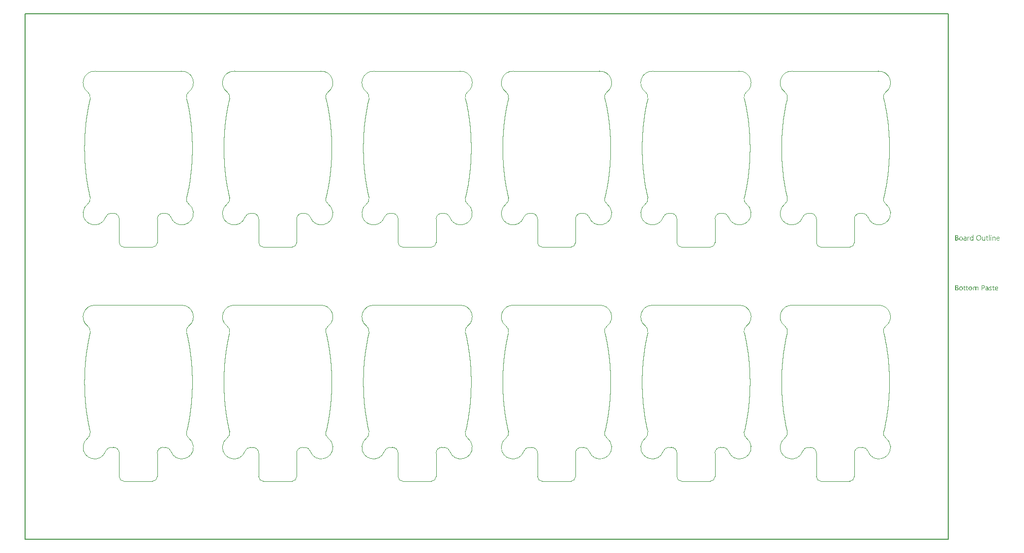
<source format=gbp>
G04*
G04 #@! TF.GenerationSoftware,Altium Limited,Altium Designer,21.9.2 (33)*
G04*
G04 Layer_Color=128*
%FSAX25Y25*%
%MOIN*%
G70*
G04*
G04 #@! TF.SameCoordinates,476D7ECA-494C-4FA8-9E70-EA0A9B0123F1*
G04*
G04*
G04 #@! TF.FilePolarity,Positive*
G04*
G01*
G75*
%ADD40C,0.00787*%
%ADD41C,0.00394*%
G36*
X0635036Y0186791D02*
X0635061D01*
X0635116Y0186766D01*
X0635147Y0186748D01*
X0635178Y0186723D01*
X0635184Y0186717D01*
X0635191Y0186711D01*
X0635222Y0186673D01*
X0635246Y0186612D01*
X0635253Y0186574D01*
X0635259Y0186537D01*
Y0186531D01*
Y0186519D01*
X0635253Y0186500D01*
X0635246Y0186475D01*
X0635228Y0186414D01*
X0635203Y0186382D01*
X0635178Y0186352D01*
X0635172D01*
X0635166Y0186339D01*
X0635129Y0186314D01*
X0635073Y0186290D01*
X0635036Y0186284D01*
X0634999Y0186277D01*
X0634980D01*
X0634962Y0186284D01*
X0634937D01*
X0634875Y0186308D01*
X0634844Y0186321D01*
X0634813Y0186345D01*
Y0186352D01*
X0634801Y0186358D01*
X0634788Y0186376D01*
X0634776Y0186395D01*
X0634751Y0186457D01*
X0634745Y0186494D01*
X0634739Y0186537D01*
Y0186544D01*
Y0186556D01*
X0634745Y0186574D01*
X0634751Y0186605D01*
X0634770Y0186661D01*
X0634788Y0186692D01*
X0634813Y0186723D01*
X0634819Y0186729D01*
X0634825Y0186735D01*
X0634863Y0186760D01*
X0634924Y0186785D01*
X0634962Y0186797D01*
X0635017D01*
X0635036Y0186791D01*
D02*
G37*
G36*
X0623046Y0183127D02*
X0622644D01*
Y0183547D01*
X0622631D01*
Y0183541D01*
X0622619Y0183529D01*
X0622600Y0183504D01*
X0622582Y0183473D01*
X0622551Y0183436D01*
X0622513Y0183399D01*
X0622470Y0183356D01*
X0622421Y0183312D01*
X0622365Y0183263D01*
X0622297Y0183219D01*
X0622229Y0183182D01*
X0622148Y0183145D01*
X0622068Y0183114D01*
X0621975Y0183089D01*
X0621876Y0183077D01*
X0621771Y0183071D01*
X0621727D01*
X0621690Y0183077D01*
X0621653Y0183083D01*
X0621603Y0183089D01*
X0621498Y0183114D01*
X0621375Y0183151D01*
X0621251Y0183213D01*
X0621183Y0183250D01*
X0621127Y0183294D01*
X0621065Y0183349D01*
X0621009Y0183405D01*
Y0183411D01*
X0620997Y0183424D01*
X0620985Y0183442D01*
X0620966Y0183467D01*
X0620947Y0183498D01*
X0620923Y0183541D01*
X0620898Y0183591D01*
X0620873Y0183647D01*
X0620842Y0183708D01*
X0620817Y0183776D01*
X0620793Y0183851D01*
X0620774Y0183931D01*
X0620755Y0184018D01*
X0620743Y0184117D01*
X0620737Y0184216D01*
X0620731Y0184321D01*
Y0184327D01*
Y0184346D01*
Y0184383D01*
X0620737Y0184426D01*
X0620743Y0184476D01*
X0620749Y0184538D01*
X0620755Y0184606D01*
X0620768Y0184680D01*
X0620805Y0184841D01*
X0620861Y0185008D01*
X0620898Y0185089D01*
X0620941Y0185169D01*
X0620985Y0185244D01*
X0621040Y0185318D01*
X0621046Y0185324D01*
X0621053Y0185336D01*
X0621071Y0185355D01*
X0621096Y0185380D01*
X0621127Y0185405D01*
X0621170Y0185435D01*
X0621214Y0185473D01*
X0621263Y0185510D01*
X0621387Y0185578D01*
X0621529Y0185640D01*
X0621610Y0185658D01*
X0621696Y0185677D01*
X0621783Y0185689D01*
X0621882Y0185695D01*
X0621932D01*
X0621969Y0185689D01*
X0622006Y0185683D01*
X0622055Y0185677D01*
X0622167Y0185646D01*
X0622291Y0185596D01*
X0622353Y0185565D01*
X0622414Y0185522D01*
X0622476Y0185479D01*
X0622532Y0185423D01*
X0622582Y0185361D01*
X0622631Y0185287D01*
X0622644D01*
Y0186847D01*
X0623046D01*
Y0183127D01*
D02*
G37*
G36*
X0637314Y0185689D02*
X0637388Y0185683D01*
X0637481Y0185664D01*
X0637580Y0185634D01*
X0637685Y0185584D01*
X0637790Y0185516D01*
X0637834Y0185479D01*
X0637877Y0185429D01*
X0637889Y0185417D01*
X0637914Y0185380D01*
X0637945Y0185318D01*
X0637989Y0185231D01*
X0638026Y0185126D01*
X0638063Y0184996D01*
X0638088Y0184841D01*
X0638094Y0184662D01*
Y0183127D01*
X0637691D01*
Y0184556D01*
Y0184563D01*
Y0184594D01*
X0637685Y0184631D01*
Y0184680D01*
X0637673Y0184742D01*
X0637660Y0184810D01*
X0637642Y0184885D01*
X0637617Y0184959D01*
X0637586Y0185033D01*
X0637549Y0185101D01*
X0637500Y0185169D01*
X0637444Y0185231D01*
X0637382Y0185281D01*
X0637301Y0185318D01*
X0637215Y0185349D01*
X0637110Y0185355D01*
X0637097D01*
X0637060Y0185349D01*
X0637004Y0185343D01*
X0636936Y0185324D01*
X0636856Y0185299D01*
X0636769Y0185256D01*
X0636689Y0185200D01*
X0636608Y0185126D01*
X0636602Y0185114D01*
X0636577Y0185089D01*
X0636546Y0185039D01*
X0636509Y0184971D01*
X0636472Y0184891D01*
X0636441Y0184792D01*
X0636416Y0184680D01*
X0636410Y0184556D01*
Y0183127D01*
X0636008D01*
Y0185640D01*
X0636410D01*
Y0185219D01*
X0636422D01*
X0636429Y0185225D01*
X0636435Y0185237D01*
X0636453Y0185262D01*
X0636478Y0185293D01*
X0636503Y0185330D01*
X0636540Y0185367D01*
X0636583Y0185411D01*
X0636633Y0185460D01*
X0636689Y0185503D01*
X0636751Y0185547D01*
X0636819Y0185584D01*
X0636893Y0185621D01*
X0636967Y0185652D01*
X0637054Y0185677D01*
X0637147Y0185689D01*
X0637246Y0185695D01*
X0637283D01*
X0637314Y0185689D01*
D02*
G37*
G36*
X0620316Y0185677D02*
X0620390Y0185671D01*
X0620434Y0185658D01*
X0620465Y0185646D01*
Y0185231D01*
X0620458Y0185237D01*
X0620446Y0185244D01*
X0620421Y0185256D01*
X0620390Y0185275D01*
X0620347Y0185287D01*
X0620291Y0185299D01*
X0620229Y0185306D01*
X0620161Y0185312D01*
X0620149D01*
X0620118Y0185306D01*
X0620068Y0185299D01*
X0620013Y0185281D01*
X0619938Y0185250D01*
X0619870Y0185206D01*
X0619796Y0185144D01*
X0619728Y0185064D01*
X0619722Y0185052D01*
X0619703Y0185021D01*
X0619672Y0184965D01*
X0619641Y0184891D01*
X0619610Y0184798D01*
X0619579Y0184680D01*
X0619561Y0184550D01*
X0619555Y0184402D01*
Y0183127D01*
X0619152D01*
Y0185640D01*
X0619555D01*
Y0185120D01*
X0619567D01*
Y0185126D01*
X0619573Y0185132D01*
X0619586Y0185163D01*
X0619604Y0185213D01*
X0619635Y0185275D01*
X0619666Y0185336D01*
X0619716Y0185405D01*
X0619765Y0185473D01*
X0619827Y0185535D01*
X0619833Y0185541D01*
X0619858Y0185559D01*
X0619895Y0185584D01*
X0619945Y0185609D01*
X0620000Y0185634D01*
X0620068Y0185658D01*
X0620143Y0185677D01*
X0620223Y0185683D01*
X0620279D01*
X0620316Y0185677D01*
D02*
G37*
G36*
X0631056Y0183127D02*
X0630653D01*
Y0183523D01*
X0630641D01*
Y0183517D01*
X0630629Y0183504D01*
X0630616Y0183479D01*
X0630591Y0183455D01*
X0630536Y0183380D01*
X0630449Y0183300D01*
X0630400Y0183257D01*
X0630344Y0183213D01*
X0630282Y0183176D01*
X0630208Y0183139D01*
X0630133Y0183114D01*
X0630053Y0183089D01*
X0629960Y0183077D01*
X0629867Y0183071D01*
X0629830D01*
X0629787Y0183077D01*
X0629725Y0183089D01*
X0629657Y0183102D01*
X0629583Y0183127D01*
X0629502Y0183158D01*
X0629422Y0183207D01*
X0629335Y0183263D01*
X0629254Y0183331D01*
X0629180Y0183417D01*
X0629112Y0183523D01*
X0629050Y0183640D01*
X0629007Y0183783D01*
X0628982Y0183950D01*
X0628970Y0184037D01*
Y0184135D01*
Y0185640D01*
X0629366D01*
Y0184197D01*
Y0184191D01*
Y0184167D01*
X0629372Y0184123D01*
X0629378Y0184074D01*
X0629384Y0184012D01*
X0629397Y0183950D01*
X0629415Y0183876D01*
X0629440Y0183801D01*
X0629477Y0183727D01*
X0629514Y0183659D01*
X0629564Y0183591D01*
X0629626Y0183529D01*
X0629694Y0183479D01*
X0629774Y0183442D01*
X0629873Y0183411D01*
X0629979Y0183405D01*
X0629991D01*
X0630028Y0183411D01*
X0630084Y0183417D01*
X0630146Y0183430D01*
X0630226Y0183461D01*
X0630307Y0183498D01*
X0630387Y0183547D01*
X0630461Y0183622D01*
X0630468Y0183634D01*
X0630492Y0183659D01*
X0630523Y0183708D01*
X0630560Y0183776D01*
X0630591Y0183857D01*
X0630622Y0183956D01*
X0630647Y0184067D01*
X0630653Y0184191D01*
Y0185640D01*
X0631056D01*
Y0183127D01*
D02*
G37*
G36*
X0635191D02*
X0634788D01*
Y0185640D01*
X0635191D01*
Y0183127D01*
D02*
G37*
G36*
X0633971D02*
X0633569D01*
Y0186847D01*
X0633971D01*
Y0183127D01*
D02*
G37*
G36*
X0617592Y0185689D02*
X0617648Y0185683D01*
X0617716Y0185664D01*
X0617791Y0185646D01*
X0617871Y0185615D01*
X0617958Y0185578D01*
X0618038Y0185528D01*
X0618119Y0185466D01*
X0618193Y0185392D01*
X0618261Y0185299D01*
X0618317Y0185194D01*
X0618360Y0185070D01*
X0618385Y0184928D01*
X0618397Y0184761D01*
Y0183127D01*
X0617995D01*
Y0183517D01*
X0617982D01*
Y0183510D01*
X0617970Y0183498D01*
X0617958Y0183473D01*
X0617933Y0183449D01*
X0617871Y0183374D01*
X0617791Y0183294D01*
X0617679Y0183213D01*
X0617549Y0183139D01*
X0617469Y0183114D01*
X0617388Y0183089D01*
X0617302Y0183077D01*
X0617209Y0183071D01*
X0617171D01*
X0617147Y0183077D01*
X0617079Y0183083D01*
X0616998Y0183096D01*
X0616899Y0183120D01*
X0616806Y0183151D01*
X0616707Y0183201D01*
X0616621Y0183263D01*
X0616614Y0183275D01*
X0616590Y0183300D01*
X0616552Y0183343D01*
X0616515Y0183405D01*
X0616478Y0183479D01*
X0616441Y0183566D01*
X0616416Y0183671D01*
X0616410Y0183789D01*
Y0183795D01*
Y0183820D01*
X0616416Y0183857D01*
X0616423Y0183900D01*
X0616435Y0183956D01*
X0616454Y0184018D01*
X0616478Y0184086D01*
X0616515Y0184154D01*
X0616559Y0184228D01*
X0616614Y0184303D01*
X0616682Y0184371D01*
X0616763Y0184433D01*
X0616856Y0184495D01*
X0616967Y0184544D01*
X0617091Y0184581D01*
X0617240Y0184612D01*
X0617995Y0184717D01*
Y0184724D01*
Y0184742D01*
X0617989Y0184779D01*
Y0184817D01*
X0617976Y0184866D01*
X0617970Y0184922D01*
X0617933Y0185039D01*
X0617902Y0185095D01*
X0617871Y0185151D01*
X0617828Y0185206D01*
X0617778Y0185256D01*
X0617716Y0185299D01*
X0617648Y0185330D01*
X0617568Y0185349D01*
X0617475Y0185355D01*
X0617431D01*
X0617401Y0185349D01*
X0617357D01*
X0617314Y0185336D01*
X0617203Y0185318D01*
X0617079Y0185281D01*
X0616943Y0185225D01*
X0616868Y0185188D01*
X0616800Y0185151D01*
X0616726Y0185101D01*
X0616658Y0185046D01*
Y0185460D01*
X0616664D01*
X0616676Y0185473D01*
X0616695Y0185485D01*
X0616726Y0185497D01*
X0616757Y0185516D01*
X0616800Y0185535D01*
X0616850Y0185553D01*
X0616905Y0185578D01*
X0617029Y0185621D01*
X0617178Y0185658D01*
X0617339Y0185683D01*
X0617512Y0185695D01*
X0617549D01*
X0617592Y0185689D01*
D02*
G37*
G36*
X0611904Y0186636D02*
X0611947D01*
X0611990Y0186630D01*
X0612089Y0186618D01*
X0612207Y0186587D01*
X0612331Y0186550D01*
X0612449Y0186494D01*
X0612554Y0186420D01*
X0612560D01*
X0612566Y0186407D01*
X0612597Y0186382D01*
X0612640Y0186333D01*
X0612690Y0186265D01*
X0612733Y0186178D01*
X0612777Y0186079D01*
X0612808Y0185968D01*
X0612820Y0185906D01*
Y0185838D01*
Y0185832D01*
Y0185825D01*
Y0185788D01*
X0612814Y0185733D01*
X0612801Y0185664D01*
X0612783Y0185578D01*
X0612752Y0185491D01*
X0612715Y0185405D01*
X0612659Y0185318D01*
X0612653Y0185306D01*
X0612628Y0185281D01*
X0612591Y0185244D01*
X0612541Y0185194D01*
X0612479Y0185144D01*
X0612405Y0185089D01*
X0612312Y0185046D01*
X0612213Y0185002D01*
Y0184996D01*
X0612232D01*
X0612251Y0184990D01*
X0612269Y0184984D01*
X0612337Y0184971D01*
X0612418Y0184946D01*
X0612504Y0184909D01*
X0612597Y0184866D01*
X0612690Y0184804D01*
X0612777Y0184724D01*
X0612789Y0184711D01*
X0612814Y0184680D01*
X0612845Y0184637D01*
X0612888Y0184569D01*
X0612925Y0184482D01*
X0612962Y0184383D01*
X0612987Y0184265D01*
X0612993Y0184135D01*
Y0184129D01*
Y0184117D01*
Y0184092D01*
X0612987Y0184061D01*
X0612981Y0184024D01*
X0612975Y0183981D01*
X0612950Y0183876D01*
X0612913Y0183758D01*
X0612857Y0183634D01*
X0612820Y0183578D01*
X0612777Y0183517D01*
X0612721Y0183461D01*
X0612665Y0183405D01*
X0612659D01*
X0612653Y0183393D01*
X0612634Y0183380D01*
X0612609Y0183362D01*
X0612578Y0183343D01*
X0612535Y0183318D01*
X0612442Y0183269D01*
X0612325Y0183213D01*
X0612189Y0183170D01*
X0612028Y0183139D01*
X0611947Y0183133D01*
X0611854Y0183127D01*
X0610827D01*
Y0186643D01*
X0611873D01*
X0611904Y0186636D01*
D02*
G37*
G36*
X0632399Y0185640D02*
X0633037D01*
Y0185293D01*
X0632399D01*
Y0183876D01*
Y0183863D01*
Y0183832D01*
X0632405Y0183789D01*
X0632411Y0183733D01*
X0632436Y0183616D01*
X0632455Y0183560D01*
X0632486Y0183517D01*
X0632492Y0183510D01*
X0632504Y0183498D01*
X0632523Y0183486D01*
X0632554Y0183467D01*
X0632591Y0183442D01*
X0632640Y0183430D01*
X0632702Y0183417D01*
X0632770Y0183411D01*
X0632795D01*
X0632826Y0183417D01*
X0632863Y0183424D01*
X0632950Y0183449D01*
X0632993Y0183467D01*
X0633037Y0183492D01*
Y0183145D01*
X0633030D01*
X0633012Y0183133D01*
X0632981Y0183127D01*
X0632937Y0183114D01*
X0632882Y0183102D01*
X0632820Y0183089D01*
X0632746Y0183083D01*
X0632659Y0183077D01*
X0632628D01*
X0632597Y0183083D01*
X0632554Y0183089D01*
X0632504Y0183102D01*
X0632448Y0183114D01*
X0632393Y0183139D01*
X0632331Y0183170D01*
X0632269Y0183207D01*
X0632207Y0183257D01*
X0632151Y0183312D01*
X0632102Y0183387D01*
X0632058Y0183467D01*
X0632027Y0183566D01*
X0632003Y0183677D01*
X0631997Y0183808D01*
Y0185293D01*
X0631569D01*
Y0185640D01*
X0631997D01*
Y0186252D01*
X0632399Y0186382D01*
Y0185640D01*
D02*
G37*
G36*
X0639926Y0185689D02*
X0639969Y0185683D01*
X0640013Y0185677D01*
X0640124Y0185658D01*
X0640248Y0185615D01*
X0640372Y0185559D01*
X0640434Y0185522D01*
X0640495Y0185479D01*
X0640551Y0185429D01*
X0640607Y0185374D01*
X0640613Y0185367D01*
X0640619Y0185361D01*
X0640632Y0185343D01*
X0640650Y0185318D01*
X0640669Y0185281D01*
X0640694Y0185244D01*
X0640718Y0185200D01*
X0640743Y0185144D01*
X0640768Y0185083D01*
X0640793Y0185021D01*
X0640817Y0184946D01*
X0640836Y0184866D01*
X0640854Y0184779D01*
X0640867Y0184693D01*
X0640879Y0184594D01*
Y0184488D01*
Y0184278D01*
X0639103D01*
Y0184272D01*
Y0184259D01*
Y0184241D01*
X0639109Y0184210D01*
X0639115Y0184173D01*
Y0184135D01*
X0639134Y0184037D01*
X0639165Y0183938D01*
X0639202Y0183826D01*
X0639257Y0183721D01*
X0639326Y0183628D01*
X0639338Y0183616D01*
X0639363Y0183591D01*
X0639412Y0183560D01*
X0639480Y0183517D01*
X0639567Y0183473D01*
X0639666Y0183442D01*
X0639784Y0183417D01*
X0639920Y0183405D01*
X0639963D01*
X0639994Y0183411D01*
X0640031D01*
X0640074Y0183417D01*
X0640180Y0183442D01*
X0640297Y0183473D01*
X0640427Y0183523D01*
X0640563Y0183591D01*
X0640632Y0183634D01*
X0640700Y0183684D01*
Y0183306D01*
X0640694D01*
X0640687Y0183294D01*
X0640669Y0183288D01*
X0640638Y0183269D01*
X0640607Y0183250D01*
X0640570Y0183232D01*
X0640520Y0183213D01*
X0640471Y0183188D01*
X0640409Y0183164D01*
X0640341Y0183145D01*
X0640192Y0183108D01*
X0640019Y0183083D01*
X0639827Y0183071D01*
X0639777D01*
X0639740Y0183077D01*
X0639697Y0183083D01*
X0639641Y0183089D01*
X0639524Y0183114D01*
X0639387Y0183151D01*
X0639251Y0183213D01*
X0639183Y0183257D01*
X0639115Y0183300D01*
X0639053Y0183349D01*
X0638991Y0183411D01*
X0638985Y0183417D01*
X0638979Y0183430D01*
X0638967Y0183449D01*
X0638942Y0183473D01*
X0638923Y0183510D01*
X0638898Y0183554D01*
X0638868Y0183603D01*
X0638843Y0183659D01*
X0638812Y0183721D01*
X0638787Y0183795D01*
X0638756Y0183876D01*
X0638737Y0183962D01*
X0638719Y0184055D01*
X0638700Y0184154D01*
X0638694Y0184259D01*
X0638688Y0184371D01*
Y0184377D01*
Y0184396D01*
Y0184426D01*
X0638694Y0184470D01*
X0638700Y0184519D01*
X0638706Y0184575D01*
X0638713Y0184643D01*
X0638731Y0184711D01*
X0638768Y0184860D01*
X0638824Y0185021D01*
X0638861Y0185101D01*
X0638911Y0185176D01*
X0638960Y0185256D01*
X0639016Y0185324D01*
X0639022Y0185330D01*
X0639035Y0185343D01*
X0639053Y0185361D01*
X0639078Y0185380D01*
X0639109Y0185411D01*
X0639146Y0185442D01*
X0639195Y0185473D01*
X0639245Y0185510D01*
X0639363Y0185578D01*
X0639505Y0185640D01*
X0639585Y0185658D01*
X0639666Y0185677D01*
X0639753Y0185689D01*
X0639846Y0185695D01*
X0639895D01*
X0639926Y0185689D01*
D02*
G37*
G36*
X0626884Y0186698D02*
X0626945Y0186692D01*
X0627020Y0186680D01*
X0627100Y0186661D01*
X0627187Y0186643D01*
X0627274Y0186618D01*
X0627373Y0186587D01*
X0627465Y0186544D01*
X0627564Y0186494D01*
X0627664Y0186438D01*
X0627756Y0186370D01*
X0627849Y0186296D01*
X0627936Y0186209D01*
X0627942Y0186203D01*
X0627954Y0186184D01*
X0627979Y0186160D01*
X0628004Y0186123D01*
X0628041Y0186073D01*
X0628078Y0186011D01*
X0628115Y0185943D01*
X0628159Y0185869D01*
X0628202Y0185776D01*
X0628239Y0185683D01*
X0628276Y0185578D01*
X0628313Y0185460D01*
X0628338Y0185343D01*
X0628363Y0185213D01*
X0628375Y0185070D01*
X0628382Y0184928D01*
Y0184915D01*
Y0184891D01*
Y0184847D01*
X0628375Y0184785D01*
X0628369Y0184711D01*
X0628357Y0184631D01*
X0628344Y0184538D01*
X0628326Y0184433D01*
X0628301Y0184327D01*
X0628270Y0184216D01*
X0628233Y0184105D01*
X0628190Y0183993D01*
X0628134Y0183876D01*
X0628072Y0183770D01*
X0628004Y0183665D01*
X0627923Y0183566D01*
X0627917Y0183560D01*
X0627905Y0183547D01*
X0627874Y0183523D01*
X0627843Y0183492D01*
X0627794Y0183449D01*
X0627738Y0183411D01*
X0627676Y0183362D01*
X0627602Y0183318D01*
X0627521Y0183275D01*
X0627428Y0183226D01*
X0627329Y0183188D01*
X0627218Y0183151D01*
X0627100Y0183114D01*
X0626976Y0183089D01*
X0626847Y0183077D01*
X0626704Y0183071D01*
X0626673D01*
X0626630Y0183077D01*
X0626580D01*
X0626518Y0183083D01*
X0626444Y0183096D01*
X0626364Y0183114D01*
X0626271Y0183133D01*
X0626178Y0183158D01*
X0626079Y0183188D01*
X0625980Y0183232D01*
X0625881Y0183275D01*
X0625782Y0183331D01*
X0625683Y0183399D01*
X0625590Y0183473D01*
X0625503Y0183560D01*
X0625497Y0183566D01*
X0625485Y0183585D01*
X0625460Y0183609D01*
X0625435Y0183647D01*
X0625398Y0183696D01*
X0625361Y0183758D01*
X0625324Y0183826D01*
X0625280Y0183906D01*
X0625237Y0183993D01*
X0625200Y0184086D01*
X0625163Y0184191D01*
X0625126Y0184309D01*
X0625101Y0184426D01*
X0625076Y0184556D01*
X0625064Y0184699D01*
X0625058Y0184841D01*
Y0184854D01*
Y0184878D01*
X0625064Y0184922D01*
Y0184984D01*
X0625070Y0185052D01*
X0625082Y0185138D01*
X0625095Y0185231D01*
X0625113Y0185330D01*
X0625138Y0185435D01*
X0625169Y0185547D01*
X0625206Y0185658D01*
X0625249Y0185770D01*
X0625305Y0185881D01*
X0625367Y0185993D01*
X0625435Y0186098D01*
X0625516Y0186197D01*
X0625522Y0186203D01*
X0625534Y0186222D01*
X0625565Y0186246D01*
X0625602Y0186277D01*
X0625646Y0186314D01*
X0625701Y0186358D01*
X0625769Y0186401D01*
X0625844Y0186451D01*
X0625930Y0186500D01*
X0626023Y0186544D01*
X0626122Y0186587D01*
X0626234Y0186624D01*
X0626358Y0186655D01*
X0626487Y0186686D01*
X0626624Y0186698D01*
X0626766Y0186704D01*
X0626834D01*
X0626884Y0186698D01*
D02*
G37*
G36*
X0614856Y0185689D02*
X0614900Y0185683D01*
X0614956Y0185677D01*
X0615079Y0185652D01*
X0615222Y0185609D01*
X0615364Y0185547D01*
X0615438Y0185510D01*
X0615506Y0185466D01*
X0615575Y0185411D01*
X0615636Y0185349D01*
X0615643Y0185343D01*
X0615649Y0185330D01*
X0615667Y0185312D01*
X0615686Y0185287D01*
X0615711Y0185250D01*
X0615735Y0185206D01*
X0615766Y0185157D01*
X0615797Y0185101D01*
X0615822Y0185033D01*
X0615853Y0184965D01*
X0615878Y0184885D01*
X0615903Y0184798D01*
X0615921Y0184705D01*
X0615940Y0184606D01*
X0615946Y0184501D01*
X0615952Y0184389D01*
Y0184383D01*
Y0184365D01*
Y0184334D01*
X0615946Y0184290D01*
X0615940Y0184241D01*
X0615934Y0184179D01*
X0615921Y0184117D01*
X0615909Y0184043D01*
X0615872Y0183894D01*
X0615810Y0183733D01*
X0615773Y0183653D01*
X0615723Y0183572D01*
X0615673Y0183498D01*
X0615612Y0183430D01*
X0615605Y0183424D01*
X0615593Y0183417D01*
X0615575Y0183399D01*
X0615550Y0183374D01*
X0615513Y0183349D01*
X0615476Y0183318D01*
X0615426Y0183281D01*
X0615370Y0183250D01*
X0615308Y0183219D01*
X0615240Y0183182D01*
X0615166Y0183151D01*
X0615086Y0183127D01*
X0614999Y0183102D01*
X0614906Y0183089D01*
X0614807Y0183077D01*
X0614702Y0183071D01*
X0614646D01*
X0614609Y0183077D01*
X0614566Y0183083D01*
X0614510Y0183089D01*
X0614448Y0183102D01*
X0614380Y0183114D01*
X0614237Y0183158D01*
X0614089Y0183219D01*
X0614015Y0183257D01*
X0613946Y0183306D01*
X0613878Y0183356D01*
X0613810Y0183417D01*
X0613804Y0183424D01*
X0613798Y0183436D01*
X0613779Y0183455D01*
X0613761Y0183479D01*
X0613736Y0183517D01*
X0613705Y0183560D01*
X0613674Y0183609D01*
X0613649Y0183665D01*
X0613619Y0183733D01*
X0613588Y0183801D01*
X0613556Y0183876D01*
X0613532Y0183962D01*
X0613495Y0184148D01*
X0613488Y0184247D01*
X0613482Y0184352D01*
Y0184358D01*
Y0184383D01*
Y0184414D01*
X0613488Y0184457D01*
X0613495Y0184507D01*
X0613501Y0184569D01*
X0613513Y0184637D01*
X0613526Y0184711D01*
X0613563Y0184872D01*
X0613625Y0185033D01*
X0613668Y0185114D01*
X0613711Y0185194D01*
X0613761Y0185268D01*
X0613823Y0185336D01*
X0613829Y0185343D01*
X0613841Y0185355D01*
X0613860Y0185367D01*
X0613885Y0185392D01*
X0613922Y0185417D01*
X0613965Y0185448D01*
X0614015Y0185485D01*
X0614070Y0185516D01*
X0614132Y0185547D01*
X0614207Y0185584D01*
X0614281Y0185615D01*
X0614367Y0185640D01*
X0614454Y0185664D01*
X0614553Y0185683D01*
X0614658Y0185689D01*
X0614764Y0185695D01*
X0614819D01*
X0614856Y0185689D01*
D02*
G37*
G36*
X0634955Y0151831D02*
X0635036Y0151825D01*
X0635122Y0151812D01*
X0635222Y0151788D01*
X0635321Y0151763D01*
X0635420Y0151726D01*
Y0151317D01*
X0635407Y0151323D01*
X0635370Y0151348D01*
X0635314Y0151373D01*
X0635240Y0151410D01*
X0635147Y0151441D01*
X0635036Y0151472D01*
X0634912Y0151490D01*
X0634782Y0151497D01*
X0634714D01*
X0634652Y0151484D01*
X0634578Y0151472D01*
X0634572D01*
X0634565Y0151466D01*
X0634528Y0151453D01*
X0634479Y0151429D01*
X0634423Y0151398D01*
X0634411Y0151391D01*
X0634386Y0151367D01*
X0634355Y0151330D01*
X0634324Y0151286D01*
X0634318Y0151274D01*
X0634305Y0151243D01*
X0634293Y0151200D01*
X0634287Y0151144D01*
Y0151138D01*
Y0151125D01*
Y0151107D01*
X0634293Y0151088D01*
X0634305Y0151032D01*
X0634324Y0150977D01*
X0634330Y0150964D01*
X0634349Y0150940D01*
X0634386Y0150902D01*
X0634429Y0150859D01*
X0634435D01*
X0634442Y0150853D01*
X0634479Y0150828D01*
X0634528Y0150797D01*
X0634596Y0150766D01*
X0634602D01*
X0634615Y0150760D01*
X0634633Y0150754D01*
X0634664Y0150742D01*
X0634732Y0150717D01*
X0634819Y0150680D01*
X0634825D01*
X0634850Y0150667D01*
X0634881Y0150655D01*
X0634918Y0150643D01*
X0635017Y0150599D01*
X0635116Y0150550D01*
X0635122D01*
X0635141Y0150537D01*
X0635166Y0150525D01*
X0635197Y0150506D01*
X0635271Y0150457D01*
X0635345Y0150395D01*
X0635352Y0150389D01*
X0635364Y0150382D01*
X0635376Y0150364D01*
X0635401Y0150339D01*
X0635444Y0150277D01*
X0635488Y0150197D01*
Y0150191D01*
X0635494Y0150178D01*
X0635506Y0150154D01*
X0635512Y0150122D01*
X0635525Y0150085D01*
X0635531Y0150042D01*
X0635537Y0149937D01*
Y0149931D01*
Y0149906D01*
X0635531Y0149869D01*
X0635525Y0149825D01*
X0635519Y0149776D01*
X0635500Y0149720D01*
X0635482Y0149671D01*
X0635451Y0149615D01*
X0635444Y0149609D01*
X0635438Y0149590D01*
X0635420Y0149565D01*
X0635395Y0149534D01*
X0635364Y0149497D01*
X0635327Y0149460D01*
X0635234Y0149386D01*
X0635228Y0149380D01*
X0635209Y0149373D01*
X0635184Y0149355D01*
X0635141Y0149336D01*
X0635098Y0149312D01*
X0635042Y0149293D01*
X0634986Y0149275D01*
X0634918Y0149256D01*
X0634912D01*
X0634887Y0149250D01*
X0634850Y0149244D01*
X0634807Y0149237D01*
X0634745Y0149225D01*
X0634683Y0149219D01*
X0634541Y0149213D01*
X0634479D01*
X0634405Y0149219D01*
X0634312Y0149231D01*
X0634206Y0149250D01*
X0634095Y0149275D01*
X0633984Y0149305D01*
X0633872Y0149355D01*
Y0149788D01*
X0633878D01*
X0633884Y0149776D01*
X0633903Y0149764D01*
X0633928Y0149751D01*
X0633996Y0149714D01*
X0634089Y0149671D01*
X0634194Y0149621D01*
X0634318Y0149584D01*
X0634454Y0149559D01*
X0634596Y0149547D01*
X0634646D01*
X0634677Y0149553D01*
X0634763Y0149565D01*
X0634863Y0149590D01*
X0634955Y0149634D01*
X0634999Y0149664D01*
X0635042Y0149695D01*
X0635073Y0149739D01*
X0635098Y0149782D01*
X0635116Y0149838D01*
X0635122Y0149900D01*
Y0149906D01*
Y0149918D01*
Y0149937D01*
X0635116Y0149955D01*
X0635104Y0150011D01*
X0635079Y0150067D01*
Y0150073D01*
X0635073Y0150079D01*
X0635048Y0150110D01*
X0635011Y0150154D01*
X0634955Y0150191D01*
X0634949D01*
X0634943Y0150203D01*
X0634906Y0150222D01*
X0634850Y0150259D01*
X0634776Y0150290D01*
X0634770D01*
X0634757Y0150296D01*
X0634739Y0150308D01*
X0634708Y0150321D01*
X0634640Y0150345D01*
X0634553Y0150382D01*
X0634547D01*
X0634522Y0150395D01*
X0634491Y0150407D01*
X0634454Y0150420D01*
X0634355Y0150463D01*
X0634256Y0150513D01*
X0634250Y0150519D01*
X0634237Y0150525D01*
X0634213Y0150537D01*
X0634182Y0150556D01*
X0634114Y0150605D01*
X0634045Y0150661D01*
X0634039Y0150667D01*
X0634033Y0150673D01*
X0634015Y0150692D01*
X0633996Y0150717D01*
X0633953Y0150779D01*
X0633916Y0150853D01*
Y0150859D01*
X0633909Y0150872D01*
X0633903Y0150896D01*
X0633897Y0150927D01*
X0633891Y0150964D01*
X0633884Y0151008D01*
X0633878Y0151113D01*
Y0151119D01*
Y0151144D01*
X0633884Y0151175D01*
X0633891Y0151218D01*
X0633897Y0151268D01*
X0633916Y0151317D01*
X0633934Y0151373D01*
X0633959Y0151422D01*
X0633965Y0151429D01*
X0633971Y0151447D01*
X0633990Y0151472D01*
X0634015Y0151503D01*
X0634083Y0151577D01*
X0634169Y0151652D01*
X0634175Y0151658D01*
X0634194Y0151664D01*
X0634219Y0151682D01*
X0634262Y0151701D01*
X0634305Y0151726D01*
X0634355Y0151751D01*
X0634479Y0151788D01*
X0634485D01*
X0634510Y0151794D01*
X0634541Y0151806D01*
X0634590Y0151812D01*
X0634640Y0151825D01*
X0634702Y0151831D01*
X0634838Y0151837D01*
X0634894D01*
X0634955Y0151831D01*
D02*
G37*
G36*
X0625763D02*
X0625819Y0151819D01*
X0625881Y0151806D01*
X0625949Y0151781D01*
X0626029Y0151751D01*
X0626104Y0151707D01*
X0626184Y0151658D01*
X0626258Y0151590D01*
X0626327Y0151503D01*
X0626388Y0151404D01*
X0626444Y0151292D01*
X0626481Y0151150D01*
X0626512Y0150995D01*
X0626518Y0150816D01*
Y0149268D01*
X0626116D01*
Y0150711D01*
Y0150717D01*
Y0150729D01*
Y0150748D01*
Y0150779D01*
X0626110Y0150853D01*
X0626097Y0150940D01*
X0626085Y0151039D01*
X0626060Y0151138D01*
X0626029Y0151231D01*
X0625986Y0151311D01*
X0625980Y0151317D01*
X0625961Y0151342D01*
X0625930Y0151373D01*
X0625881Y0151404D01*
X0625825Y0151441D01*
X0625751Y0151466D01*
X0625658Y0151490D01*
X0625553Y0151497D01*
X0625540D01*
X0625509Y0151490D01*
X0625460Y0151484D01*
X0625398Y0151466D01*
X0625330Y0151441D01*
X0625256Y0151398D01*
X0625181Y0151342D01*
X0625113Y0151261D01*
X0625107Y0151249D01*
X0625089Y0151218D01*
X0625058Y0151169D01*
X0625027Y0151101D01*
X0624990Y0151020D01*
X0624965Y0150927D01*
X0624940Y0150816D01*
X0624934Y0150698D01*
Y0149268D01*
X0624531D01*
Y0150760D01*
Y0150766D01*
Y0150791D01*
X0624525Y0150828D01*
Y0150878D01*
X0624513Y0150933D01*
X0624501Y0150995D01*
X0624482Y0151057D01*
X0624463Y0151131D01*
X0624432Y0151200D01*
X0624395Y0151261D01*
X0624346Y0151323D01*
X0624290Y0151379D01*
X0624228Y0151429D01*
X0624148Y0151466D01*
X0624061Y0151490D01*
X0623962Y0151497D01*
X0623950D01*
X0623919Y0151490D01*
X0623869Y0151484D01*
X0623807Y0151472D01*
X0623739Y0151441D01*
X0623665Y0151404D01*
X0623591Y0151348D01*
X0623523Y0151274D01*
X0623516Y0151261D01*
X0623498Y0151237D01*
X0623467Y0151187D01*
X0623436Y0151119D01*
X0623405Y0151039D01*
X0623374Y0150940D01*
X0623355Y0150828D01*
X0623349Y0150698D01*
Y0149268D01*
X0622947D01*
Y0151781D01*
X0623349D01*
Y0151379D01*
X0623361D01*
X0623368Y0151385D01*
X0623374Y0151398D01*
X0623392Y0151422D01*
X0623411Y0151453D01*
X0623473Y0151522D01*
X0623560Y0151608D01*
X0623671Y0151695D01*
X0623801Y0151763D01*
X0623881Y0151794D01*
X0623962Y0151819D01*
X0624049Y0151831D01*
X0624141Y0151837D01*
X0624185D01*
X0624234Y0151831D01*
X0624296Y0151819D01*
X0624364Y0151800D01*
X0624439Y0151775D01*
X0624513Y0151744D01*
X0624587Y0151695D01*
X0624593Y0151689D01*
X0624618Y0151670D01*
X0624649Y0151639D01*
X0624692Y0151596D01*
X0624736Y0151540D01*
X0624779Y0151478D01*
X0624822Y0151404D01*
X0624853Y0151317D01*
X0624860Y0151323D01*
X0624866Y0151342D01*
X0624884Y0151367D01*
X0624903Y0151398D01*
X0624934Y0151441D01*
X0624971Y0151484D01*
X0625014Y0151528D01*
X0625064Y0151577D01*
X0625119Y0151627D01*
X0625181Y0151670D01*
X0625249Y0151720D01*
X0625324Y0151757D01*
X0625404Y0151788D01*
X0625491Y0151812D01*
X0625590Y0151831D01*
X0625689Y0151837D01*
X0625726D01*
X0625763Y0151831D01*
D02*
G37*
G36*
X0632461D02*
X0632516Y0151825D01*
X0632585Y0151806D01*
X0632659Y0151788D01*
X0632739Y0151757D01*
X0632826Y0151720D01*
X0632906Y0151670D01*
X0632987Y0151608D01*
X0633061Y0151534D01*
X0633129Y0151441D01*
X0633185Y0151336D01*
X0633228Y0151212D01*
X0633253Y0151070D01*
X0633265Y0150902D01*
Y0149268D01*
X0632863D01*
Y0149658D01*
X0632851D01*
Y0149652D01*
X0632838Y0149640D01*
X0632826Y0149615D01*
X0632801Y0149590D01*
X0632739Y0149516D01*
X0632659Y0149435D01*
X0632548Y0149355D01*
X0632417Y0149281D01*
X0632337Y0149256D01*
X0632257Y0149231D01*
X0632170Y0149219D01*
X0632077Y0149213D01*
X0632040D01*
X0632015Y0149219D01*
X0631947Y0149225D01*
X0631867Y0149237D01*
X0631768Y0149262D01*
X0631675Y0149293D01*
X0631576Y0149343D01*
X0631489Y0149405D01*
X0631483Y0149417D01*
X0631458Y0149442D01*
X0631421Y0149485D01*
X0631384Y0149547D01*
X0631347Y0149621D01*
X0631310Y0149708D01*
X0631285Y0149813D01*
X0631279Y0149931D01*
Y0149937D01*
Y0149962D01*
X0631285Y0149999D01*
X0631291Y0150042D01*
X0631303Y0150098D01*
X0631322Y0150160D01*
X0631347Y0150228D01*
X0631384Y0150296D01*
X0631427Y0150370D01*
X0631483Y0150444D01*
X0631551Y0150513D01*
X0631631Y0150574D01*
X0631724Y0150636D01*
X0631836Y0150686D01*
X0631959Y0150723D01*
X0632108Y0150754D01*
X0632863Y0150859D01*
Y0150865D01*
Y0150884D01*
X0632857Y0150921D01*
Y0150958D01*
X0632845Y0151008D01*
X0632838Y0151063D01*
X0632801Y0151181D01*
X0632770Y0151237D01*
X0632739Y0151292D01*
X0632696Y0151348D01*
X0632647Y0151398D01*
X0632585Y0151441D01*
X0632516Y0151472D01*
X0632436Y0151490D01*
X0632343Y0151497D01*
X0632300D01*
X0632269Y0151490D01*
X0632226D01*
X0632182Y0151478D01*
X0632071Y0151460D01*
X0631947Y0151422D01*
X0631811Y0151367D01*
X0631737Y0151330D01*
X0631669Y0151292D01*
X0631594Y0151243D01*
X0631526Y0151187D01*
Y0151602D01*
X0631532D01*
X0631545Y0151614D01*
X0631563Y0151627D01*
X0631594Y0151639D01*
X0631625Y0151658D01*
X0631669Y0151676D01*
X0631718Y0151695D01*
X0631774Y0151720D01*
X0631897Y0151763D01*
X0632046Y0151800D01*
X0632207Y0151825D01*
X0632380Y0151837D01*
X0632417D01*
X0632461Y0151831D01*
D02*
G37*
G36*
X0629762Y0152778D02*
X0629811D01*
X0629861Y0152772D01*
X0629991Y0152747D01*
X0630127Y0152716D01*
X0630276Y0152667D01*
X0630418Y0152599D01*
X0630480Y0152555D01*
X0630542Y0152506D01*
X0630548D01*
X0630554Y0152493D01*
X0630573Y0152475D01*
X0630591Y0152456D01*
X0630641Y0152394D01*
X0630703Y0152308D01*
X0630759Y0152196D01*
X0630808Y0152066D01*
X0630845Y0151911D01*
X0630851Y0151825D01*
X0630858Y0151732D01*
Y0151726D01*
Y0151707D01*
Y0151682D01*
X0630851Y0151652D01*
X0630845Y0151608D01*
X0630839Y0151559D01*
X0630814Y0151441D01*
X0630771Y0151311D01*
X0630709Y0151175D01*
X0630672Y0151107D01*
X0630629Y0151039D01*
X0630573Y0150971D01*
X0630511Y0150909D01*
X0630505Y0150902D01*
X0630492Y0150896D01*
X0630474Y0150878D01*
X0630449Y0150859D01*
X0630412Y0150834D01*
X0630369Y0150810D01*
X0630319Y0150779D01*
X0630263Y0150754D01*
X0630201Y0150723D01*
X0630133Y0150692D01*
X0630053Y0150667D01*
X0629972Y0150643D01*
X0629787Y0150605D01*
X0629688Y0150599D01*
X0629583Y0150593D01*
X0629118D01*
Y0149268D01*
X0628703D01*
Y0152784D01*
X0629725D01*
X0629762Y0152778D01*
D02*
G37*
G36*
X0611904D02*
X0611947D01*
X0611990Y0152772D01*
X0612089Y0152760D01*
X0612207Y0152728D01*
X0612331Y0152691D01*
X0612449Y0152636D01*
X0612554Y0152561D01*
X0612560D01*
X0612566Y0152549D01*
X0612597Y0152524D01*
X0612640Y0152475D01*
X0612690Y0152407D01*
X0612733Y0152320D01*
X0612777Y0152221D01*
X0612808Y0152110D01*
X0612820Y0152048D01*
Y0151979D01*
Y0151973D01*
Y0151967D01*
Y0151930D01*
X0612814Y0151874D01*
X0612801Y0151806D01*
X0612783Y0151720D01*
X0612752Y0151633D01*
X0612715Y0151546D01*
X0612659Y0151460D01*
X0612653Y0151447D01*
X0612628Y0151422D01*
X0612591Y0151385D01*
X0612541Y0151336D01*
X0612479Y0151286D01*
X0612405Y0151231D01*
X0612312Y0151187D01*
X0612213Y0151144D01*
Y0151138D01*
X0612232D01*
X0612251Y0151131D01*
X0612269Y0151125D01*
X0612337Y0151113D01*
X0612418Y0151088D01*
X0612504Y0151051D01*
X0612597Y0151008D01*
X0612690Y0150946D01*
X0612777Y0150865D01*
X0612789Y0150853D01*
X0612814Y0150822D01*
X0612845Y0150779D01*
X0612888Y0150711D01*
X0612925Y0150624D01*
X0612962Y0150525D01*
X0612987Y0150407D01*
X0612993Y0150277D01*
Y0150271D01*
Y0150259D01*
Y0150234D01*
X0612987Y0150203D01*
X0612981Y0150166D01*
X0612975Y0150122D01*
X0612950Y0150017D01*
X0612913Y0149900D01*
X0612857Y0149776D01*
X0612820Y0149720D01*
X0612777Y0149658D01*
X0612721Y0149603D01*
X0612665Y0149547D01*
X0612659D01*
X0612653Y0149534D01*
X0612634Y0149522D01*
X0612609Y0149504D01*
X0612578Y0149485D01*
X0612535Y0149460D01*
X0612442Y0149411D01*
X0612325Y0149355D01*
X0612189Y0149312D01*
X0612028Y0149281D01*
X0611947Y0149275D01*
X0611854Y0149268D01*
X0610827D01*
Y0152784D01*
X0611873D01*
X0611904Y0152778D01*
D02*
G37*
G36*
X0636689Y0151781D02*
X0637326D01*
Y0151435D01*
X0636689D01*
Y0150017D01*
Y0150005D01*
Y0149974D01*
X0636695Y0149931D01*
X0636701Y0149875D01*
X0636726Y0149757D01*
X0636744Y0149702D01*
X0636775Y0149658D01*
X0636781Y0149652D01*
X0636794Y0149640D01*
X0636812Y0149627D01*
X0636843Y0149609D01*
X0636880Y0149584D01*
X0636930Y0149572D01*
X0636992Y0149559D01*
X0637060Y0149553D01*
X0637085D01*
X0637116Y0149559D01*
X0637153Y0149565D01*
X0637240Y0149590D01*
X0637283Y0149609D01*
X0637326Y0149634D01*
Y0149287D01*
X0637320D01*
X0637301Y0149275D01*
X0637270Y0149268D01*
X0637227Y0149256D01*
X0637171Y0149244D01*
X0637110Y0149231D01*
X0637035Y0149225D01*
X0636949Y0149219D01*
X0636918D01*
X0636887Y0149225D01*
X0636843Y0149231D01*
X0636794Y0149244D01*
X0636738Y0149256D01*
X0636682Y0149281D01*
X0636621Y0149312D01*
X0636559Y0149349D01*
X0636497Y0149398D01*
X0636441Y0149454D01*
X0636391Y0149528D01*
X0636348Y0149609D01*
X0636317Y0149708D01*
X0636292Y0149819D01*
X0636286Y0149949D01*
Y0151435D01*
X0635859D01*
Y0151781D01*
X0636286D01*
Y0152394D01*
X0636689Y0152524D01*
Y0151781D01*
D02*
G37*
G36*
X0618830D02*
X0619468D01*
Y0151435D01*
X0618830D01*
Y0150017D01*
Y0150005D01*
Y0149974D01*
X0618837Y0149931D01*
X0618843Y0149875D01*
X0618868Y0149757D01*
X0618886Y0149702D01*
X0618917Y0149658D01*
X0618923Y0149652D01*
X0618936Y0149640D01*
X0618954Y0149627D01*
X0618985Y0149609D01*
X0619022Y0149584D01*
X0619072Y0149572D01*
X0619134Y0149559D01*
X0619202Y0149553D01*
X0619227D01*
X0619257Y0149559D01*
X0619295Y0149565D01*
X0619381Y0149590D01*
X0619425Y0149609D01*
X0619468Y0149634D01*
Y0149287D01*
X0619462D01*
X0619443Y0149275D01*
X0619412Y0149268D01*
X0619369Y0149256D01*
X0619313Y0149244D01*
X0619251Y0149231D01*
X0619177Y0149225D01*
X0619090Y0149219D01*
X0619060D01*
X0619029Y0149225D01*
X0618985Y0149231D01*
X0618936Y0149244D01*
X0618880Y0149256D01*
X0618824Y0149281D01*
X0618762Y0149312D01*
X0618700Y0149349D01*
X0618639Y0149398D01*
X0618583Y0149454D01*
X0618533Y0149528D01*
X0618490Y0149609D01*
X0618459Y0149708D01*
X0618434Y0149819D01*
X0618428Y0149949D01*
Y0151435D01*
X0618001D01*
Y0151781D01*
X0618428D01*
Y0152394D01*
X0618830Y0152524D01*
Y0151781D01*
D02*
G37*
G36*
X0617128D02*
X0617766D01*
Y0151435D01*
X0617128D01*
Y0150017D01*
Y0150005D01*
Y0149974D01*
X0617134Y0149931D01*
X0617141Y0149875D01*
X0617165Y0149757D01*
X0617184Y0149702D01*
X0617215Y0149658D01*
X0617221Y0149652D01*
X0617233Y0149640D01*
X0617252Y0149627D01*
X0617283Y0149609D01*
X0617320Y0149584D01*
X0617370Y0149572D01*
X0617431Y0149559D01*
X0617500Y0149553D01*
X0617524D01*
X0617555Y0149559D01*
X0617592Y0149565D01*
X0617679Y0149590D01*
X0617722Y0149609D01*
X0617766Y0149634D01*
Y0149287D01*
X0617760D01*
X0617741Y0149275D01*
X0617710Y0149268D01*
X0617667Y0149256D01*
X0617611Y0149244D01*
X0617549Y0149231D01*
X0617475Y0149225D01*
X0617388Y0149219D01*
X0617357D01*
X0617326Y0149225D01*
X0617283Y0149231D01*
X0617233Y0149244D01*
X0617178Y0149256D01*
X0617122Y0149281D01*
X0617060Y0149312D01*
X0616998Y0149349D01*
X0616936Y0149398D01*
X0616881Y0149454D01*
X0616831Y0149528D01*
X0616788Y0149609D01*
X0616757Y0149708D01*
X0616732Y0149819D01*
X0616726Y0149949D01*
Y0151435D01*
X0616299D01*
Y0151781D01*
X0616726D01*
Y0152394D01*
X0617128Y0152524D01*
Y0151781D01*
D02*
G37*
G36*
X0638929Y0151831D02*
X0638973Y0151825D01*
X0639016Y0151819D01*
X0639127Y0151800D01*
X0639251Y0151757D01*
X0639375Y0151701D01*
X0639437Y0151664D01*
X0639499Y0151620D01*
X0639555Y0151571D01*
X0639610Y0151515D01*
X0639616Y0151509D01*
X0639623Y0151503D01*
X0639635Y0151484D01*
X0639654Y0151460D01*
X0639672Y0151422D01*
X0639697Y0151385D01*
X0639722Y0151342D01*
X0639746Y0151286D01*
X0639771Y0151224D01*
X0639796Y0151162D01*
X0639821Y0151088D01*
X0639839Y0151008D01*
X0639858Y0150921D01*
X0639870Y0150834D01*
X0639883Y0150735D01*
Y0150630D01*
Y0150420D01*
X0638106D01*
Y0150414D01*
Y0150401D01*
Y0150382D01*
X0638112Y0150352D01*
X0638119Y0150314D01*
Y0150277D01*
X0638137Y0150178D01*
X0638168Y0150079D01*
X0638205Y0149968D01*
X0638261Y0149863D01*
X0638329Y0149770D01*
X0638341Y0149757D01*
X0638366Y0149733D01*
X0638416Y0149702D01*
X0638484Y0149658D01*
X0638570Y0149615D01*
X0638669Y0149584D01*
X0638787Y0149559D01*
X0638923Y0149547D01*
X0638967D01*
X0638998Y0149553D01*
X0639035D01*
X0639078Y0149559D01*
X0639183Y0149584D01*
X0639301Y0149615D01*
X0639431Y0149664D01*
X0639567Y0149733D01*
X0639635Y0149776D01*
X0639703Y0149825D01*
Y0149448D01*
X0639697D01*
X0639691Y0149435D01*
X0639672Y0149429D01*
X0639641Y0149411D01*
X0639610Y0149392D01*
X0639573Y0149373D01*
X0639524Y0149355D01*
X0639474Y0149330D01*
X0639412Y0149305D01*
X0639344Y0149287D01*
X0639195Y0149250D01*
X0639022Y0149225D01*
X0638830Y0149213D01*
X0638781D01*
X0638744Y0149219D01*
X0638700Y0149225D01*
X0638645Y0149231D01*
X0638527Y0149256D01*
X0638391Y0149293D01*
X0638255Y0149355D01*
X0638187Y0149398D01*
X0638119Y0149442D01*
X0638057Y0149491D01*
X0637995Y0149553D01*
X0637989Y0149559D01*
X0637982Y0149572D01*
X0637970Y0149590D01*
X0637945Y0149615D01*
X0637927Y0149652D01*
X0637902Y0149695D01*
X0637871Y0149745D01*
X0637846Y0149801D01*
X0637815Y0149863D01*
X0637790Y0149937D01*
X0637759Y0150017D01*
X0637741Y0150104D01*
X0637722Y0150197D01*
X0637704Y0150296D01*
X0637698Y0150401D01*
X0637691Y0150513D01*
Y0150519D01*
Y0150537D01*
Y0150568D01*
X0637698Y0150611D01*
X0637704Y0150661D01*
X0637710Y0150717D01*
X0637716Y0150785D01*
X0637735Y0150853D01*
X0637772Y0151002D01*
X0637827Y0151162D01*
X0637865Y0151243D01*
X0637914Y0151317D01*
X0637964Y0151398D01*
X0638019Y0151466D01*
X0638026Y0151472D01*
X0638038Y0151484D01*
X0638057Y0151503D01*
X0638081Y0151522D01*
X0638112Y0151552D01*
X0638149Y0151583D01*
X0638199Y0151614D01*
X0638248Y0151652D01*
X0638366Y0151720D01*
X0638508Y0151781D01*
X0638589Y0151800D01*
X0638669Y0151819D01*
X0638756Y0151831D01*
X0638849Y0151837D01*
X0638898D01*
X0638929Y0151831D01*
D02*
G37*
G36*
X0621207D02*
X0621251Y0151825D01*
X0621306Y0151819D01*
X0621430Y0151794D01*
X0621573Y0151751D01*
X0621715Y0151689D01*
X0621789Y0151652D01*
X0621857Y0151608D01*
X0621925Y0151552D01*
X0621987Y0151490D01*
X0621993Y0151484D01*
X0622000Y0151472D01*
X0622018Y0151453D01*
X0622037Y0151429D01*
X0622062Y0151391D01*
X0622086Y0151348D01*
X0622117Y0151299D01*
X0622148Y0151243D01*
X0622173Y0151175D01*
X0622204Y0151107D01*
X0622229Y0151026D01*
X0622254Y0150940D01*
X0622272Y0150847D01*
X0622291Y0150748D01*
X0622297Y0150643D01*
X0622303Y0150531D01*
Y0150525D01*
Y0150506D01*
Y0150475D01*
X0622297Y0150432D01*
X0622291Y0150382D01*
X0622285Y0150321D01*
X0622272Y0150259D01*
X0622260Y0150184D01*
X0622223Y0150036D01*
X0622161Y0149875D01*
X0622123Y0149794D01*
X0622074Y0149714D01*
X0622024Y0149640D01*
X0621963Y0149572D01*
X0621956Y0149565D01*
X0621944Y0149559D01*
X0621925Y0149541D01*
X0621901Y0149516D01*
X0621864Y0149491D01*
X0621826Y0149460D01*
X0621777Y0149423D01*
X0621721Y0149392D01*
X0621659Y0149361D01*
X0621591Y0149324D01*
X0621517Y0149293D01*
X0621436Y0149268D01*
X0621350Y0149244D01*
X0621257Y0149231D01*
X0621158Y0149219D01*
X0621053Y0149213D01*
X0620997D01*
X0620960Y0149219D01*
X0620917Y0149225D01*
X0620861Y0149231D01*
X0620799Y0149244D01*
X0620731Y0149256D01*
X0620588Y0149299D01*
X0620440Y0149361D01*
X0620365Y0149398D01*
X0620297Y0149448D01*
X0620229Y0149497D01*
X0620161Y0149559D01*
X0620155Y0149565D01*
X0620149Y0149578D01*
X0620130Y0149596D01*
X0620112Y0149621D01*
X0620087Y0149658D01*
X0620056Y0149702D01*
X0620025Y0149751D01*
X0620000Y0149807D01*
X0619969Y0149875D01*
X0619938Y0149943D01*
X0619908Y0150017D01*
X0619883Y0150104D01*
X0619846Y0150290D01*
X0619839Y0150389D01*
X0619833Y0150494D01*
Y0150500D01*
Y0150525D01*
Y0150556D01*
X0619839Y0150599D01*
X0619846Y0150649D01*
X0619852Y0150711D01*
X0619864Y0150779D01*
X0619876Y0150853D01*
X0619914Y0151014D01*
X0619976Y0151175D01*
X0620019Y0151255D01*
X0620062Y0151336D01*
X0620112Y0151410D01*
X0620174Y0151478D01*
X0620180Y0151484D01*
X0620192Y0151497D01*
X0620211Y0151509D01*
X0620236Y0151534D01*
X0620273Y0151559D01*
X0620316Y0151590D01*
X0620365Y0151627D01*
X0620421Y0151658D01*
X0620483Y0151689D01*
X0620557Y0151726D01*
X0620632Y0151757D01*
X0620718Y0151781D01*
X0620805Y0151806D01*
X0620904Y0151825D01*
X0621009Y0151831D01*
X0621114Y0151837D01*
X0621170D01*
X0621207Y0151831D01*
D02*
G37*
G36*
X0614856D02*
X0614900Y0151825D01*
X0614956Y0151819D01*
X0615079Y0151794D01*
X0615222Y0151751D01*
X0615364Y0151689D01*
X0615438Y0151652D01*
X0615506Y0151608D01*
X0615575Y0151552D01*
X0615636Y0151490D01*
X0615643Y0151484D01*
X0615649Y0151472D01*
X0615667Y0151453D01*
X0615686Y0151429D01*
X0615711Y0151391D01*
X0615735Y0151348D01*
X0615766Y0151299D01*
X0615797Y0151243D01*
X0615822Y0151175D01*
X0615853Y0151107D01*
X0615878Y0151026D01*
X0615903Y0150940D01*
X0615921Y0150847D01*
X0615940Y0150748D01*
X0615946Y0150643D01*
X0615952Y0150531D01*
Y0150525D01*
Y0150506D01*
Y0150475D01*
X0615946Y0150432D01*
X0615940Y0150382D01*
X0615934Y0150321D01*
X0615921Y0150259D01*
X0615909Y0150184D01*
X0615872Y0150036D01*
X0615810Y0149875D01*
X0615773Y0149794D01*
X0615723Y0149714D01*
X0615673Y0149640D01*
X0615612Y0149572D01*
X0615605Y0149565D01*
X0615593Y0149559D01*
X0615575Y0149541D01*
X0615550Y0149516D01*
X0615513Y0149491D01*
X0615476Y0149460D01*
X0615426Y0149423D01*
X0615370Y0149392D01*
X0615308Y0149361D01*
X0615240Y0149324D01*
X0615166Y0149293D01*
X0615086Y0149268D01*
X0614999Y0149244D01*
X0614906Y0149231D01*
X0614807Y0149219D01*
X0614702Y0149213D01*
X0614646D01*
X0614609Y0149219D01*
X0614566Y0149225D01*
X0614510Y0149231D01*
X0614448Y0149244D01*
X0614380Y0149256D01*
X0614237Y0149299D01*
X0614089Y0149361D01*
X0614015Y0149398D01*
X0613946Y0149448D01*
X0613878Y0149497D01*
X0613810Y0149559D01*
X0613804Y0149565D01*
X0613798Y0149578D01*
X0613779Y0149596D01*
X0613761Y0149621D01*
X0613736Y0149658D01*
X0613705Y0149702D01*
X0613674Y0149751D01*
X0613649Y0149807D01*
X0613619Y0149875D01*
X0613588Y0149943D01*
X0613556Y0150017D01*
X0613532Y0150104D01*
X0613495Y0150290D01*
X0613488Y0150389D01*
X0613482Y0150494D01*
Y0150500D01*
Y0150525D01*
Y0150556D01*
X0613488Y0150599D01*
X0613495Y0150649D01*
X0613501Y0150711D01*
X0613513Y0150779D01*
X0613526Y0150853D01*
X0613563Y0151014D01*
X0613625Y0151175D01*
X0613668Y0151255D01*
X0613711Y0151336D01*
X0613761Y0151410D01*
X0613823Y0151478D01*
X0613829Y0151484D01*
X0613841Y0151497D01*
X0613860Y0151509D01*
X0613885Y0151534D01*
X0613922Y0151559D01*
X0613965Y0151590D01*
X0614015Y0151627D01*
X0614070Y0151658D01*
X0614132Y0151689D01*
X0614207Y0151726D01*
X0614281Y0151757D01*
X0614367Y0151781D01*
X0614454Y0151806D01*
X0614553Y0151825D01*
X0614658Y0151831D01*
X0614764Y0151837D01*
X0614819D01*
X0614856Y0151831D01*
D02*
G37*
%LPC*%
G36*
X0621932Y0185355D02*
X0621895D01*
X0621870Y0185349D01*
X0621802Y0185343D01*
X0621721Y0185324D01*
X0621628Y0185287D01*
X0621529Y0185237D01*
X0621436Y0185176D01*
X0621393Y0185132D01*
X0621350Y0185083D01*
X0621344Y0185070D01*
X0621319Y0185033D01*
X0621282Y0184971D01*
X0621244Y0184891D01*
X0621207Y0184785D01*
X0621170Y0184655D01*
X0621145Y0184507D01*
X0621139Y0184340D01*
Y0184334D01*
Y0184321D01*
Y0184297D01*
X0621145Y0184265D01*
Y0184235D01*
X0621152Y0184191D01*
X0621164Y0184092D01*
X0621189Y0183981D01*
X0621226Y0183869D01*
X0621276Y0183758D01*
X0621344Y0183653D01*
X0621356Y0183640D01*
X0621381Y0183616D01*
X0621424Y0183572D01*
X0621486Y0183529D01*
X0621566Y0183486D01*
X0621659Y0183442D01*
X0621765Y0183417D01*
X0621888Y0183405D01*
X0621919D01*
X0621944Y0183411D01*
X0622006Y0183417D01*
X0622080Y0183436D01*
X0622167Y0183467D01*
X0622260Y0183504D01*
X0622346Y0183566D01*
X0622433Y0183647D01*
X0622439Y0183659D01*
X0622464Y0183690D01*
X0622501Y0183746D01*
X0622538Y0183814D01*
X0622575Y0183900D01*
X0622612Y0184006D01*
X0622637Y0184129D01*
X0622644Y0184259D01*
Y0184631D01*
Y0184637D01*
Y0184643D01*
Y0184680D01*
X0622631Y0184736D01*
X0622619Y0184810D01*
X0622594Y0184891D01*
X0622557Y0184977D01*
X0622507Y0185064D01*
X0622439Y0185144D01*
X0622433Y0185151D01*
X0622402Y0185176D01*
X0622359Y0185213D01*
X0622303Y0185250D01*
X0622229Y0185287D01*
X0622142Y0185324D01*
X0622043Y0185349D01*
X0621932Y0185355D01*
D02*
G37*
G36*
X0617995Y0184396D02*
X0617388Y0184309D01*
X0617376D01*
X0617345Y0184303D01*
X0617295Y0184290D01*
X0617233Y0184278D01*
X0617165Y0184259D01*
X0617091Y0184235D01*
X0617029Y0184210D01*
X0616967Y0184173D01*
X0616961Y0184167D01*
X0616943Y0184154D01*
X0616924Y0184129D01*
X0616899Y0184092D01*
X0616868Y0184043D01*
X0616850Y0183981D01*
X0616831Y0183906D01*
X0616825Y0183820D01*
Y0183814D01*
Y0183789D01*
X0616831Y0183758D01*
X0616843Y0183715D01*
X0616856Y0183665D01*
X0616881Y0183616D01*
X0616912Y0183566D01*
X0616955Y0183517D01*
X0616961Y0183510D01*
X0616980Y0183498D01*
X0617011Y0183479D01*
X0617048Y0183461D01*
X0617097Y0183442D01*
X0617159Y0183424D01*
X0617227Y0183411D01*
X0617308Y0183405D01*
X0617320D01*
X0617357Y0183411D01*
X0617413Y0183417D01*
X0617481Y0183430D01*
X0617555Y0183455D01*
X0617642Y0183492D01*
X0617722Y0183547D01*
X0617797Y0183616D01*
X0617803Y0183628D01*
X0617828Y0183653D01*
X0617859Y0183696D01*
X0617896Y0183758D01*
X0617933Y0183838D01*
X0617964Y0183925D01*
X0617989Y0184030D01*
X0617995Y0184142D01*
Y0184396D01*
D02*
G37*
G36*
X0611712Y0186271D02*
X0611241D01*
Y0185132D01*
X0611718D01*
X0611780Y0185138D01*
X0611854Y0185151D01*
X0611941Y0185169D01*
X0612034Y0185200D01*
X0612114Y0185237D01*
X0612195Y0185293D01*
X0612201Y0185299D01*
X0612226Y0185324D01*
X0612257Y0185361D01*
X0612294Y0185417D01*
X0612325Y0185479D01*
X0612356Y0185559D01*
X0612381Y0185652D01*
X0612387Y0185757D01*
Y0185764D01*
Y0185782D01*
X0612381Y0185807D01*
X0612374Y0185838D01*
X0612350Y0185918D01*
X0612331Y0185968D01*
X0612300Y0186017D01*
X0612269Y0186061D01*
X0612219Y0186110D01*
X0612170Y0186153D01*
X0612102Y0186191D01*
X0612028Y0186222D01*
X0611935Y0186246D01*
X0611830Y0186265D01*
X0611712Y0186271D01*
D02*
G37*
G36*
Y0184761D02*
X0611241D01*
Y0183498D01*
X0611861D01*
X0611922Y0183504D01*
X0612009Y0183517D01*
X0612096Y0183541D01*
X0612189Y0183566D01*
X0612281Y0183609D01*
X0612362Y0183665D01*
X0612368Y0183671D01*
X0612393Y0183696D01*
X0612424Y0183733D01*
X0612461Y0183789D01*
X0612498Y0183857D01*
X0612529Y0183938D01*
X0612554Y0184037D01*
X0612560Y0184142D01*
Y0184148D01*
Y0184167D01*
X0612554Y0184197D01*
X0612548Y0184241D01*
X0612535Y0184284D01*
X0612517Y0184340D01*
X0612492Y0184396D01*
X0612455Y0184451D01*
X0612411Y0184507D01*
X0612356Y0184563D01*
X0612288Y0184618D01*
X0612201Y0184662D01*
X0612108Y0184705D01*
X0611990Y0184736D01*
X0611861Y0184755D01*
X0611712Y0184761D01*
D02*
G37*
G36*
X0639839Y0185355D02*
X0639790D01*
X0639740Y0185343D01*
X0639672Y0185330D01*
X0639598Y0185306D01*
X0639511Y0185268D01*
X0639431Y0185219D01*
X0639350Y0185151D01*
X0639344Y0185144D01*
X0639319Y0185114D01*
X0639288Y0185070D01*
X0639245Y0185008D01*
X0639202Y0184934D01*
X0639165Y0184841D01*
X0639134Y0184736D01*
X0639109Y0184618D01*
X0640464D01*
Y0184625D01*
Y0184637D01*
Y0184649D01*
Y0184674D01*
X0640458Y0184742D01*
X0640446Y0184817D01*
X0640421Y0184909D01*
X0640396Y0184996D01*
X0640353Y0185083D01*
X0640297Y0185163D01*
X0640291Y0185169D01*
X0640266Y0185194D01*
X0640229Y0185225D01*
X0640180Y0185262D01*
X0640112Y0185293D01*
X0640031Y0185324D01*
X0639945Y0185349D01*
X0639839Y0185355D01*
D02*
G37*
G36*
X0626735Y0186327D02*
X0626679D01*
X0626642Y0186321D01*
X0626593Y0186314D01*
X0626543Y0186308D01*
X0626481Y0186296D01*
X0626413Y0186277D01*
X0626271Y0186228D01*
X0626196Y0186197D01*
X0626116Y0186160D01*
X0626042Y0186110D01*
X0625968Y0186054D01*
X0625899Y0185993D01*
X0625831Y0185924D01*
X0625825Y0185918D01*
X0625819Y0185906D01*
X0625800Y0185881D01*
X0625776Y0185850D01*
X0625751Y0185813D01*
X0625726Y0185764D01*
X0625695Y0185708D01*
X0625664Y0185646D01*
X0625627Y0185572D01*
X0625596Y0185497D01*
X0625571Y0185411D01*
X0625547Y0185318D01*
X0625522Y0185219D01*
X0625503Y0185107D01*
X0625497Y0184996D01*
X0625491Y0184878D01*
Y0184872D01*
Y0184847D01*
Y0184817D01*
X0625497Y0184773D01*
X0625503Y0184717D01*
X0625509Y0184649D01*
X0625522Y0184581D01*
X0625534Y0184507D01*
X0625571Y0184340D01*
X0625633Y0184160D01*
X0625670Y0184074D01*
X0625714Y0183993D01*
X0625769Y0183906D01*
X0625825Y0183832D01*
X0625831Y0183826D01*
X0625844Y0183814D01*
X0625862Y0183795D01*
X0625887Y0183770D01*
X0625918Y0183739D01*
X0625961Y0183708D01*
X0626011Y0183671D01*
X0626060Y0183634D01*
X0626122Y0183597D01*
X0626190Y0183560D01*
X0626339Y0183498D01*
X0626426Y0183473D01*
X0626512Y0183455D01*
X0626605Y0183442D01*
X0626704Y0183436D01*
X0626760D01*
X0626803Y0183442D01*
X0626847Y0183449D01*
X0626908Y0183455D01*
X0626970Y0183467D01*
X0627038Y0183486D01*
X0627181Y0183529D01*
X0627261Y0183560D01*
X0627336Y0183597D01*
X0627410Y0183640D01*
X0627484Y0183690D01*
X0627552Y0183746D01*
X0627620Y0183814D01*
X0627626Y0183820D01*
X0627633Y0183832D01*
X0627651Y0183851D01*
X0627670Y0183882D01*
X0627701Y0183925D01*
X0627726Y0183968D01*
X0627756Y0184024D01*
X0627787Y0184086D01*
X0627818Y0184160D01*
X0627849Y0184241D01*
X0627880Y0184327D01*
X0627905Y0184420D01*
X0627923Y0184519D01*
X0627942Y0184631D01*
X0627948Y0184748D01*
X0627954Y0184872D01*
Y0184878D01*
Y0184903D01*
Y0184940D01*
X0627948Y0184984D01*
X0627942Y0185046D01*
X0627936Y0185114D01*
X0627930Y0185188D01*
X0627911Y0185268D01*
X0627874Y0185435D01*
X0627818Y0185615D01*
X0627781Y0185702D01*
X0627738Y0185788D01*
X0627682Y0185869D01*
X0627626Y0185943D01*
X0627620Y0185949D01*
X0627614Y0185962D01*
X0627596Y0185980D01*
X0627564Y0186005D01*
X0627534Y0186030D01*
X0627496Y0186067D01*
X0627447Y0186098D01*
X0627397Y0186135D01*
X0627336Y0186172D01*
X0627267Y0186203D01*
X0627193Y0186240D01*
X0627113Y0186265D01*
X0627026Y0186290D01*
X0626939Y0186308D01*
X0626840Y0186321D01*
X0626735Y0186327D01*
D02*
G37*
G36*
X0614733Y0185355D02*
X0614696D01*
X0614671Y0185349D01*
X0614597Y0185343D01*
X0614510Y0185324D01*
X0614411Y0185293D01*
X0614305Y0185244D01*
X0614207Y0185176D01*
X0614157Y0185138D01*
X0614114Y0185089D01*
X0614101Y0185076D01*
X0614077Y0185039D01*
X0614046Y0184984D01*
X0614002Y0184903D01*
X0613959Y0184798D01*
X0613928Y0184674D01*
X0613903Y0184532D01*
X0613891Y0184365D01*
Y0184358D01*
Y0184346D01*
Y0184321D01*
X0613897Y0184290D01*
Y0184253D01*
X0613903Y0184210D01*
X0613922Y0184111D01*
X0613946Y0183999D01*
X0613990Y0183882D01*
X0614046Y0183764D01*
X0614120Y0183659D01*
X0614132Y0183647D01*
X0614163Y0183622D01*
X0614213Y0183578D01*
X0614281Y0183535D01*
X0614367Y0183486D01*
X0614473Y0183442D01*
X0614597Y0183417D01*
X0614733Y0183405D01*
X0614770D01*
X0614794Y0183411D01*
X0614869Y0183417D01*
X0614956Y0183436D01*
X0615048Y0183467D01*
X0615154Y0183510D01*
X0615246Y0183572D01*
X0615333Y0183653D01*
X0615339Y0183665D01*
X0615364Y0183702D01*
X0615401Y0183758D01*
X0615438Y0183838D01*
X0615476Y0183944D01*
X0615513Y0184067D01*
X0615537Y0184210D01*
X0615544Y0184377D01*
Y0184383D01*
Y0184396D01*
Y0184420D01*
Y0184457D01*
X0615537Y0184495D01*
X0615531Y0184538D01*
X0615519Y0184643D01*
X0615494Y0184761D01*
X0615457Y0184878D01*
X0615401Y0184996D01*
X0615333Y0185101D01*
X0615321Y0185114D01*
X0615296Y0185138D01*
X0615246Y0185182D01*
X0615178Y0185231D01*
X0615092Y0185275D01*
X0614993Y0185318D01*
X0614869Y0185343D01*
X0614733Y0185355D01*
D02*
G37*
G36*
X0632863Y0150537D02*
X0632257Y0150451D01*
X0632244D01*
X0632213Y0150444D01*
X0632164Y0150432D01*
X0632102Y0150420D01*
X0632034Y0150401D01*
X0631959Y0150376D01*
X0631897Y0150352D01*
X0631836Y0150314D01*
X0631829Y0150308D01*
X0631811Y0150296D01*
X0631792Y0150271D01*
X0631768Y0150234D01*
X0631737Y0150184D01*
X0631718Y0150122D01*
X0631699Y0150048D01*
X0631693Y0149962D01*
Y0149955D01*
Y0149931D01*
X0631699Y0149900D01*
X0631712Y0149856D01*
X0631724Y0149807D01*
X0631749Y0149757D01*
X0631780Y0149708D01*
X0631823Y0149658D01*
X0631829Y0149652D01*
X0631848Y0149640D01*
X0631879Y0149621D01*
X0631916Y0149603D01*
X0631966Y0149584D01*
X0632027Y0149565D01*
X0632096Y0149553D01*
X0632176Y0149547D01*
X0632189D01*
X0632226Y0149553D01*
X0632281Y0149559D01*
X0632349Y0149572D01*
X0632424Y0149596D01*
X0632510Y0149634D01*
X0632591Y0149689D01*
X0632665Y0149757D01*
X0632671Y0149770D01*
X0632696Y0149794D01*
X0632727Y0149838D01*
X0632764Y0149900D01*
X0632801Y0149980D01*
X0632832Y0150067D01*
X0632857Y0150172D01*
X0632863Y0150284D01*
Y0150537D01*
D02*
G37*
G36*
X0629601Y0152413D02*
X0629118D01*
Y0150971D01*
X0629589D01*
X0629613Y0150977D01*
X0629651D01*
X0629694Y0150983D01*
X0629787Y0150995D01*
X0629892Y0151020D01*
X0629997Y0151051D01*
X0630102Y0151101D01*
X0630195Y0151162D01*
X0630208Y0151175D01*
X0630232Y0151200D01*
X0630269Y0151243D01*
X0630313Y0151305D01*
X0630350Y0151385D01*
X0630387Y0151478D01*
X0630412Y0151590D01*
X0630424Y0151713D01*
Y0151720D01*
Y0151744D01*
X0630418Y0151775D01*
X0630412Y0151825D01*
X0630400Y0151874D01*
X0630381Y0151936D01*
X0630356Y0151998D01*
X0630319Y0152066D01*
X0630276Y0152128D01*
X0630226Y0152190D01*
X0630158Y0152252D01*
X0630078Y0152301D01*
X0629985Y0152351D01*
X0629873Y0152382D01*
X0629743Y0152407D01*
X0629601Y0152413D01*
D02*
G37*
G36*
X0611712D02*
X0611241D01*
Y0151274D01*
X0611718D01*
X0611780Y0151280D01*
X0611854Y0151292D01*
X0611941Y0151311D01*
X0612034Y0151342D01*
X0612114Y0151379D01*
X0612195Y0151435D01*
X0612201Y0151441D01*
X0612226Y0151466D01*
X0612257Y0151503D01*
X0612294Y0151559D01*
X0612325Y0151620D01*
X0612356Y0151701D01*
X0612381Y0151794D01*
X0612387Y0151899D01*
Y0151905D01*
Y0151924D01*
X0612381Y0151949D01*
X0612374Y0151979D01*
X0612350Y0152060D01*
X0612331Y0152110D01*
X0612300Y0152159D01*
X0612269Y0152202D01*
X0612219Y0152252D01*
X0612170Y0152295D01*
X0612102Y0152332D01*
X0612028Y0152363D01*
X0611935Y0152388D01*
X0611830Y0152407D01*
X0611712Y0152413D01*
D02*
G37*
G36*
Y0150902D02*
X0611241D01*
Y0149640D01*
X0611861D01*
X0611922Y0149646D01*
X0612009Y0149658D01*
X0612096Y0149683D01*
X0612189Y0149708D01*
X0612281Y0149751D01*
X0612362Y0149807D01*
X0612368Y0149813D01*
X0612393Y0149838D01*
X0612424Y0149875D01*
X0612461Y0149931D01*
X0612498Y0149999D01*
X0612529Y0150079D01*
X0612554Y0150178D01*
X0612560Y0150284D01*
Y0150290D01*
Y0150308D01*
X0612554Y0150339D01*
X0612548Y0150382D01*
X0612535Y0150426D01*
X0612517Y0150481D01*
X0612492Y0150537D01*
X0612455Y0150593D01*
X0612411Y0150649D01*
X0612356Y0150704D01*
X0612288Y0150760D01*
X0612201Y0150803D01*
X0612108Y0150847D01*
X0611990Y0150878D01*
X0611861Y0150896D01*
X0611712Y0150902D01*
D02*
G37*
G36*
X0638843Y0151497D02*
X0638793D01*
X0638744Y0151484D01*
X0638676Y0151472D01*
X0638601Y0151447D01*
X0638515Y0151410D01*
X0638434Y0151360D01*
X0638354Y0151292D01*
X0638347Y0151286D01*
X0638323Y0151255D01*
X0638292Y0151212D01*
X0638248Y0151150D01*
X0638205Y0151076D01*
X0638168Y0150983D01*
X0638137Y0150878D01*
X0638112Y0150760D01*
X0639468D01*
Y0150766D01*
Y0150779D01*
Y0150791D01*
Y0150816D01*
X0639462Y0150884D01*
X0639449Y0150958D01*
X0639425Y0151051D01*
X0639400Y0151138D01*
X0639357Y0151224D01*
X0639301Y0151305D01*
X0639295Y0151311D01*
X0639270Y0151336D01*
X0639233Y0151367D01*
X0639183Y0151404D01*
X0639115Y0151435D01*
X0639035Y0151466D01*
X0638948Y0151490D01*
X0638843Y0151497D01*
D02*
G37*
G36*
X0621084D02*
X0621046D01*
X0621022Y0151490D01*
X0620947Y0151484D01*
X0620861Y0151466D01*
X0620762Y0151435D01*
X0620656Y0151385D01*
X0620557Y0151317D01*
X0620508Y0151280D01*
X0620465Y0151231D01*
X0620452Y0151218D01*
X0620428Y0151181D01*
X0620397Y0151125D01*
X0620353Y0151045D01*
X0620310Y0150940D01*
X0620279Y0150816D01*
X0620254Y0150673D01*
X0620242Y0150506D01*
Y0150500D01*
Y0150488D01*
Y0150463D01*
X0620248Y0150432D01*
Y0150395D01*
X0620254Y0150352D01*
X0620273Y0150252D01*
X0620297Y0150141D01*
X0620341Y0150023D01*
X0620397Y0149906D01*
X0620471Y0149801D01*
X0620483Y0149788D01*
X0620514Y0149764D01*
X0620564Y0149720D01*
X0620632Y0149677D01*
X0620718Y0149627D01*
X0620824Y0149584D01*
X0620947Y0149559D01*
X0621084Y0149547D01*
X0621121D01*
X0621145Y0149553D01*
X0621220Y0149559D01*
X0621306Y0149578D01*
X0621399Y0149609D01*
X0621504Y0149652D01*
X0621597Y0149714D01*
X0621684Y0149794D01*
X0621690Y0149807D01*
X0621715Y0149844D01*
X0621752Y0149900D01*
X0621789Y0149980D01*
X0621826Y0150085D01*
X0621864Y0150209D01*
X0621888Y0150352D01*
X0621895Y0150519D01*
Y0150525D01*
Y0150537D01*
Y0150562D01*
Y0150599D01*
X0621888Y0150636D01*
X0621882Y0150680D01*
X0621870Y0150785D01*
X0621845Y0150902D01*
X0621808Y0151020D01*
X0621752Y0151138D01*
X0621684Y0151243D01*
X0621672Y0151255D01*
X0621647Y0151280D01*
X0621597Y0151323D01*
X0621529Y0151373D01*
X0621443Y0151416D01*
X0621344Y0151460D01*
X0621220Y0151484D01*
X0621084Y0151497D01*
D02*
G37*
G36*
X0614733D02*
X0614696D01*
X0614671Y0151490D01*
X0614597Y0151484D01*
X0614510Y0151466D01*
X0614411Y0151435D01*
X0614305Y0151385D01*
X0614207Y0151317D01*
X0614157Y0151280D01*
X0614114Y0151231D01*
X0614101Y0151218D01*
X0614077Y0151181D01*
X0614046Y0151125D01*
X0614002Y0151045D01*
X0613959Y0150940D01*
X0613928Y0150816D01*
X0613903Y0150673D01*
X0613891Y0150506D01*
Y0150500D01*
Y0150488D01*
Y0150463D01*
X0613897Y0150432D01*
Y0150395D01*
X0613903Y0150352D01*
X0613922Y0150252D01*
X0613946Y0150141D01*
X0613990Y0150023D01*
X0614046Y0149906D01*
X0614120Y0149801D01*
X0614132Y0149788D01*
X0614163Y0149764D01*
X0614213Y0149720D01*
X0614281Y0149677D01*
X0614367Y0149627D01*
X0614473Y0149584D01*
X0614597Y0149559D01*
X0614733Y0149547D01*
X0614770D01*
X0614794Y0149553D01*
X0614869Y0149559D01*
X0614956Y0149578D01*
X0615048Y0149609D01*
X0615154Y0149652D01*
X0615246Y0149714D01*
X0615333Y0149794D01*
X0615339Y0149807D01*
X0615364Y0149844D01*
X0615401Y0149900D01*
X0615438Y0149980D01*
X0615476Y0150085D01*
X0615513Y0150209D01*
X0615537Y0150352D01*
X0615544Y0150519D01*
Y0150525D01*
Y0150537D01*
Y0150562D01*
Y0150599D01*
X0615537Y0150636D01*
X0615531Y0150680D01*
X0615519Y0150785D01*
X0615494Y0150902D01*
X0615457Y0151020D01*
X0615401Y0151138D01*
X0615333Y0151243D01*
X0615321Y0151255D01*
X0615296Y0151280D01*
X0615246Y0151323D01*
X0615178Y0151373D01*
X0615092Y0151416D01*
X0614993Y0151460D01*
X0614869Y0151484D01*
X0614733Y0151497D01*
D02*
G37*
%LPD*%
D40*
X-0019685Y-0019685D02*
Y0337106D01*
X0605905D02*
X0605906Y-0019685D01*
X-0019685D02*
X0605905D01*
X-0019685Y0337106D02*
X0605905D01*
D41*
X0022934Y0049089D02*
G03*
X0024447Y0053211I-0002312J0003187D01*
G01*
X0022934Y0049089D02*
G03*
X0019713Y0043376I0004625J-0006373D01*
G01*
Y0043374D02*
G03*
X0034982Y0040092I0007846J-0000658D01*
G01*
X0038694Y0042716D02*
G03*
X0034982Y0040092I0000000J-0003937D01*
G01*
X0044213Y0038779D02*
G03*
X0040276Y0042716I-0003937J0000000D01*
G01*
X0044213Y0022830D02*
G03*
X0047358Y0019685I0003145J0000000D01*
G01*
X0066815D02*
G03*
X0069961Y0022830I0000000J0003145D01*
G01*
X0073898Y0042716D02*
G03*
X0069961Y0038779I0000000J-0003937D01*
G01*
X0079191Y0040092D02*
G03*
X0075479Y0042716I-0003712J-0001312D01*
G01*
X0079191Y0040092D02*
G03*
X0094454Y0043448I0007423J0002625D01*
G01*
Y0043450D02*
G03*
X0091239Y0049089I-0007840J-0000734D01*
G01*
X0089727Y0053211D02*
G03*
X0091239Y0049089I0003824J-0000935D01*
G01*
X0028052Y0139158D02*
G03*
X0022935Y0124926I-0000493J-0007859D01*
G01*
X0024447Y0120805D02*
G03*
X0022935Y0124926I-0003824J0000935D01*
G01*
X0091239D02*
G03*
X0089727Y0120805I0002312J-0003187D01*
G01*
X0091239Y0124926D02*
G03*
X0086122Y0139158I-0004625J0006373D01*
G01*
X0024295Y0120177D02*
X0024447Y0120805D01*
X0024146Y0119546D02*
X0024295Y0120177D01*
X0024000Y0118913D02*
X0024146Y0119546D01*
X0023857Y0118277D02*
X0024000Y0118913D01*
X0023717Y0117638D02*
X0023857Y0118277D01*
X0023580Y0116996D02*
X0023717Y0117638D01*
X0023445Y0116352D02*
X0023580Y0116996D01*
X0023314Y0115705D02*
X0023445Y0116352D01*
X0023185Y0115056D02*
X0023314Y0115705D01*
X0023060Y0114404D02*
X0023185Y0115056D01*
X0022937Y0113750D02*
X0023060Y0114404D01*
X0022817Y0113094D02*
X0022937Y0113750D01*
X0022701Y0112435D02*
X0022817Y0113094D01*
X0022587Y0111775D02*
X0022701Y0112435D01*
X0022476Y0111111D02*
X0022587Y0111775D01*
X0022369Y0110446D02*
X0022476Y0111111D01*
X0022264Y0109779D02*
X0022369Y0110446D01*
X0022162Y0109110D02*
X0022264Y0109779D01*
X0022064Y0108439D02*
X0022162Y0109110D01*
X0021968Y0107766D02*
X0022064Y0108439D01*
X0021876Y0107091D02*
X0021968Y0107766D01*
X0021786Y0106415D02*
X0021876Y0107091D01*
X0021700Y0105737D02*
X0021786Y0106415D01*
X0021617Y0105057D02*
X0021700Y0105737D01*
X0021536Y0104376D02*
X0021617Y0105057D01*
X0021459Y0103693D02*
X0021536Y0104376D01*
X0021385Y0103009D02*
X0021459Y0103693D01*
X0021314Y0102323D02*
X0021385Y0103009D01*
X0021246Y0101636D02*
X0021314Y0102323D01*
X0021182Y0100948D02*
X0021246Y0101636D01*
X0021120Y0100258D02*
X0021182Y0100948D01*
X0021062Y0099568D02*
X0021120Y0100258D01*
X0021006Y0098876D02*
X0021062Y0099568D01*
X0020954Y0098183D02*
X0021006Y0098876D01*
X0020905Y0097489D02*
X0020954Y0098183D01*
X0020859Y0096795D02*
X0020905Y0097489D01*
X0020816Y0096099D02*
X0020859Y0096795D01*
X0020777Y0095403D02*
X0020816Y0096099D01*
X0020740Y0094706D02*
X0020777Y0095403D01*
X0020707Y0094008D02*
X0020740Y0094706D01*
X0020677Y0093310D02*
X0020707Y0094008D01*
X0020650Y0092611D02*
X0020677Y0093310D01*
X0020626Y0091912D02*
X0020650Y0092611D01*
X0020605Y0091212D02*
X0020626Y0091912D01*
X0020588Y0090512D02*
X0020605Y0091212D01*
X0020574Y0089811D02*
X0020588Y0090512D01*
X0020563Y0089111D02*
X0020574Y0089811D01*
X0020555Y0088410D02*
X0020563Y0089111D01*
X0020550Y0087709D02*
X0020555Y0088410D01*
X0020548Y0087008D02*
X0020550Y0087709D01*
X0020548Y0087008D02*
X0020550Y0086307D01*
X0020555Y0085606D01*
X0020563Y0084905D01*
X0020574Y0084204D01*
X0020588Y0083504D01*
X0020605Y0082804D01*
X0020626Y0082104D01*
X0020650Y0081405D01*
X0020677Y0080706D01*
X0020707Y0080007D01*
X0020740Y0079310D01*
X0020777Y0078613D01*
X0020816Y0077916D01*
X0020859Y0077221D01*
X0020905Y0076526D01*
X0020954Y0075832D01*
X0021006Y0075140D01*
X0021062Y0074448D01*
X0021120Y0073757D01*
X0021182Y0073068D01*
X0021246Y0072379D01*
X0021314Y0071692D01*
X0021385Y0071007D01*
X0021459Y0070323D01*
X0021536Y0069640D01*
X0021617Y0068958D01*
X0021700Y0068278D01*
X0021786Y0067600D01*
X0021876Y0066924D01*
X0021968Y0066249D01*
X0022064Y0065576D01*
X0022162Y0064905D01*
X0022264Y0064236D01*
X0022369Y0063569D01*
X0022476Y0062904D01*
X0022587Y0062241D01*
X0022701Y0061580D01*
X0022817Y0060922D01*
X0022937Y0060265D01*
X0023060Y0059611D01*
X0023185Y0058959D01*
X0023314Y0058310D01*
X0023445Y0057663D01*
X0023580Y0057019D01*
X0023717Y0056378D01*
X0023857Y0055739D01*
X0024000Y0055102D01*
X0024146Y0054469D01*
X0024295Y0053838D01*
X0024447Y0053211D01*
X0019713Y0043374D02*
Y0043376D01*
X0038694Y0042716D02*
X0040276D01*
X0044213Y0022830D02*
Y0038779D01*
X0069961Y0022830D02*
Y0038779D01*
X0073898Y0042716D02*
X0075479D01*
X0094454Y0043448D02*
Y0043450D01*
X0089727Y0053211D02*
X0089878Y0053838D01*
X0090027Y0054469D01*
X0090173Y0055102D01*
X0090316Y0055739D01*
X0090456Y0056378D01*
X0090594Y0057019D01*
X0090728Y0057663D01*
X0090860Y0058310D01*
X0090988Y0058959D01*
X0091114Y0059611D01*
X0091236Y0060265D01*
X0091356Y0060922D01*
X0091473Y0061580D01*
X0091586Y0062241D01*
X0091697Y0062904D01*
X0091805Y0063569D01*
X0091909Y0064236D01*
X0092011Y0064905D01*
X0092110Y0065576D01*
X0092205Y0066249D01*
X0092298Y0066924D01*
X0092387Y0067600D01*
X0092474Y0068278D01*
X0092557Y0068958D01*
X0092637Y0069640D01*
X0092714Y0070323D01*
X0092788Y0071007D01*
X0092859Y0071692D01*
X0092927Y0072379D01*
X0092992Y0073068D01*
X0093053Y0073757D01*
X0093112Y0074448D01*
X0093167Y0075140D01*
X0093219Y0075832D01*
X0093268Y0076526D01*
X0093314Y0077221D01*
X0093357Y0077916D01*
X0093397Y0078613D01*
X0093433Y0079310D01*
X0093466Y0080007D01*
X0093496Y0080706D01*
X0093523Y0081405D01*
X0093547Y0082104D01*
X0093568Y0082804D01*
X0093585Y0083504D01*
X0093599Y0084204D01*
X0093611Y0084905D01*
X0093619Y0085606D01*
X0093623Y0086307D01*
X0093625Y0087008D01*
X0093623Y0087709D02*
X0093625Y0087008D01*
X0093619Y0088410D02*
X0093623Y0087709D01*
X0093611Y0089111D02*
X0093619Y0088410D01*
X0093599Y0089811D02*
X0093611Y0089111D01*
X0093585Y0090512D02*
X0093599Y0089811D01*
X0093568Y0091212D02*
X0093585Y0090512D01*
X0093547Y0091912D02*
X0093568Y0091212D01*
X0093523Y0092611D02*
X0093547Y0091912D01*
X0093496Y0093310D02*
X0093523Y0092611D01*
X0093466Y0094008D02*
X0093496Y0093310D01*
X0093433Y0094706D02*
X0093466Y0094008D01*
X0093397Y0095403D02*
X0093433Y0094706D01*
X0093357Y0096099D02*
X0093397Y0095403D01*
X0093314Y0096795D02*
X0093357Y0096099D01*
X0093268Y0097489D02*
X0093314Y0096795D01*
X0093219Y0098183D02*
X0093268Y0097489D01*
X0093167Y0098876D02*
X0093219Y0098183D01*
X0093112Y0099568D02*
X0093167Y0098876D01*
X0093053Y0100258D02*
X0093112Y0099568D01*
X0092992Y0100948D02*
X0093053Y0100258D01*
X0092927Y0101636D02*
X0092992Y0100948D01*
X0092859Y0102323D02*
X0092927Y0101636D01*
X0092788Y0103009D02*
X0092859Y0102323D01*
X0092714Y0103693D02*
X0092788Y0103009D01*
X0092637Y0104376D02*
X0092714Y0103693D01*
X0092557Y0105057D02*
X0092637Y0104376D01*
X0092474Y0105737D02*
X0092557Y0105057D01*
X0092387Y0106415D02*
X0092474Y0105737D01*
X0092298Y0107091D02*
X0092387Y0106415D01*
X0092205Y0107766D02*
X0092298Y0107091D01*
X0092110Y0108439D02*
X0092205Y0107766D01*
X0092011Y0109110D02*
X0092110Y0108439D01*
X0091909Y0109779D02*
X0092011Y0109110D01*
X0091805Y0110446D02*
X0091909Y0109779D01*
X0091697Y0111111D02*
X0091805Y0110446D01*
X0091586Y0111775D02*
X0091697Y0111111D01*
X0091473Y0112435D02*
X0091586Y0111775D01*
X0091356Y0113094D02*
X0091473Y0112435D01*
X0091236Y0113750D02*
X0091356Y0113094D01*
X0091114Y0114404D02*
X0091236Y0113750D01*
X0090988Y0115056D02*
X0091114Y0114404D01*
X0090860Y0115705D02*
X0090988Y0115056D01*
X0090728Y0116352D02*
X0090860Y0115705D01*
X0090594Y0116996D02*
X0090728Y0116352D01*
X0090456Y0117638D02*
X0090594Y0116996D01*
X0090316Y0118277D02*
X0090456Y0117638D01*
X0090173Y0118913D02*
X0090316Y0118277D01*
X0090027Y0119546D02*
X0090173Y0118913D01*
X0089878Y0120177D02*
X0090027Y0119546D01*
X0089727Y0120805D02*
X0089878Y0120177D01*
X0047362Y0019685D02*
X0066811D01*
X0028059Y0139157D02*
X0086122D01*
X0117423Y0049089D02*
G03*
X0118935Y0053211I-0002312J0003187D01*
G01*
X0117423Y0049089D02*
G03*
X0114201Y0043376I0004625J-0006373D01*
G01*
Y0043374D02*
G03*
X0129471Y0040092I0007846J-0000658D01*
G01*
X0133183Y0042716D02*
G03*
X0129471Y0040092I0000000J-0003937D01*
G01*
X0138701Y0038779D02*
G03*
X0134764Y0042716I-0003937J0000000D01*
G01*
X0138701Y0022830D02*
G03*
X0141846Y0019685I0003145J0000000D01*
G01*
X0161304D02*
G03*
X0164449Y0022830I0000000J0003145D01*
G01*
X0168386Y0042716D02*
G03*
X0164449Y0038779I0000000J-0003937D01*
G01*
X0173679Y0040092D02*
G03*
X0169967Y0042716I-0003712J-0001312D01*
G01*
X0173679Y0040092D02*
G03*
X0188943Y0043448I0007423J0002625D01*
G01*
Y0043450D02*
G03*
X0185727Y0049089I-0007840J-0000734D01*
G01*
X0184215Y0053211D02*
G03*
X0185727Y0049089I0003824J-0000935D01*
G01*
X0122540Y0139158D02*
G03*
X0117423Y0124926I-0000493J-0007859D01*
G01*
X0118935Y0120805D02*
G03*
X0117423Y0124926I-0003824J0000935D01*
G01*
X0185727D02*
G03*
X0184215Y0120805I0002312J-0003187D01*
G01*
X0185727Y0124926D02*
G03*
X0180610Y0139158I-0004625J0006373D01*
G01*
X0118783Y0120177D02*
X0118935Y0120805D01*
X0118635Y0119546D02*
X0118783Y0120177D01*
X0118489Y0118913D02*
X0118635Y0119546D01*
X0118345Y0118277D02*
X0118489Y0118913D01*
X0118205Y0117638D02*
X0118345Y0118277D01*
X0118068Y0116996D02*
X0118205Y0117638D01*
X0117934Y0116352D02*
X0118068Y0116996D01*
X0117802Y0115705D02*
X0117934Y0116352D01*
X0117674Y0115056D02*
X0117802Y0115705D01*
X0117548Y0114404D02*
X0117674Y0115056D01*
X0117425Y0113750D02*
X0117548Y0114404D01*
X0117306Y0113094D02*
X0117425Y0113750D01*
X0117189Y0112435D02*
X0117306Y0113094D01*
X0117075Y0111775D02*
X0117189Y0112435D01*
X0116965Y0111111D02*
X0117075Y0111775D01*
X0116857Y0110446D02*
X0116965Y0111111D01*
X0116752Y0109779D02*
X0116857Y0110446D01*
X0116651Y0109110D02*
X0116752Y0109779D01*
X0116552Y0108439D02*
X0116651Y0109110D01*
X0116456Y0107766D02*
X0116552Y0108439D01*
X0116364Y0107091D02*
X0116456Y0107766D01*
X0116274Y0106415D02*
X0116364Y0107091D01*
X0116188Y0105737D02*
X0116274Y0106415D01*
X0116105Y0105057D02*
X0116188Y0105737D01*
X0116025Y0104376D02*
X0116105Y0105057D01*
X0115947Y0103693D02*
X0116025Y0104376D01*
X0115874Y0103009D02*
X0115947Y0103693D01*
X0115803Y0102323D02*
X0115874Y0103009D01*
X0115735Y0101636D02*
X0115803Y0102323D01*
X0115670Y0100948D02*
X0115735Y0101636D01*
X0115608Y0100258D02*
X0115670Y0100948D01*
X0115550Y0099568D02*
X0115608Y0100258D01*
X0115495Y0098876D02*
X0115550Y0099568D01*
X0115442Y0098183D02*
X0115495Y0098876D01*
X0115393Y0097489D02*
X0115442Y0098183D01*
X0115348Y0096795D02*
X0115393Y0097489D01*
X0115305Y0096099D02*
X0115348Y0096795D01*
X0115265Y0095403D02*
X0115305Y0096099D01*
X0115229Y0094706D02*
X0115265Y0095403D01*
X0115195Y0094008D02*
X0115229Y0094706D01*
X0115165Y0093310D02*
X0115195Y0094008D01*
X0115138Y0092611D02*
X0115165Y0093310D01*
X0115114Y0091912D02*
X0115138Y0092611D01*
X0115094Y0091212D02*
X0115114Y0091912D01*
X0115076Y0090512D02*
X0115094Y0091212D01*
X0115062Y0089811D02*
X0115076Y0090512D01*
X0115051Y0089111D02*
X0115062Y0089811D01*
X0115043Y0088410D02*
X0115051Y0089111D01*
X0115038Y0087709D02*
X0115043Y0088410D01*
X0115037Y0087008D02*
X0115038Y0087709D01*
X0115037Y0087008D02*
X0115038Y0086307D01*
X0115043Y0085606D01*
X0115051Y0084905D01*
X0115062Y0084204D01*
X0115076Y0083504D01*
X0115094Y0082804D01*
X0115114Y0082104D01*
X0115138Y0081405D01*
X0115165Y0080706D01*
X0115195Y0080007D01*
X0115229Y0079310D01*
X0115265Y0078613D01*
X0115305Y0077916D01*
X0115348Y0077221D01*
X0115393Y0076526D01*
X0115442Y0075832D01*
X0115495Y0075140D01*
X0115550Y0074448D01*
X0115608Y0073757D01*
X0115670Y0073068D01*
X0115735Y0072379D01*
X0115803Y0071692D01*
X0115874Y0071007D01*
X0115947Y0070323D01*
X0116025Y0069640D01*
X0116105Y0068958D01*
X0116188Y0068278D01*
X0116274Y0067600D01*
X0116364Y0066924D01*
X0116456Y0066249D01*
X0116552Y0065576D01*
X0116651Y0064905D01*
X0116752Y0064236D01*
X0116857Y0063569D01*
X0116965Y0062904D01*
X0117075Y0062241D01*
X0117189Y0061580D01*
X0117306Y0060922D01*
X0117425Y0060265D01*
X0117548Y0059611D01*
X0117674Y0058959D01*
X0117802Y0058310D01*
X0117934Y0057663D01*
X0118068Y0057019D01*
X0118205Y0056378D01*
X0118345Y0055739D01*
X0118489Y0055102D01*
X0118635Y0054469D01*
X0118783Y0053838D01*
X0118935Y0053211D01*
X0114201Y0043374D02*
Y0043376D01*
X0133183Y0042716D02*
X0134764D01*
X0138701Y0022830D02*
Y0038779D01*
X0164449Y0022830D02*
Y0038779D01*
X0168386Y0042716D02*
X0169967D01*
X0188943Y0043448D02*
Y0043450D01*
X0184215Y0053211D02*
X0184367Y0053838D01*
X0184516Y0054469D01*
X0184661Y0055102D01*
X0184804Y0055739D01*
X0184945Y0056378D01*
X0185082Y0057019D01*
X0185216Y0057663D01*
X0185348Y0058310D01*
X0185476Y0058959D01*
X0185602Y0059611D01*
X0185725Y0060265D01*
X0185844Y0060922D01*
X0185961Y0061580D01*
X0186075Y0062241D01*
X0186185Y0062904D01*
X0186293Y0063569D01*
X0186398Y0064236D01*
X0186499Y0064905D01*
X0186598Y0065576D01*
X0186694Y0066249D01*
X0186786Y0066924D01*
X0186875Y0067600D01*
X0186962Y0068278D01*
X0187045Y0068958D01*
X0187125Y0069640D01*
X0187203Y0070323D01*
X0187277Y0071007D01*
X0187347Y0071692D01*
X0187415Y0072379D01*
X0187480Y0073068D01*
X0187542Y0073757D01*
X0187600Y0074448D01*
X0187655Y0075140D01*
X0187708Y0075832D01*
X0187757Y0076526D01*
X0187803Y0077221D01*
X0187845Y0077916D01*
X0187885Y0078613D01*
X0187921Y0079310D01*
X0187955Y0080007D01*
X0187985Y0080706D01*
X0188012Y0081405D01*
X0188036Y0082104D01*
X0188056Y0082804D01*
X0188074Y0083504D01*
X0188088Y0084204D01*
X0188099Y0084905D01*
X0188107Y0085606D01*
X0188112Y0086307D01*
X0188113Y0087008D01*
X0188112Y0087709D02*
X0188113Y0087008D01*
X0188107Y0088410D02*
X0188112Y0087709D01*
X0188099Y0089111D02*
X0188107Y0088410D01*
X0188088Y0089811D02*
X0188099Y0089111D01*
X0188074Y0090512D02*
X0188088Y0089811D01*
X0188056Y0091212D02*
X0188074Y0090512D01*
X0188036Y0091912D02*
X0188056Y0091212D01*
X0188012Y0092611D02*
X0188036Y0091912D01*
X0187985Y0093310D02*
X0188012Y0092611D01*
X0187955Y0094008D02*
X0187985Y0093310D01*
X0187921Y0094706D02*
X0187955Y0094008D01*
X0187885Y0095403D02*
X0187921Y0094706D01*
X0187845Y0096099D02*
X0187885Y0095403D01*
X0187803Y0096795D02*
X0187845Y0096099D01*
X0187757Y0097489D02*
X0187803Y0096795D01*
X0187708Y0098183D02*
X0187757Y0097489D01*
X0187655Y0098876D02*
X0187708Y0098183D01*
X0187600Y0099568D02*
X0187655Y0098876D01*
X0187542Y0100258D02*
X0187600Y0099568D01*
X0187480Y0100948D02*
X0187542Y0100258D01*
X0187415Y0101636D02*
X0187480Y0100948D01*
X0187347Y0102323D02*
X0187415Y0101636D01*
X0187277Y0103009D02*
X0187347Y0102323D01*
X0187203Y0103693D02*
X0187277Y0103009D01*
X0187125Y0104376D02*
X0187203Y0103693D01*
X0187045Y0105057D02*
X0187125Y0104376D01*
X0186962Y0105737D02*
X0187045Y0105057D01*
X0186875Y0106415D02*
X0186962Y0105737D01*
X0186786Y0107091D02*
X0186875Y0106415D01*
X0186694Y0107766D02*
X0186786Y0107091D01*
X0186598Y0108439D02*
X0186694Y0107766D01*
X0186499Y0109110D02*
X0186598Y0108439D01*
X0186398Y0109779D02*
X0186499Y0109110D01*
X0186293Y0110446D02*
X0186398Y0109779D01*
X0186185Y0111111D02*
X0186293Y0110446D01*
X0186075Y0111775D02*
X0186185Y0111111D01*
X0185961Y0112435D02*
X0186075Y0111775D01*
X0185844Y0113094D02*
X0185961Y0112435D01*
X0185725Y0113750D02*
X0185844Y0113094D01*
X0185602Y0114404D02*
X0185725Y0113750D01*
X0185476Y0115056D02*
X0185602Y0114404D01*
X0185348Y0115705D02*
X0185476Y0115056D01*
X0185216Y0116352D02*
X0185348Y0115705D01*
X0185082Y0116996D02*
X0185216Y0116352D01*
X0184945Y0117638D02*
X0185082Y0116996D01*
X0184804Y0118277D02*
X0184945Y0117638D01*
X0184661Y0118913D02*
X0184804Y0118277D01*
X0184516Y0119546D02*
X0184661Y0118913D01*
X0184367Y0120177D02*
X0184516Y0119546D01*
X0184215Y0120805D02*
X0184367Y0120177D01*
X0141851Y0019685D02*
X0161299D01*
X0122547Y0139157D02*
X0180610D01*
X0211911Y0049089D02*
G03*
X0213423Y0053211I-0002312J0003187D01*
G01*
X0211911Y0049089D02*
G03*
X0208689Y0043376I0004625J-0006373D01*
G01*
Y0043374D02*
G03*
X0223959Y0040092I0007846J-0000658D01*
G01*
X0227671Y0042716D02*
G03*
X0223959Y0040092I0000000J-0003937D01*
G01*
X0233189Y0038779D02*
G03*
X0229252Y0042716I-0003937J0000000D01*
G01*
X0233189Y0022830D02*
G03*
X0236335Y0019685I0003145J0000000D01*
G01*
X0255792D02*
G03*
X0258937Y0022830I0000000J0003145D01*
G01*
X0262874Y0042716D02*
G03*
X0258937Y0038779I0000000J-0003937D01*
G01*
X0268167Y0040092D02*
G03*
X0264456Y0042716I-0003712J-0001312D01*
G01*
X0268167Y0040092D02*
G03*
X0283431Y0043448I0007423J0002625D01*
G01*
Y0043450D02*
G03*
X0280216Y0049089I-0007840J-0000734D01*
G01*
X0278703Y0053211D02*
G03*
X0280216Y0049089I0003824J-0000935D01*
G01*
X0217028Y0139158D02*
G03*
X0211911Y0124926I-0000493J-0007859D01*
G01*
X0213424Y0120805D02*
G03*
X0211911Y0124926I-0003824J0000935D01*
G01*
X0280216D02*
G03*
X0278703Y0120805I0002312J-0003187D01*
G01*
X0280216Y0124926D02*
G03*
X0275098Y0139158I-0004625J0006373D01*
G01*
X0213272Y0120177D02*
X0213423Y0120805D01*
X0213123Y0119546D02*
X0213272Y0120177D01*
X0212977Y0118913D02*
X0213123Y0119546D01*
X0212834Y0118277D02*
X0212977Y0118913D01*
X0212694Y0117638D02*
X0212834Y0118277D01*
X0212556Y0116996D02*
X0212694Y0117638D01*
X0212422Y0116352D02*
X0212556Y0116996D01*
X0212291Y0115705D02*
X0212422Y0116352D01*
X0212162Y0115056D02*
X0212291Y0115705D01*
X0212036Y0114404D02*
X0212162Y0115056D01*
X0211914Y0113750D02*
X0212036Y0114404D01*
X0211794Y0113094D02*
X0211914Y0113750D01*
X0211677Y0112435D02*
X0211794Y0113094D01*
X0211564Y0111775D02*
X0211677Y0112435D01*
X0211453Y0111111D02*
X0211564Y0111775D01*
X0211345Y0110446D02*
X0211453Y0111111D01*
X0211241Y0109779D02*
X0211345Y0110446D01*
X0211139Y0109110D02*
X0211241Y0109779D01*
X0211040Y0108439D02*
X0211139Y0109110D01*
X0210945Y0107766D02*
X0211040Y0108439D01*
X0210852Y0107091D02*
X0210945Y0107766D01*
X0210763Y0106415D02*
X0210852Y0107091D01*
X0210677Y0105737D02*
X0210763Y0106415D01*
X0210593Y0105057D02*
X0210677Y0105737D01*
X0210513Y0104376D02*
X0210593Y0105057D01*
X0210436Y0103693D02*
X0210513Y0104376D01*
X0210362Y0103009D02*
X0210436Y0103693D01*
X0210291Y0102323D02*
X0210362Y0103009D01*
X0210223Y0101636D02*
X0210291Y0102323D01*
X0210158Y0100948D02*
X0210223Y0101636D01*
X0210097Y0100258D02*
X0210158Y0100948D01*
X0210038Y0099568D02*
X0210097Y0100258D01*
X0209983Y0098876D02*
X0210038Y0099568D01*
X0209931Y0098183D02*
X0209983Y0098876D01*
X0209882Y0097489D02*
X0209931Y0098183D01*
X0209836Y0096795D02*
X0209882Y0097489D01*
X0209793Y0096099D02*
X0209836Y0096795D01*
X0209753Y0095403D02*
X0209793Y0096099D01*
X0209717Y0094706D02*
X0209753Y0095403D01*
X0209684Y0094008D02*
X0209717Y0094706D01*
X0209654Y0093310D02*
X0209684Y0094008D01*
X0209627Y0092611D02*
X0209654Y0093310D01*
X0209603Y0091912D02*
X0209627Y0092611D01*
X0209582Y0091212D02*
X0209603Y0091912D01*
X0209565Y0090512D02*
X0209582Y0091212D01*
X0209550Y0089811D02*
X0209565Y0090512D01*
X0209539Y0089111D02*
X0209550Y0089811D01*
X0209531Y0088410D02*
X0209539Y0089111D01*
X0209527Y0087709D02*
X0209531Y0088410D01*
X0209525Y0087008D02*
X0209527Y0087709D01*
X0209525Y0087008D02*
X0209527Y0086307D01*
X0209531Y0085606D01*
X0209539Y0084905D01*
X0209550Y0084204D01*
X0209565Y0083504D01*
X0209582Y0082804D01*
X0209603Y0082104D01*
X0209627Y0081405D01*
X0209654Y0080706D01*
X0209684Y0080007D01*
X0209717Y0079310D01*
X0209753Y0078613D01*
X0209793Y0077916D01*
X0209836Y0077221D01*
X0209882Y0076526D01*
X0209931Y0075832D01*
X0209983Y0075140D01*
X0210038Y0074448D01*
X0210097Y0073757D01*
X0210158Y0073068D01*
X0210223Y0072379D01*
X0210291Y0071692D01*
X0210362Y0071007D01*
X0210436Y0070323D01*
X0210513Y0069640D01*
X0210593Y0068958D01*
X0210677Y0068278D01*
X0210763Y0067600D01*
X0210852Y0066924D01*
X0210945Y0066249D01*
X0211040Y0065576D01*
X0211139Y0064905D01*
X0211241Y0064236D01*
X0211345Y0063569D01*
X0211453Y0062904D01*
X0211564Y0062241D01*
X0211677Y0061580D01*
X0211794Y0060922D01*
X0211914Y0060265D01*
X0212036Y0059611D01*
X0212162Y0058959D01*
X0212291Y0058310D01*
X0212422Y0057663D01*
X0212556Y0057019D01*
X0212694Y0056378D01*
X0212834Y0055739D01*
X0212977Y0055102D01*
X0213123Y0054469D01*
X0213272Y0053838D01*
X0213423Y0053211D01*
X0208689Y0043374D02*
Y0043376D01*
X0227671Y0042716D02*
X0229252D01*
X0233189Y0022830D02*
Y0038779D01*
X0258937Y0022830D02*
Y0038779D01*
X0262874Y0042716D02*
X0264456D01*
X0283431Y0043448D02*
Y0043450D01*
X0278703Y0053211D02*
X0278855Y0053838D01*
X0279004Y0054469D01*
X0279150Y0055102D01*
X0279293Y0055739D01*
X0279433Y0056378D01*
X0279570Y0057019D01*
X0279705Y0057663D01*
X0279836Y0058310D01*
X0279965Y0058959D01*
X0280090Y0059611D01*
X0280213Y0060265D01*
X0280333Y0060922D01*
X0280449Y0061580D01*
X0280563Y0062241D01*
X0280674Y0062904D01*
X0280781Y0063569D01*
X0280886Y0064236D01*
X0280988Y0064905D01*
X0281086Y0065576D01*
X0281182Y0066249D01*
X0281274Y0066924D01*
X0281364Y0067600D01*
X0281450Y0068278D01*
X0281534Y0068958D01*
X0281614Y0069640D01*
X0281691Y0070323D01*
X0281765Y0071007D01*
X0281836Y0071692D01*
X0281904Y0072379D01*
X0281968Y0073068D01*
X0282030Y0073757D01*
X0282088Y0074448D01*
X0282144Y0075140D01*
X0282196Y0075832D01*
X0282245Y0076526D01*
X0282291Y0077221D01*
X0282334Y0077916D01*
X0282373Y0078613D01*
X0282410Y0079310D01*
X0282443Y0080007D01*
X0282473Y0080706D01*
X0282500Y0081405D01*
X0282524Y0082104D01*
X0282545Y0082804D01*
X0282562Y0083504D01*
X0282576Y0084204D01*
X0282587Y0084905D01*
X0282595Y0085606D01*
X0282600Y0086307D01*
X0282602Y0087008D01*
X0282600Y0087709D02*
X0282602Y0087008D01*
X0282595Y0088410D02*
X0282600Y0087709D01*
X0282587Y0089111D02*
X0282595Y0088410D01*
X0282576Y0089811D02*
X0282587Y0089111D01*
X0282562Y0090512D02*
X0282576Y0089811D01*
X0282545Y0091212D02*
X0282562Y0090512D01*
X0282524Y0091912D02*
X0282545Y0091212D01*
X0282500Y0092611D02*
X0282524Y0091912D01*
X0282473Y0093310D02*
X0282500Y0092611D01*
X0282443Y0094008D02*
X0282473Y0093310D01*
X0282410Y0094706D02*
X0282443Y0094008D01*
X0282373Y0095403D02*
X0282410Y0094706D01*
X0282334Y0096099D02*
X0282373Y0095403D01*
X0282291Y0096795D02*
X0282334Y0096099D01*
X0282245Y0097489D02*
X0282291Y0096795D01*
X0282196Y0098183D02*
X0282245Y0097489D01*
X0282144Y0098876D02*
X0282196Y0098183D01*
X0282088Y0099568D02*
X0282144Y0098876D01*
X0282030Y0100258D02*
X0282088Y0099568D01*
X0281968Y0100948D02*
X0282030Y0100258D01*
X0281904Y0101636D02*
X0281968Y0100948D01*
X0281836Y0102323D02*
X0281904Y0101636D01*
X0281765Y0103009D02*
X0281836Y0102323D01*
X0281691Y0103693D02*
X0281765Y0103009D01*
X0281614Y0104376D02*
X0281691Y0103693D01*
X0281534Y0105057D02*
X0281614Y0104376D01*
X0281450Y0105737D02*
X0281534Y0105057D01*
X0281364Y0106415D02*
X0281450Y0105737D01*
X0281274Y0107091D02*
X0281364Y0106415D01*
X0281182Y0107766D02*
X0281274Y0107091D01*
X0281086Y0108439D02*
X0281182Y0107766D01*
X0280988Y0109110D02*
X0281086Y0108439D01*
X0280886Y0109779D02*
X0280988Y0109110D01*
X0280781Y0110446D02*
X0280886Y0109779D01*
X0280674Y0111111D02*
X0280781Y0110446D01*
X0280563Y0111775D02*
X0280674Y0111111D01*
X0280449Y0112435D02*
X0280563Y0111775D01*
X0280333Y0113094D02*
X0280449Y0112435D01*
X0280213Y0113750D02*
X0280333Y0113094D01*
X0280090Y0114404D02*
X0280213Y0113750D01*
X0279965Y0115056D02*
X0280090Y0114404D01*
X0279836Y0115705D02*
X0279965Y0115056D01*
X0279705Y0116352D02*
X0279836Y0115705D01*
X0279570Y0116996D02*
X0279705Y0116352D01*
X0279433Y0117638D02*
X0279570Y0116996D01*
X0279293Y0118277D02*
X0279433Y0117638D01*
X0279150Y0118913D02*
X0279293Y0118277D01*
X0279004Y0119546D02*
X0279150Y0118913D01*
X0278855Y0120177D02*
X0279004Y0119546D01*
X0278703Y0120805D02*
X0278855Y0120177D01*
X0236339Y0019685D02*
X0255788D01*
X0217036Y0139157D02*
X0275098D01*
X0306400Y0049089D02*
G03*
X0307912Y0053211I-0002312J0003187D01*
G01*
X0306400Y0049089D02*
G03*
X0303178Y0043376I0004625J-0006373D01*
G01*
Y0043374D02*
G03*
X0318448Y0040092I0007846J-0000658D01*
G01*
X0322160Y0042716D02*
G03*
X0318448Y0040092I0000000J-0003937D01*
G01*
X0327678Y0038779D02*
G03*
X0323741Y0042716I-0003937J0000000D01*
G01*
X0327678Y0022830D02*
G03*
X0330823Y0019685I0003145J0000000D01*
G01*
X0350280D02*
G03*
X0353426Y0022830I0000000J0003145D01*
G01*
X0357363Y0042716D02*
G03*
X0353426Y0038779I0000000J-0003937D01*
G01*
X0362656Y0040092D02*
G03*
X0358944Y0042716I-0003712J-0001312D01*
G01*
X0362656Y0040092D02*
G03*
X0377919Y0043448I0007423J0002625D01*
G01*
Y0043450D02*
G03*
X0374704Y0049089I-0007840J-0000734D01*
G01*
X0373192Y0053211D02*
G03*
X0374704Y0049089I0003824J-0000935D01*
G01*
X0311517Y0139158D02*
G03*
X0306400Y0124926I-0000493J-0007859D01*
G01*
X0307912Y0120805D02*
G03*
X0306400Y0124926I-0003824J0000935D01*
G01*
X0374704D02*
G03*
X0373192Y0120805I0002312J-0003187D01*
G01*
X0374704Y0124926D02*
G03*
X0369587Y0139158I-0004625J0006373D01*
G01*
X0307760Y0120177D02*
X0307912Y0120805D01*
X0307611Y0119546D02*
X0307760Y0120177D01*
X0307465Y0118913D02*
X0307611Y0119546D01*
X0307322Y0118277D02*
X0307465Y0118913D01*
X0307182Y0117638D02*
X0307322Y0118277D01*
X0307045Y0116996D02*
X0307182Y0117638D01*
X0306910Y0116352D02*
X0307045Y0116996D01*
X0306779Y0115705D02*
X0306910Y0116352D01*
X0306650Y0115056D02*
X0306779Y0115705D01*
X0306525Y0114404D02*
X0306650Y0115056D01*
X0306402Y0113750D02*
X0306525Y0114404D01*
X0306282Y0113094D02*
X0306402Y0113750D01*
X0306166Y0112435D02*
X0306282Y0113094D01*
X0306052Y0111775D02*
X0306166Y0112435D01*
X0305941Y0111111D02*
X0306052Y0111775D01*
X0305834Y0110446D02*
X0305941Y0111111D01*
X0305729Y0109779D02*
X0305834Y0110446D01*
X0305627Y0109110D02*
X0305729Y0109779D01*
X0305529Y0108439D02*
X0305627Y0109110D01*
X0305433Y0107766D02*
X0305529Y0108439D01*
X0305341Y0107091D02*
X0305433Y0107766D01*
X0305251Y0106415D02*
X0305341Y0107091D01*
X0305165Y0105737D02*
X0305251Y0106415D01*
X0305082Y0105057D02*
X0305165Y0105737D01*
X0305001Y0104376D02*
X0305082Y0105057D01*
X0304924Y0103693D02*
X0305001Y0104376D01*
X0304850Y0103009D02*
X0304924Y0103693D01*
X0304779Y0102323D02*
X0304850Y0103009D01*
X0304712Y0101636D02*
X0304779Y0102323D01*
X0304647Y0100948D02*
X0304712Y0101636D01*
X0304585Y0100258D02*
X0304647Y0100948D01*
X0304527Y0099568D02*
X0304585Y0100258D01*
X0304471Y0098876D02*
X0304527Y0099568D01*
X0304419Y0098183D02*
X0304471Y0098876D01*
X0304370Y0097489D02*
X0304419Y0098183D01*
X0304324Y0096795D02*
X0304370Y0097489D01*
X0304281Y0096099D02*
X0304324Y0096795D01*
X0304242Y0095403D02*
X0304281Y0096099D01*
X0304205Y0094706D02*
X0304242Y0095403D01*
X0304172Y0094008D02*
X0304205Y0094706D01*
X0304142Y0093310D02*
X0304172Y0094008D01*
X0304115Y0092611D02*
X0304142Y0093310D01*
X0304091Y0091912D02*
X0304115Y0092611D01*
X0304071Y0091212D02*
X0304091Y0091912D01*
X0304053Y0090512D02*
X0304071Y0091212D01*
X0304039Y0089811D02*
X0304053Y0090512D01*
X0304028Y0089111D02*
X0304039Y0089811D01*
X0304020Y0088410D02*
X0304028Y0089111D01*
X0304015Y0087709D02*
X0304020Y0088410D01*
X0304013Y0087008D02*
X0304015Y0087709D01*
X0304013Y0087008D02*
X0304015Y0086307D01*
X0304020Y0085606D01*
X0304028Y0084905D01*
X0304039Y0084204D01*
X0304053Y0083504D01*
X0304071Y0082804D01*
X0304091Y0082104D01*
X0304115Y0081405D01*
X0304142Y0080706D01*
X0304172Y0080007D01*
X0304205Y0079310D01*
X0304242Y0078613D01*
X0304281Y0077916D01*
X0304324Y0077221D01*
X0304370Y0076526D01*
X0304419Y0075832D01*
X0304471Y0075140D01*
X0304527Y0074448D01*
X0304585Y0073757D01*
X0304647Y0073068D01*
X0304712Y0072379D01*
X0304779Y0071692D01*
X0304850Y0071007D01*
X0304924Y0070323D01*
X0305001Y0069640D01*
X0305082Y0068958D01*
X0305165Y0068278D01*
X0305251Y0067600D01*
X0305341Y0066924D01*
X0305433Y0066249D01*
X0305529Y0065576D01*
X0305627Y0064905D01*
X0305729Y0064236D01*
X0305834Y0063569D01*
X0305941Y0062904D01*
X0306052Y0062241D01*
X0306166Y0061580D01*
X0306282Y0060922D01*
X0306402Y0060265D01*
X0306525Y0059611D01*
X0306650Y0058959D01*
X0306779Y0058310D01*
X0306910Y0057663D01*
X0307045Y0057019D01*
X0307182Y0056378D01*
X0307322Y0055739D01*
X0307465Y0055102D01*
X0307611Y0054469D01*
X0307760Y0053838D01*
X0307912Y0053211D01*
X0303178Y0043374D02*
Y0043376D01*
X0322160Y0042716D02*
X0323741D01*
X0327678Y0022830D02*
Y0038779D01*
X0353426Y0022830D02*
Y0038779D01*
X0357363Y0042716D02*
X0358944D01*
X0377919Y0043448D02*
Y0043450D01*
X0373192Y0053211D02*
X0373343Y0053838D01*
X0373492Y0054469D01*
X0373638Y0055102D01*
X0373781Y0055739D01*
X0373921Y0056378D01*
X0374059Y0057019D01*
X0374193Y0057663D01*
X0374325Y0058310D01*
X0374453Y0058959D01*
X0374579Y0059611D01*
X0374701Y0060265D01*
X0374821Y0060922D01*
X0374938Y0061580D01*
X0375051Y0062241D01*
X0375162Y0062904D01*
X0375270Y0063569D01*
X0375375Y0064236D01*
X0375476Y0064905D01*
X0375575Y0065576D01*
X0375670Y0066249D01*
X0375763Y0066924D01*
X0375852Y0067600D01*
X0375939Y0068278D01*
X0376022Y0068958D01*
X0376102Y0069640D01*
X0376179Y0070323D01*
X0376253Y0071007D01*
X0376324Y0071692D01*
X0376392Y0072379D01*
X0376457Y0073068D01*
X0376518Y0073757D01*
X0376577Y0074448D01*
X0376632Y0075140D01*
X0376684Y0075832D01*
X0376733Y0076526D01*
X0376779Y0077221D01*
X0376822Y0077916D01*
X0376862Y0078613D01*
X0376898Y0079310D01*
X0376931Y0080007D01*
X0376962Y0080706D01*
X0376989Y0081405D01*
X0377012Y0082104D01*
X0377033Y0082804D01*
X0377050Y0083504D01*
X0377065Y0084204D01*
X0377076Y0084905D01*
X0377084Y0085606D01*
X0377088Y0086307D01*
X0377090Y0087008D01*
X0377088Y0087709D02*
X0377090Y0087008D01*
X0377084Y0088410D02*
X0377088Y0087709D01*
X0377076Y0089111D02*
X0377084Y0088410D01*
X0377065Y0089811D02*
X0377076Y0089111D01*
X0377050Y0090512D02*
X0377065Y0089811D01*
X0377033Y0091212D02*
X0377050Y0090512D01*
X0377012Y0091912D02*
X0377033Y0091212D01*
X0376989Y0092611D02*
X0377012Y0091912D01*
X0376962Y0093310D02*
X0376989Y0092611D01*
X0376931Y0094008D02*
X0376962Y0093310D01*
X0376898Y0094706D02*
X0376931Y0094008D01*
X0376862Y0095403D02*
X0376898Y0094706D01*
X0376822Y0096099D02*
X0376862Y0095403D01*
X0376779Y0096795D02*
X0376822Y0096099D01*
X0376733Y0097489D02*
X0376779Y0096795D01*
X0376684Y0098183D02*
X0376733Y0097489D01*
X0376632Y0098876D02*
X0376684Y0098183D01*
X0376577Y0099568D02*
X0376632Y0098876D01*
X0376518Y0100258D02*
X0376577Y0099568D01*
X0376457Y0100948D02*
X0376518Y0100258D01*
X0376392Y0101636D02*
X0376457Y0100948D01*
X0376324Y0102323D02*
X0376392Y0101636D01*
X0376253Y0103009D02*
X0376324Y0102323D01*
X0376179Y0103693D02*
X0376253Y0103009D01*
X0376102Y0104376D02*
X0376179Y0103693D01*
X0376022Y0105057D02*
X0376102Y0104376D01*
X0375939Y0105737D02*
X0376022Y0105057D01*
X0375852Y0106415D02*
X0375939Y0105737D01*
X0375763Y0107091D02*
X0375852Y0106415D01*
X0375670Y0107766D02*
X0375763Y0107091D01*
X0375575Y0108439D02*
X0375670Y0107766D01*
X0375476Y0109110D02*
X0375575Y0108439D01*
X0375375Y0109779D02*
X0375476Y0109110D01*
X0375270Y0110446D02*
X0375375Y0109779D01*
X0375162Y0111111D02*
X0375270Y0110446D01*
X0375051Y0111775D02*
X0375162Y0111111D01*
X0374938Y0112435D02*
X0375051Y0111775D01*
X0374821Y0113094D02*
X0374938Y0112435D01*
X0374701Y0113750D02*
X0374821Y0113094D01*
X0374579Y0114404D02*
X0374701Y0113750D01*
X0374453Y0115056D02*
X0374579Y0114404D01*
X0374325Y0115705D02*
X0374453Y0115056D01*
X0374193Y0116352D02*
X0374325Y0115705D01*
X0374059Y0116996D02*
X0374193Y0116352D01*
X0373921Y0117638D02*
X0374059Y0116996D01*
X0373781Y0118277D02*
X0373921Y0117638D01*
X0373638Y0118913D02*
X0373781Y0118277D01*
X0373492Y0119546D02*
X0373638Y0118913D01*
X0373343Y0120177D02*
X0373492Y0119546D01*
X0373192Y0120805D02*
X0373343Y0120177D01*
X0330827Y0019685D02*
X0350276D01*
X0311524Y0139157D02*
X0369587D01*
X0400888Y0049089D02*
G03*
X0402400Y0053211I-0002312J0003187D01*
G01*
X0400888Y0049089D02*
G03*
X0397666Y0043376I0004625J-0006373D01*
G01*
Y0043374D02*
G03*
X0412936Y0040092I0007846J-0000658D01*
G01*
X0416648Y0042716D02*
G03*
X0412936Y0040092I0000000J-0003937D01*
G01*
X0422166Y0038779D02*
G03*
X0418229Y0042716I-0003937J0000000D01*
G01*
X0422166Y0022830D02*
G03*
X0425312Y0019685I0003145J0000000D01*
G01*
X0444769D02*
G03*
X0447914Y0022830I0000000J0003145D01*
G01*
X0451851Y0042716D02*
G03*
X0447914Y0038779I0000000J-0003937D01*
G01*
X0457144Y0040092D02*
G03*
X0453433Y0042716I-0003712J-0001312D01*
G01*
X0457144Y0040092D02*
G03*
X0472408Y0043448I0007423J0002625D01*
G01*
Y0043450D02*
G03*
X0469192Y0049089I-0007840J-0000734D01*
G01*
X0467680Y0053211D02*
G03*
X0469192Y0049089I0003824J-0000935D01*
G01*
X0406005Y0139158D02*
G03*
X0400888Y0124926I-0000493J-0007859D01*
G01*
X0402400Y0120805D02*
G03*
X0400888Y0124926I-0003824J0000935D01*
G01*
X0469192D02*
G03*
X0467680Y0120805I0002312J-0003187D01*
G01*
X0469192Y0124926D02*
G03*
X0464075Y0139158I-0004625J0006373D01*
G01*
X0402249Y0120177D02*
X0402400Y0120805D01*
X0402100Y0119546D02*
X0402249Y0120177D01*
X0401954Y0118913D02*
X0402100Y0119546D01*
X0401811Y0118277D02*
X0401954Y0118913D01*
X0401671Y0117638D02*
X0401811Y0118277D01*
X0401533Y0116996D02*
X0401671Y0117638D01*
X0401399Y0116352D02*
X0401533Y0116996D01*
X0401267Y0115705D02*
X0401399Y0116352D01*
X0401139Y0115056D02*
X0401267Y0115705D01*
X0401013Y0114404D02*
X0401139Y0115056D01*
X0400891Y0113750D02*
X0401013Y0114404D01*
X0400771Y0113094D02*
X0400891Y0113750D01*
X0400654Y0112435D02*
X0400771Y0113094D01*
X0400540Y0111775D02*
X0400654Y0112435D01*
X0400430Y0111111D02*
X0400540Y0111775D01*
X0400322Y0110446D02*
X0400430Y0111111D01*
X0400217Y0109779D02*
X0400322Y0110446D01*
X0400116Y0109110D02*
X0400217Y0109779D01*
X0400017Y0108439D02*
X0400116Y0109110D01*
X0399922Y0107766D02*
X0400017Y0108439D01*
X0399829Y0107091D02*
X0399922Y0107766D01*
X0399740Y0106415D02*
X0399829Y0107091D01*
X0399653Y0105737D02*
X0399740Y0106415D01*
X0399570Y0105057D02*
X0399653Y0105737D01*
X0399490Y0104376D02*
X0399570Y0105057D01*
X0399413Y0103693D02*
X0399490Y0104376D01*
X0399339Y0103009D02*
X0399413Y0103693D01*
X0399268Y0102323D02*
X0399339Y0103009D01*
X0399200Y0101636D02*
X0399268Y0102323D01*
X0399135Y0100948D02*
X0399200Y0101636D01*
X0399074Y0100258D02*
X0399135Y0100948D01*
X0399015Y0099568D02*
X0399074Y0100258D01*
X0398960Y0098876D02*
X0399015Y0099568D01*
X0398908Y0098183D02*
X0398960Y0098876D01*
X0398859Y0097489D02*
X0398908Y0098183D01*
X0398813Y0096795D02*
X0398859Y0097489D01*
X0398770Y0096099D02*
X0398813Y0096795D01*
X0398730Y0095403D02*
X0398770Y0096099D01*
X0398694Y0094706D02*
X0398730Y0095403D01*
X0398660Y0094008D02*
X0398694Y0094706D01*
X0398630Y0093310D02*
X0398660Y0094008D01*
X0398603Y0092611D02*
X0398630Y0093310D01*
X0398580Y0091912D02*
X0398603Y0092611D01*
X0398559Y0091212D02*
X0398580Y0091912D01*
X0398542Y0090512D02*
X0398559Y0091212D01*
X0398527Y0089811D02*
X0398542Y0090512D01*
X0398516Y0089111D02*
X0398527Y0089811D01*
X0398508Y0088410D02*
X0398516Y0089111D01*
X0398503Y0087709D02*
X0398508Y0088410D01*
X0398502Y0087008D02*
X0398503Y0087709D01*
X0398502Y0087008D02*
X0398503Y0086307D01*
X0398508Y0085606D01*
X0398516Y0084905D01*
X0398527Y0084204D01*
X0398542Y0083504D01*
X0398559Y0082804D01*
X0398580Y0082104D01*
X0398603Y0081405D01*
X0398630Y0080706D01*
X0398660Y0080007D01*
X0398694Y0079310D01*
X0398730Y0078613D01*
X0398770Y0077916D01*
X0398813Y0077221D01*
X0398859Y0076526D01*
X0398908Y0075832D01*
X0398960Y0075140D01*
X0399015Y0074448D01*
X0399074Y0073757D01*
X0399135Y0073068D01*
X0399200Y0072379D01*
X0399268Y0071692D01*
X0399339Y0071007D01*
X0399413Y0070323D01*
X0399490Y0069640D01*
X0399570Y0068958D01*
X0399653Y0068278D01*
X0399740Y0067600D01*
X0399829Y0066924D01*
X0399922Y0066249D01*
X0400017Y0065576D01*
X0400116Y0064905D01*
X0400217Y0064236D01*
X0400322Y0063569D01*
X0400430Y0062904D01*
X0400540Y0062241D01*
X0400654Y0061580D01*
X0400771Y0060922D01*
X0400891Y0060265D01*
X0401013Y0059611D01*
X0401139Y0058959D01*
X0401267Y0058310D01*
X0401399Y0057663D01*
X0401533Y0057019D01*
X0401671Y0056378D01*
X0401811Y0055739D01*
X0401954Y0055102D01*
X0402100Y0054469D01*
X0402249Y0053838D01*
X0402400Y0053211D01*
X0397666Y0043374D02*
Y0043376D01*
X0416648Y0042716D02*
X0418229D01*
X0422166Y0022830D02*
Y0038779D01*
X0447914Y0022830D02*
Y0038779D01*
X0451851Y0042716D02*
X0453433D01*
X0472408Y0043448D02*
Y0043450D01*
X0467680Y0053211D02*
X0467832Y0053838D01*
X0467981Y0054469D01*
X0468127Y0055102D01*
X0468270Y0055739D01*
X0468410Y0056378D01*
X0468547Y0057019D01*
X0468682Y0057663D01*
X0468813Y0058310D01*
X0468942Y0058959D01*
X0469067Y0059611D01*
X0469190Y0060265D01*
X0469310Y0060922D01*
X0469426Y0061580D01*
X0469540Y0062241D01*
X0469651Y0062904D01*
X0469758Y0063569D01*
X0469863Y0064236D01*
X0469965Y0064905D01*
X0470063Y0065576D01*
X0470159Y0066249D01*
X0470251Y0066924D01*
X0470341Y0067600D01*
X0470427Y0068278D01*
X0470510Y0068958D01*
X0470591Y0069640D01*
X0470668Y0070323D01*
X0470742Y0071007D01*
X0470813Y0071692D01*
X0470881Y0072379D01*
X0470945Y0073068D01*
X0471007Y0073757D01*
X0471065Y0074448D01*
X0471121Y0075140D01*
X0471173Y0075832D01*
X0471222Y0076526D01*
X0471268Y0077221D01*
X0471311Y0077916D01*
X0471350Y0078613D01*
X0471386Y0079310D01*
X0471420Y0080007D01*
X0471450Y0080706D01*
X0471477Y0081405D01*
X0471501Y0082104D01*
X0471521Y0082804D01*
X0471539Y0083504D01*
X0471553Y0084204D01*
X0471564Y0084905D01*
X0471572Y0085606D01*
X0471577Y0086307D01*
X0471579Y0087008D01*
X0471577Y0087709D02*
X0471579Y0087008D01*
X0471572Y0088410D02*
X0471577Y0087709D01*
X0471564Y0089111D02*
X0471572Y0088410D01*
X0471553Y0089811D02*
X0471564Y0089111D01*
X0471539Y0090512D02*
X0471553Y0089811D01*
X0471521Y0091212D02*
X0471539Y0090512D01*
X0471501Y0091912D02*
X0471521Y0091212D01*
X0471477Y0092611D02*
X0471501Y0091912D01*
X0471450Y0093310D02*
X0471477Y0092611D01*
X0471420Y0094008D02*
X0471450Y0093310D01*
X0471386Y0094706D02*
X0471420Y0094008D01*
X0471350Y0095403D02*
X0471386Y0094706D01*
X0471311Y0096099D02*
X0471350Y0095403D01*
X0471268Y0096795D02*
X0471311Y0096099D01*
X0471222Y0097489D02*
X0471268Y0096795D01*
X0471173Y0098183D02*
X0471222Y0097489D01*
X0471121Y0098876D02*
X0471173Y0098183D01*
X0471065Y0099568D02*
X0471121Y0098876D01*
X0471007Y0100258D02*
X0471065Y0099568D01*
X0470945Y0100948D02*
X0471007Y0100258D01*
X0470881Y0101636D02*
X0470945Y0100948D01*
X0470813Y0102323D02*
X0470881Y0101636D01*
X0470742Y0103009D02*
X0470813Y0102323D01*
X0470668Y0103693D02*
X0470742Y0103009D01*
X0470591Y0104376D02*
X0470668Y0103693D01*
X0470510Y0105057D02*
X0470591Y0104376D01*
X0470427Y0105737D02*
X0470510Y0105057D01*
X0470341Y0106415D02*
X0470427Y0105737D01*
X0470251Y0107091D02*
X0470341Y0106415D01*
X0470159Y0107766D02*
X0470251Y0107091D01*
X0470063Y0108439D02*
X0470159Y0107766D01*
X0469965Y0109110D02*
X0470063Y0108439D01*
X0469863Y0109779D02*
X0469965Y0109110D01*
X0469758Y0110446D02*
X0469863Y0109779D01*
X0469651Y0111111D02*
X0469758Y0110446D01*
X0469540Y0111775D02*
X0469651Y0111111D01*
X0469426Y0112435D02*
X0469540Y0111775D01*
X0469310Y0113094D02*
X0469426Y0112435D01*
X0469190Y0113750D02*
X0469310Y0113094D01*
X0469067Y0114404D02*
X0469190Y0113750D01*
X0468942Y0115056D02*
X0469067Y0114404D01*
X0468813Y0115705D02*
X0468942Y0115056D01*
X0468682Y0116352D02*
X0468813Y0115705D01*
X0468547Y0116996D02*
X0468682Y0116352D01*
X0468410Y0117638D02*
X0468547Y0116996D01*
X0468270Y0118277D02*
X0468410Y0117638D01*
X0468127Y0118913D02*
X0468270Y0118277D01*
X0467981Y0119546D02*
X0468127Y0118913D01*
X0467832Y0120177D02*
X0467981Y0119546D01*
X0467680Y0120805D02*
X0467832Y0120177D01*
X0425316Y0019685D02*
X0444765D01*
X0406013Y0139157D02*
X0464075D01*
X0495376Y0049089D02*
G03*
X0496889Y0053211I-0002312J0003187D01*
G01*
X0495376Y0049089D02*
G03*
X0492155Y0043376I0004625J-0006373D01*
G01*
Y0043374D02*
G03*
X0507424Y0040092I0007846J-0000658D01*
G01*
X0511136Y0042716D02*
G03*
X0507424Y0040092I0000000J-0003937D01*
G01*
X0516655Y0038779D02*
G03*
X0512718Y0042716I-0003937J0000000D01*
G01*
X0516655Y0022830D02*
G03*
X0519800Y0019685I0003145J0000000D01*
G01*
X0539257D02*
G03*
X0542403Y0022830I0000000J0003145D01*
G01*
X0546340Y0042716D02*
G03*
X0542403Y0038779I0000000J-0003937D01*
G01*
X0551633Y0040092D02*
G03*
X0547921Y0042716I-0003712J-0001312D01*
G01*
X0551633Y0040092D02*
G03*
X0566896Y0043448I0007423J0002625D01*
G01*
Y0043450D02*
G03*
X0563681Y0049089I-0007840J-0000734D01*
G01*
X0562169Y0053211D02*
G03*
X0563681Y0049089I0003824J-0000935D01*
G01*
X0500494Y0139158D02*
G03*
X0495377Y0124926I-0000493J-0007859D01*
G01*
X0496889Y0120805D02*
G03*
X0495377Y0124926I-0003824J0000935D01*
G01*
X0563681D02*
G03*
X0562169Y0120805I0002312J-0003187D01*
G01*
X0563681Y0124926D02*
G03*
X0558564Y0139158I-0004625J0006373D01*
G01*
X0496737Y0120177D02*
X0496889Y0120805D01*
X0496588Y0119546D02*
X0496737Y0120177D01*
X0496442Y0118913D02*
X0496588Y0119546D01*
X0496299Y0118277D02*
X0496442Y0118913D01*
X0496159Y0117638D02*
X0496299Y0118277D01*
X0496022Y0116996D02*
X0496159Y0117638D01*
X0495887Y0116352D02*
X0496022Y0116996D01*
X0495756Y0115705D02*
X0495887Y0116352D01*
X0495627Y0115056D02*
X0495756Y0115705D01*
X0495502Y0114404D02*
X0495627Y0115056D01*
X0495379Y0113750D02*
X0495502Y0114404D01*
X0495259Y0113094D02*
X0495379Y0113750D01*
X0495143Y0112435D02*
X0495259Y0113094D01*
X0495029Y0111775D02*
X0495143Y0112435D01*
X0494918Y0111111D02*
X0495029Y0111775D01*
X0494810Y0110446D02*
X0494918Y0111111D01*
X0494706Y0109779D02*
X0494810Y0110446D01*
X0494604Y0109110D02*
X0494706Y0109779D01*
X0494506Y0108439D02*
X0494604Y0109110D01*
X0494410Y0107766D02*
X0494506Y0108439D01*
X0494318Y0107091D02*
X0494410Y0107766D01*
X0494228Y0106415D02*
X0494318Y0107091D01*
X0494142Y0105737D02*
X0494228Y0106415D01*
X0494058Y0105057D02*
X0494142Y0105737D01*
X0493978Y0104376D02*
X0494058Y0105057D01*
X0493901Y0103693D02*
X0493978Y0104376D01*
X0493827Y0103009D02*
X0493901Y0103693D01*
X0493756Y0102323D02*
X0493827Y0103009D01*
X0493688Y0101636D02*
X0493756Y0102323D01*
X0493624Y0100948D02*
X0493688Y0101636D01*
X0493562Y0100258D02*
X0493624Y0100948D01*
X0493504Y0099568D02*
X0493562Y0100258D01*
X0493448Y0098876D02*
X0493504Y0099568D01*
X0493396Y0098183D02*
X0493448Y0098876D01*
X0493347Y0097489D02*
X0493396Y0098183D01*
X0493301Y0096795D02*
X0493347Y0097489D01*
X0493258Y0096099D02*
X0493301Y0096795D01*
X0493219Y0095403D02*
X0493258Y0096099D01*
X0493182Y0094706D02*
X0493219Y0095403D01*
X0493149Y0094008D02*
X0493182Y0094706D01*
X0493119Y0093310D02*
X0493149Y0094008D01*
X0493092Y0092611D02*
X0493119Y0093310D01*
X0493068Y0091912D02*
X0493092Y0092611D01*
X0493047Y0091212D02*
X0493068Y0091912D01*
X0493030Y0090512D02*
X0493047Y0091212D01*
X0493016Y0089811D02*
X0493030Y0090512D01*
X0493005Y0089111D02*
X0493016Y0089811D01*
X0492997Y0088410D02*
X0493005Y0089111D01*
X0492992Y0087709D02*
X0492997Y0088410D01*
X0492990Y0087008D02*
X0492992Y0087709D01*
X0492990Y0087008D02*
X0492992Y0086307D01*
X0492997Y0085606D01*
X0493005Y0084905D01*
X0493016Y0084204D01*
X0493030Y0083504D01*
X0493047Y0082804D01*
X0493068Y0082104D01*
X0493092Y0081405D01*
X0493119Y0080706D01*
X0493149Y0080007D01*
X0493182Y0079310D01*
X0493219Y0078613D01*
X0493258Y0077916D01*
X0493301Y0077221D01*
X0493347Y0076526D01*
X0493396Y0075832D01*
X0493448Y0075140D01*
X0493504Y0074448D01*
X0493562Y0073757D01*
X0493624Y0073068D01*
X0493688Y0072379D01*
X0493756Y0071692D01*
X0493827Y0071007D01*
X0493901Y0070323D01*
X0493978Y0069640D01*
X0494058Y0068958D01*
X0494142Y0068278D01*
X0494228Y0067600D01*
X0494318Y0066924D01*
X0494410Y0066249D01*
X0494506Y0065576D01*
X0494604Y0064905D01*
X0494706Y0064236D01*
X0494810Y0063569D01*
X0494918Y0062904D01*
X0495029Y0062241D01*
X0495143Y0061580D01*
X0495259Y0060922D01*
X0495379Y0060265D01*
X0495502Y0059611D01*
X0495627Y0058959D01*
X0495756Y0058310D01*
X0495887Y0057663D01*
X0496022Y0057019D01*
X0496159Y0056378D01*
X0496299Y0055739D01*
X0496442Y0055102D01*
X0496588Y0054469D01*
X0496737Y0053838D01*
X0496889Y0053211D01*
X0492155Y0043374D02*
Y0043376D01*
X0511136Y0042716D02*
X0512718D01*
X0516655Y0022830D02*
Y0038779D01*
X0542403Y0022830D02*
Y0038779D01*
X0546340Y0042716D02*
X0547921D01*
X0566896Y0043448D02*
Y0043450D01*
X0562169Y0053211D02*
X0562320Y0053838D01*
X0562469Y0054469D01*
X0562615Y0055102D01*
X0562758Y0055739D01*
X0562898Y0056378D01*
X0563036Y0057019D01*
X0563170Y0057663D01*
X0563302Y0058310D01*
X0563430Y0058959D01*
X0563556Y0059611D01*
X0563678Y0060265D01*
X0563798Y0060922D01*
X0563914Y0061580D01*
X0564028Y0062241D01*
X0564139Y0062904D01*
X0564247Y0063569D01*
X0564351Y0064236D01*
X0564453Y0064905D01*
X0564551Y0065576D01*
X0564647Y0066249D01*
X0564740Y0066924D01*
X0564829Y0067600D01*
X0564915Y0068278D01*
X0564999Y0068958D01*
X0565079Y0069640D01*
X0565156Y0070323D01*
X0565230Y0071007D01*
X0565301Y0071692D01*
X0565369Y0072379D01*
X0565434Y0073068D01*
X0565495Y0073757D01*
X0565554Y0074448D01*
X0565609Y0075140D01*
X0565661Y0075832D01*
X0565710Y0076526D01*
X0565756Y0077221D01*
X0565799Y0077916D01*
X0565838Y0078613D01*
X0565875Y0079310D01*
X0565908Y0080007D01*
X0565938Y0080706D01*
X0565965Y0081405D01*
X0565989Y0082104D01*
X0566010Y0082804D01*
X0566027Y0083504D01*
X0566042Y0084204D01*
X0566053Y0084905D01*
X0566061Y0085606D01*
X0566065Y0086307D01*
X0566067Y0087008D01*
X0566065Y0087709D02*
X0566067Y0087008D01*
X0566061Y0088410D02*
X0566065Y0087709D01*
X0566053Y0089111D02*
X0566061Y0088410D01*
X0566042Y0089811D02*
X0566053Y0089111D01*
X0566027Y0090512D02*
X0566042Y0089811D01*
X0566010Y0091212D02*
X0566027Y0090512D01*
X0565989Y0091912D02*
X0566010Y0091212D01*
X0565965Y0092611D02*
X0565989Y0091912D01*
X0565938Y0093310D02*
X0565965Y0092611D01*
X0565908Y0094008D02*
X0565938Y0093310D01*
X0565875Y0094706D02*
X0565908Y0094008D01*
X0565838Y0095403D02*
X0565875Y0094706D01*
X0565799Y0096099D02*
X0565838Y0095403D01*
X0565756Y0096795D02*
X0565799Y0096099D01*
X0565710Y0097489D02*
X0565756Y0096795D01*
X0565661Y0098183D02*
X0565710Y0097489D01*
X0565609Y0098876D02*
X0565661Y0098183D01*
X0565554Y0099568D02*
X0565609Y0098876D01*
X0565495Y0100258D02*
X0565554Y0099568D01*
X0565434Y0100948D02*
X0565495Y0100258D01*
X0565369Y0101636D02*
X0565434Y0100948D01*
X0565301Y0102323D02*
X0565369Y0101636D01*
X0565230Y0103009D02*
X0565301Y0102323D01*
X0565156Y0103693D02*
X0565230Y0103009D01*
X0565079Y0104376D02*
X0565156Y0103693D01*
X0564999Y0105057D02*
X0565079Y0104376D01*
X0564915Y0105737D02*
X0564999Y0105057D01*
X0564829Y0106415D02*
X0564915Y0105737D01*
X0564740Y0107091D02*
X0564829Y0106415D01*
X0564647Y0107766D02*
X0564740Y0107091D01*
X0564551Y0108439D02*
X0564647Y0107766D01*
X0564453Y0109110D02*
X0564551Y0108439D01*
X0564351Y0109779D02*
X0564453Y0109110D01*
X0564247Y0110446D02*
X0564351Y0109779D01*
X0564139Y0111111D02*
X0564247Y0110446D01*
X0564028Y0111775D02*
X0564139Y0111111D01*
X0563914Y0112435D02*
X0564028Y0111775D01*
X0563798Y0113094D02*
X0563914Y0112435D01*
X0563678Y0113750D02*
X0563798Y0113094D01*
X0563556Y0114404D02*
X0563678Y0113750D01*
X0563430Y0115056D02*
X0563556Y0114404D01*
X0563302Y0115705D02*
X0563430Y0115056D01*
X0563170Y0116352D02*
X0563302Y0115705D01*
X0563036Y0116996D02*
X0563170Y0116352D01*
X0562898Y0117638D02*
X0563036Y0116996D01*
X0562758Y0118277D02*
X0562898Y0117638D01*
X0562615Y0118913D02*
X0562758Y0118277D01*
X0562469Y0119546D02*
X0562615Y0118913D01*
X0562320Y0120177D02*
X0562469Y0119546D01*
X0562169Y0120805D02*
X0562320Y0120177D01*
X0519804Y0019685D02*
X0539253D01*
X0500501Y0139157D02*
X0558564D01*
X0022934Y0207948D02*
G03*
X0024447Y0212069I-0002312J0003187D01*
G01*
X0022934Y0207948D02*
G03*
X0019713Y0202235I0004625J-0006373D01*
G01*
Y0202232D02*
G03*
X0034982Y0198950I0007846J-0000658D01*
G01*
X0038694Y0201575D02*
G03*
X0034982Y0198950I0000000J-0003937D01*
G01*
X0044213Y0197638D02*
G03*
X0040276Y0201575I-0003937J0000000D01*
G01*
X0044213Y0181689D02*
G03*
X0047358Y0178543I0003145J0000000D01*
G01*
X0066815D02*
G03*
X0069961Y0181689I0000000J0003145D01*
G01*
X0073898Y0201575D02*
G03*
X0069961Y0197638I0000000J-0003937D01*
G01*
X0079191Y0198950D02*
G03*
X0075479Y0201575I-0003712J-0001312D01*
G01*
X0079191Y0198950D02*
G03*
X0094454Y0202306I0007423J0002625D01*
G01*
Y0202308D02*
G03*
X0091239Y0207948I-0007840J-0000734D01*
G01*
X0089727Y0212069D02*
G03*
X0091239Y0207948I0003824J-0000935D01*
G01*
X0028052Y0298016D02*
G03*
X0022935Y0283785I-0000493J-0007859D01*
G01*
X0024447Y0279663D02*
G03*
X0022935Y0283785I-0003824J0000935D01*
G01*
X0091239D02*
G03*
X0089727Y0279663I0002312J-0003187D01*
G01*
X0091239Y0283785D02*
G03*
X0086122Y0298016I-0004625J0006373D01*
G01*
X0024295Y0279035D02*
X0024447Y0279663D01*
X0024146Y0278405D02*
X0024295Y0279035D01*
X0024000Y0277771D02*
X0024146Y0278405D01*
X0023857Y0277135D02*
X0024000Y0277771D01*
X0023717Y0276496D02*
X0023857Y0277135D01*
X0023580Y0275854D02*
X0023717Y0276496D01*
X0023445Y0275210D02*
X0023580Y0275854D01*
X0023314Y0274564D02*
X0023445Y0275210D01*
X0023185Y0273914D02*
X0023314Y0274564D01*
X0023060Y0273263D02*
X0023185Y0273914D01*
X0022937Y0272609D02*
X0023060Y0273263D01*
X0022817Y0271952D02*
X0022937Y0272609D01*
X0022701Y0271294D02*
X0022817Y0271952D01*
X0022587Y0270633D02*
X0022701Y0271294D01*
X0022476Y0269970D02*
X0022587Y0270633D01*
X0022369Y0269305D02*
X0022476Y0269970D01*
X0022264Y0268637D02*
X0022369Y0269305D01*
X0022162Y0267968D02*
X0022264Y0268637D01*
X0022064Y0267297D02*
X0022162Y0267968D01*
X0021968Y0266624D02*
X0022064Y0267297D01*
X0021876Y0265950D02*
X0021968Y0266624D01*
X0021786Y0265273D02*
X0021876Y0265950D01*
X0021700Y0264595D02*
X0021786Y0265273D01*
X0021617Y0263915D02*
X0021700Y0264595D01*
X0021536Y0263234D02*
X0021617Y0263915D01*
X0021459Y0262551D02*
X0021536Y0263234D01*
X0021385Y0261867D02*
X0021459Y0262551D01*
X0021314Y0261181D02*
X0021385Y0261867D01*
X0021246Y0260494D02*
X0021314Y0261181D01*
X0021182Y0259806D02*
X0021246Y0260494D01*
X0021120Y0259116D02*
X0021182Y0259806D01*
X0021062Y0258426D02*
X0021120Y0259116D01*
X0021006Y0257734D02*
X0021062Y0258426D01*
X0020954Y0257041D02*
X0021006Y0257734D01*
X0020905Y0256347D02*
X0020954Y0257041D01*
X0020859Y0255653D02*
X0020905Y0256347D01*
X0020816Y0254957D02*
X0020859Y0255653D01*
X0020777Y0254261D02*
X0020816Y0254957D01*
X0020740Y0253564D02*
X0020777Y0254261D01*
X0020707Y0252866D02*
X0020740Y0253564D01*
X0020677Y0252168D02*
X0020707Y0252866D01*
X0020650Y0251469D02*
X0020677Y0252168D01*
X0020626Y0250770D02*
X0020650Y0251469D01*
X0020605Y0250070D02*
X0020626Y0250770D01*
X0020588Y0249370D02*
X0020605Y0250070D01*
X0020574Y0248670D02*
X0020588Y0249370D01*
X0020563Y0247969D02*
X0020574Y0248670D01*
X0020555Y0247268D02*
X0020563Y0247969D01*
X0020550Y0246567D02*
X0020555Y0247268D01*
X0020548Y0245866D02*
X0020550Y0246567D01*
X0020548Y0245866D02*
X0020550Y0245165D01*
X0020555Y0244464D01*
X0020563Y0243763D01*
X0020574Y0243062D01*
X0020588Y0242362D01*
X0020605Y0241662D01*
X0020626Y0240962D01*
X0020650Y0240263D01*
X0020677Y0239564D01*
X0020707Y0238866D01*
X0020740Y0238168D01*
X0020777Y0237471D01*
X0020816Y0236775D01*
X0020859Y0236079D01*
X0020905Y0235384D01*
X0020954Y0234691D01*
X0021006Y0233998D01*
X0021062Y0233306D01*
X0021120Y0232615D01*
X0021182Y0231926D01*
X0021246Y0231238D01*
X0021314Y0230551D01*
X0021385Y0229865D01*
X0021459Y0229181D01*
X0021536Y0228498D01*
X0021617Y0227817D01*
X0021700Y0227137D01*
X0021786Y0226459D01*
X0021876Y0225782D01*
X0021968Y0225108D01*
X0022064Y0224435D01*
X0022162Y0223764D01*
X0022264Y0223095D01*
X0022369Y0222427D01*
X0022476Y0221762D01*
X0022587Y0221099D01*
X0022701Y0220438D01*
X0022817Y0219780D01*
X0022937Y0219123D01*
X0023060Y0218469D01*
X0023185Y0217818D01*
X0023314Y0217168D01*
X0023445Y0216522D01*
X0023580Y0215878D01*
X0023717Y0215236D01*
X0023857Y0214597D01*
X0024000Y0213961D01*
X0024146Y0213327D01*
X0024295Y0212697D01*
X0024447Y0212069D01*
X0019713Y0202233D02*
Y0202235D01*
X0038694Y0201575D02*
X0040276D01*
X0044213Y0181689D02*
Y0197638D01*
X0069961Y0181689D02*
Y0197638D01*
X0073898Y0201575D02*
X0075479D01*
X0094454Y0202306D02*
Y0202308D01*
X0089727Y0212069D02*
X0089878Y0212697D01*
X0090027Y0213327D01*
X0090173Y0213961D01*
X0090316Y0214597D01*
X0090456Y0215236D01*
X0090594Y0215878D01*
X0090728Y0216522D01*
X0090860Y0217168D01*
X0090988Y0217818D01*
X0091114Y0218469D01*
X0091236Y0219123D01*
X0091356Y0219780D01*
X0091473Y0220438D01*
X0091586Y0221099D01*
X0091697Y0221762D01*
X0091805Y0222427D01*
X0091909Y0223095D01*
X0092011Y0223764D01*
X0092110Y0224435D01*
X0092205Y0225108D01*
X0092298Y0225782D01*
X0092387Y0226459D01*
X0092474Y0227137D01*
X0092557Y0227817D01*
X0092637Y0228498D01*
X0092714Y0229181D01*
X0092788Y0229865D01*
X0092859Y0230551D01*
X0092927Y0231238D01*
X0092992Y0231926D01*
X0093053Y0232615D01*
X0093112Y0233306D01*
X0093167Y0233998D01*
X0093219Y0234691D01*
X0093268Y0235384D01*
X0093314Y0236079D01*
X0093357Y0236775D01*
X0093397Y0237471D01*
X0093433Y0238168D01*
X0093466Y0238866D01*
X0093496Y0239564D01*
X0093523Y0240263D01*
X0093547Y0240962D01*
X0093568Y0241662D01*
X0093585Y0242362D01*
X0093599Y0243062D01*
X0093611Y0243763D01*
X0093619Y0244464D01*
X0093623Y0245165D01*
X0093625Y0245866D01*
X0093623Y0246567D02*
X0093625Y0245866D01*
X0093619Y0247268D02*
X0093623Y0246567D01*
X0093611Y0247969D02*
X0093619Y0247268D01*
X0093599Y0248670D02*
X0093611Y0247969D01*
X0093585Y0249370D02*
X0093599Y0248670D01*
X0093568Y0250070D02*
X0093585Y0249370D01*
X0093547Y0250770D02*
X0093568Y0250070D01*
X0093523Y0251469D02*
X0093547Y0250770D01*
X0093496Y0252168D02*
X0093523Y0251469D01*
X0093466Y0252866D02*
X0093496Y0252168D01*
X0093433Y0253564D02*
X0093466Y0252866D01*
X0093397Y0254261D02*
X0093433Y0253564D01*
X0093357Y0254957D02*
X0093397Y0254261D01*
X0093314Y0255653D02*
X0093357Y0254957D01*
X0093268Y0256347D02*
X0093314Y0255653D01*
X0093219Y0257041D02*
X0093268Y0256347D01*
X0093167Y0257734D02*
X0093219Y0257041D01*
X0093112Y0258426D02*
X0093167Y0257734D01*
X0093053Y0259116D02*
X0093112Y0258426D01*
X0092992Y0259806D02*
X0093053Y0259116D01*
X0092927Y0260494D02*
X0092992Y0259806D01*
X0092859Y0261181D02*
X0092927Y0260494D01*
X0092788Y0261867D02*
X0092859Y0261181D01*
X0092714Y0262551D02*
X0092788Y0261867D01*
X0092637Y0263234D02*
X0092714Y0262551D01*
X0092557Y0263915D02*
X0092637Y0263234D01*
X0092474Y0264595D02*
X0092557Y0263915D01*
X0092387Y0265273D02*
X0092474Y0264595D01*
X0092298Y0265950D02*
X0092387Y0265273D01*
X0092205Y0266624D02*
X0092298Y0265950D01*
X0092110Y0267297D02*
X0092205Y0266624D01*
X0092011Y0267968D02*
X0092110Y0267297D01*
X0091909Y0268637D02*
X0092011Y0267968D01*
X0091805Y0269305D02*
X0091909Y0268637D01*
X0091697Y0269970D02*
X0091805Y0269305D01*
X0091586Y0270633D02*
X0091697Y0269970D01*
X0091473Y0271294D02*
X0091586Y0270633D01*
X0091356Y0271952D02*
X0091473Y0271294D01*
X0091236Y0272609D02*
X0091356Y0271952D01*
X0091114Y0273263D02*
X0091236Y0272609D01*
X0090988Y0273914D02*
X0091114Y0273263D01*
X0090860Y0274564D02*
X0090988Y0273914D01*
X0090728Y0275210D02*
X0090860Y0274564D01*
X0090594Y0275854D02*
X0090728Y0275210D01*
X0090456Y0276496D02*
X0090594Y0275854D01*
X0090316Y0277135D02*
X0090456Y0276496D01*
X0090173Y0277771D02*
X0090316Y0277135D01*
X0090027Y0278405D02*
X0090173Y0277771D01*
X0089878Y0279035D02*
X0090027Y0278405D01*
X0089727Y0279663D02*
X0089878Y0279035D01*
X0047362Y0178543D02*
X0066811D01*
X0028059Y0298016D02*
X0086122D01*
X0117423Y0207948D02*
G03*
X0118935Y0212069I-0002312J0003187D01*
G01*
X0117423Y0207948D02*
G03*
X0114201Y0202235I0004625J-0006373D01*
G01*
Y0202232D02*
G03*
X0129471Y0198950I0007846J-0000658D01*
G01*
X0133183Y0201575D02*
G03*
X0129471Y0198950I0000000J-0003937D01*
G01*
X0138701Y0197638D02*
G03*
X0134764Y0201575I-0003937J0000000D01*
G01*
X0138701Y0181689D02*
G03*
X0141846Y0178543I0003145J0000000D01*
G01*
X0161304D02*
G03*
X0164449Y0181689I0000000J0003145D01*
G01*
X0168386Y0201575D02*
G03*
X0164449Y0197638I0000000J-0003937D01*
G01*
X0173679Y0198950D02*
G03*
X0169967Y0201575I-0003712J-0001312D01*
G01*
X0173679Y0198950D02*
G03*
X0188943Y0202306I0007423J0002625D01*
G01*
Y0202308D02*
G03*
X0185727Y0207948I-0007840J-0000734D01*
G01*
X0184215Y0212069D02*
G03*
X0185727Y0207948I0003824J-0000935D01*
G01*
X0122540Y0298016D02*
G03*
X0117423Y0283785I-0000493J-0007859D01*
G01*
X0118935Y0279663D02*
G03*
X0117423Y0283785I-0003824J0000935D01*
G01*
X0185727D02*
G03*
X0184215Y0279663I0002312J-0003187D01*
G01*
X0185727Y0283785D02*
G03*
X0180610Y0298016I-0004625J0006373D01*
G01*
X0118783Y0279035D02*
X0118935Y0279663D01*
X0118635Y0278405D02*
X0118783Y0279035D01*
X0118489Y0277771D02*
X0118635Y0278405D01*
X0118345Y0277135D02*
X0118489Y0277771D01*
X0118205Y0276496D02*
X0118345Y0277135D01*
X0118068Y0275854D02*
X0118205Y0276496D01*
X0117934Y0275210D02*
X0118068Y0275854D01*
X0117802Y0274564D02*
X0117934Y0275210D01*
X0117674Y0273914D02*
X0117802Y0274564D01*
X0117548Y0273263D02*
X0117674Y0273914D01*
X0117425Y0272609D02*
X0117548Y0273263D01*
X0117306Y0271952D02*
X0117425Y0272609D01*
X0117189Y0271294D02*
X0117306Y0271952D01*
X0117075Y0270633D02*
X0117189Y0271294D01*
X0116965Y0269970D02*
X0117075Y0270633D01*
X0116857Y0269305D02*
X0116965Y0269970D01*
X0116752Y0268637D02*
X0116857Y0269305D01*
X0116651Y0267968D02*
X0116752Y0268637D01*
X0116552Y0267297D02*
X0116651Y0267968D01*
X0116456Y0266624D02*
X0116552Y0267297D01*
X0116364Y0265950D02*
X0116456Y0266624D01*
X0116274Y0265273D02*
X0116364Y0265950D01*
X0116188Y0264595D02*
X0116274Y0265273D01*
X0116105Y0263915D02*
X0116188Y0264595D01*
X0116025Y0263234D02*
X0116105Y0263915D01*
X0115947Y0262551D02*
X0116025Y0263234D01*
X0115874Y0261867D02*
X0115947Y0262551D01*
X0115803Y0261181D02*
X0115874Y0261867D01*
X0115735Y0260494D02*
X0115803Y0261181D01*
X0115670Y0259806D02*
X0115735Y0260494D01*
X0115608Y0259116D02*
X0115670Y0259806D01*
X0115550Y0258426D02*
X0115608Y0259116D01*
X0115495Y0257734D02*
X0115550Y0258426D01*
X0115442Y0257041D02*
X0115495Y0257734D01*
X0115393Y0256347D02*
X0115442Y0257041D01*
X0115348Y0255653D02*
X0115393Y0256347D01*
X0115305Y0254957D02*
X0115348Y0255653D01*
X0115265Y0254261D02*
X0115305Y0254957D01*
X0115229Y0253564D02*
X0115265Y0254261D01*
X0115195Y0252866D02*
X0115229Y0253564D01*
X0115165Y0252168D02*
X0115195Y0252866D01*
X0115138Y0251469D02*
X0115165Y0252168D01*
X0115114Y0250770D02*
X0115138Y0251469D01*
X0115094Y0250070D02*
X0115114Y0250770D01*
X0115076Y0249370D02*
X0115094Y0250070D01*
X0115062Y0248670D02*
X0115076Y0249370D01*
X0115051Y0247969D02*
X0115062Y0248670D01*
X0115043Y0247268D02*
X0115051Y0247969D01*
X0115038Y0246567D02*
X0115043Y0247268D01*
X0115037Y0245866D02*
X0115038Y0246567D01*
X0115037Y0245866D02*
X0115038Y0245165D01*
X0115043Y0244464D01*
X0115051Y0243763D01*
X0115062Y0243062D01*
X0115076Y0242362D01*
X0115094Y0241662D01*
X0115114Y0240962D01*
X0115138Y0240263D01*
X0115165Y0239564D01*
X0115195Y0238866D01*
X0115229Y0238168D01*
X0115265Y0237471D01*
X0115305Y0236775D01*
X0115348Y0236079D01*
X0115393Y0235384D01*
X0115442Y0234691D01*
X0115495Y0233998D01*
X0115550Y0233306D01*
X0115608Y0232615D01*
X0115670Y0231926D01*
X0115735Y0231238D01*
X0115803Y0230551D01*
X0115874Y0229865D01*
X0115947Y0229181D01*
X0116025Y0228498D01*
X0116105Y0227817D01*
X0116188Y0227137D01*
X0116274Y0226459D01*
X0116364Y0225782D01*
X0116456Y0225108D01*
X0116552Y0224435D01*
X0116651Y0223764D01*
X0116752Y0223095D01*
X0116857Y0222427D01*
X0116965Y0221762D01*
X0117075Y0221099D01*
X0117189Y0220438D01*
X0117306Y0219780D01*
X0117425Y0219123D01*
X0117548Y0218469D01*
X0117674Y0217818D01*
X0117802Y0217168D01*
X0117934Y0216522D01*
X0118068Y0215878D01*
X0118205Y0215236D01*
X0118345Y0214597D01*
X0118489Y0213961D01*
X0118635Y0213327D01*
X0118783Y0212697D01*
X0118935Y0212069D01*
X0114201Y0202233D02*
Y0202235D01*
X0133183Y0201575D02*
X0134764D01*
X0138701Y0181689D02*
Y0197638D01*
X0164449Y0181689D02*
Y0197638D01*
X0168386Y0201575D02*
X0169967D01*
X0188943Y0202306D02*
Y0202308D01*
X0184215Y0212069D02*
X0184367Y0212697D01*
X0184516Y0213327D01*
X0184661Y0213961D01*
X0184804Y0214597D01*
X0184945Y0215236D01*
X0185082Y0215878D01*
X0185216Y0216522D01*
X0185348Y0217168D01*
X0185476Y0217818D01*
X0185602Y0218469D01*
X0185725Y0219123D01*
X0185844Y0219780D01*
X0185961Y0220438D01*
X0186075Y0221099D01*
X0186185Y0221762D01*
X0186293Y0222427D01*
X0186398Y0223095D01*
X0186499Y0223764D01*
X0186598Y0224435D01*
X0186694Y0225108D01*
X0186786Y0225782D01*
X0186875Y0226459D01*
X0186962Y0227137D01*
X0187045Y0227817D01*
X0187125Y0228498D01*
X0187203Y0229181D01*
X0187277Y0229865D01*
X0187347Y0230551D01*
X0187415Y0231238D01*
X0187480Y0231926D01*
X0187542Y0232615D01*
X0187600Y0233306D01*
X0187655Y0233998D01*
X0187708Y0234691D01*
X0187757Y0235384D01*
X0187803Y0236079D01*
X0187845Y0236775D01*
X0187885Y0237471D01*
X0187921Y0238168D01*
X0187955Y0238866D01*
X0187985Y0239564D01*
X0188012Y0240263D01*
X0188036Y0240962D01*
X0188056Y0241662D01*
X0188074Y0242362D01*
X0188088Y0243062D01*
X0188099Y0243763D01*
X0188107Y0244464D01*
X0188112Y0245165D01*
X0188113Y0245866D01*
X0188112Y0246567D02*
X0188113Y0245866D01*
X0188107Y0247268D02*
X0188112Y0246567D01*
X0188099Y0247969D02*
X0188107Y0247268D01*
X0188088Y0248670D02*
X0188099Y0247969D01*
X0188074Y0249370D02*
X0188088Y0248670D01*
X0188056Y0250070D02*
X0188074Y0249370D01*
X0188036Y0250770D02*
X0188056Y0250070D01*
X0188012Y0251469D02*
X0188036Y0250770D01*
X0187985Y0252168D02*
X0188012Y0251469D01*
X0187955Y0252866D02*
X0187985Y0252168D01*
X0187921Y0253564D02*
X0187955Y0252866D01*
X0187885Y0254261D02*
X0187921Y0253564D01*
X0187845Y0254957D02*
X0187885Y0254261D01*
X0187803Y0255653D02*
X0187845Y0254957D01*
X0187757Y0256347D02*
X0187803Y0255653D01*
X0187708Y0257041D02*
X0187757Y0256347D01*
X0187655Y0257734D02*
X0187708Y0257041D01*
X0187600Y0258426D02*
X0187655Y0257734D01*
X0187542Y0259116D02*
X0187600Y0258426D01*
X0187480Y0259806D02*
X0187542Y0259116D01*
X0187415Y0260494D02*
X0187480Y0259806D01*
X0187347Y0261181D02*
X0187415Y0260494D01*
X0187277Y0261867D02*
X0187347Y0261181D01*
X0187203Y0262551D02*
X0187277Y0261867D01*
X0187125Y0263234D02*
X0187203Y0262551D01*
X0187045Y0263915D02*
X0187125Y0263234D01*
X0186962Y0264595D02*
X0187045Y0263915D01*
X0186875Y0265273D02*
X0186962Y0264595D01*
X0186786Y0265950D02*
X0186875Y0265273D01*
X0186694Y0266624D02*
X0186786Y0265950D01*
X0186598Y0267297D02*
X0186694Y0266624D01*
X0186499Y0267968D02*
X0186598Y0267297D01*
X0186398Y0268637D02*
X0186499Y0267968D01*
X0186293Y0269305D02*
X0186398Y0268637D01*
X0186185Y0269970D02*
X0186293Y0269305D01*
X0186075Y0270633D02*
X0186185Y0269970D01*
X0185961Y0271294D02*
X0186075Y0270633D01*
X0185844Y0271952D02*
X0185961Y0271294D01*
X0185725Y0272609D02*
X0185844Y0271952D01*
X0185602Y0273263D02*
X0185725Y0272609D01*
X0185476Y0273914D02*
X0185602Y0273263D01*
X0185348Y0274564D02*
X0185476Y0273914D01*
X0185216Y0275210D02*
X0185348Y0274564D01*
X0185082Y0275854D02*
X0185216Y0275210D01*
X0184945Y0276496D02*
X0185082Y0275854D01*
X0184804Y0277135D02*
X0184945Y0276496D01*
X0184661Y0277771D02*
X0184804Y0277135D01*
X0184516Y0278405D02*
X0184661Y0277771D01*
X0184367Y0279035D02*
X0184516Y0278405D01*
X0184215Y0279663D02*
X0184367Y0279035D01*
X0141851Y0178543D02*
X0161299D01*
X0122547Y0298016D02*
X0180610D01*
X0211911Y0207948D02*
G03*
X0213423Y0212069I-0002312J0003187D01*
G01*
X0211911Y0207948D02*
G03*
X0208689Y0202235I0004625J-0006373D01*
G01*
Y0202232D02*
G03*
X0223959Y0198950I0007846J-0000658D01*
G01*
X0227671Y0201575D02*
G03*
X0223959Y0198950I0000000J-0003937D01*
G01*
X0233189Y0197638D02*
G03*
X0229252Y0201575I-0003937J0000000D01*
G01*
X0233189Y0181689D02*
G03*
X0236335Y0178543I0003145J0000000D01*
G01*
X0255792D02*
G03*
X0258937Y0181689I0000000J0003145D01*
G01*
X0262874Y0201575D02*
G03*
X0258937Y0197638I0000000J-0003937D01*
G01*
X0268167Y0198950D02*
G03*
X0264456Y0201575I-0003712J-0001312D01*
G01*
X0268167Y0198950D02*
G03*
X0283431Y0202306I0007423J0002625D01*
G01*
Y0202308D02*
G03*
X0280216Y0207948I-0007840J-0000734D01*
G01*
X0278703Y0212069D02*
G03*
X0280216Y0207948I0003824J-0000935D01*
G01*
X0217028Y0298016D02*
G03*
X0211911Y0283785I-0000493J-0007859D01*
G01*
X0213424Y0279663D02*
G03*
X0211911Y0283785I-0003824J0000935D01*
G01*
X0280216D02*
G03*
X0278703Y0279663I0002312J-0003187D01*
G01*
X0280216Y0283785D02*
G03*
X0275098Y0298016I-0004625J0006373D01*
G01*
X0213272Y0279035D02*
X0213423Y0279663D01*
X0213123Y0278405D02*
X0213272Y0279035D01*
X0212977Y0277771D02*
X0213123Y0278405D01*
X0212834Y0277135D02*
X0212977Y0277771D01*
X0212694Y0276496D02*
X0212834Y0277135D01*
X0212556Y0275854D02*
X0212694Y0276496D01*
X0212422Y0275210D02*
X0212556Y0275854D01*
X0212291Y0274564D02*
X0212422Y0275210D01*
X0212162Y0273914D02*
X0212291Y0274564D01*
X0212036Y0273263D02*
X0212162Y0273914D01*
X0211914Y0272609D02*
X0212036Y0273263D01*
X0211794Y0271952D02*
X0211914Y0272609D01*
X0211677Y0271294D02*
X0211794Y0271952D01*
X0211564Y0270633D02*
X0211677Y0271294D01*
X0211453Y0269970D02*
X0211564Y0270633D01*
X0211345Y0269305D02*
X0211453Y0269970D01*
X0211241Y0268637D02*
X0211345Y0269305D01*
X0211139Y0267968D02*
X0211241Y0268637D01*
X0211040Y0267297D02*
X0211139Y0267968D01*
X0210945Y0266624D02*
X0211040Y0267297D01*
X0210852Y0265950D02*
X0210945Y0266624D01*
X0210763Y0265273D02*
X0210852Y0265950D01*
X0210677Y0264595D02*
X0210763Y0265273D01*
X0210593Y0263915D02*
X0210677Y0264595D01*
X0210513Y0263234D02*
X0210593Y0263915D01*
X0210436Y0262551D02*
X0210513Y0263234D01*
X0210362Y0261867D02*
X0210436Y0262551D01*
X0210291Y0261181D02*
X0210362Y0261867D01*
X0210223Y0260494D02*
X0210291Y0261181D01*
X0210158Y0259806D02*
X0210223Y0260494D01*
X0210097Y0259116D02*
X0210158Y0259806D01*
X0210038Y0258426D02*
X0210097Y0259116D01*
X0209983Y0257734D02*
X0210038Y0258426D01*
X0209931Y0257041D02*
X0209983Y0257734D01*
X0209882Y0256347D02*
X0209931Y0257041D01*
X0209836Y0255653D02*
X0209882Y0256347D01*
X0209793Y0254957D02*
X0209836Y0255653D01*
X0209753Y0254261D02*
X0209793Y0254957D01*
X0209717Y0253564D02*
X0209753Y0254261D01*
X0209684Y0252866D02*
X0209717Y0253564D01*
X0209654Y0252168D02*
X0209684Y0252866D01*
X0209627Y0251469D02*
X0209654Y0252168D01*
X0209603Y0250770D02*
X0209627Y0251469D01*
X0209582Y0250070D02*
X0209603Y0250770D01*
X0209565Y0249370D02*
X0209582Y0250070D01*
X0209550Y0248670D02*
X0209565Y0249370D01*
X0209539Y0247969D02*
X0209550Y0248670D01*
X0209531Y0247268D02*
X0209539Y0247969D01*
X0209527Y0246567D02*
X0209531Y0247268D01*
X0209525Y0245866D02*
X0209527Y0246567D01*
X0209525Y0245866D02*
X0209527Y0245165D01*
X0209531Y0244464D01*
X0209539Y0243763D01*
X0209550Y0243062D01*
X0209565Y0242362D01*
X0209582Y0241662D01*
X0209603Y0240962D01*
X0209627Y0240263D01*
X0209654Y0239564D01*
X0209684Y0238866D01*
X0209717Y0238168D01*
X0209753Y0237471D01*
X0209793Y0236775D01*
X0209836Y0236079D01*
X0209882Y0235384D01*
X0209931Y0234691D01*
X0209983Y0233998D01*
X0210038Y0233306D01*
X0210097Y0232615D01*
X0210158Y0231926D01*
X0210223Y0231238D01*
X0210291Y0230551D01*
X0210362Y0229865D01*
X0210436Y0229181D01*
X0210513Y0228498D01*
X0210593Y0227817D01*
X0210677Y0227137D01*
X0210763Y0226459D01*
X0210852Y0225782D01*
X0210945Y0225108D01*
X0211040Y0224435D01*
X0211139Y0223764D01*
X0211241Y0223095D01*
X0211345Y0222427D01*
X0211453Y0221762D01*
X0211564Y0221099D01*
X0211677Y0220438D01*
X0211794Y0219780D01*
X0211914Y0219123D01*
X0212036Y0218469D01*
X0212162Y0217818D01*
X0212291Y0217168D01*
X0212422Y0216522D01*
X0212556Y0215878D01*
X0212694Y0215236D01*
X0212834Y0214597D01*
X0212977Y0213961D01*
X0213123Y0213327D01*
X0213272Y0212697D01*
X0213423Y0212069D01*
X0208689Y0202233D02*
Y0202235D01*
X0227671Y0201575D02*
X0229252D01*
X0233189Y0181689D02*
Y0197638D01*
X0258937Y0181689D02*
Y0197638D01*
X0262874Y0201575D02*
X0264456D01*
X0283431Y0202306D02*
Y0202308D01*
X0278703Y0212069D02*
X0278855Y0212697D01*
X0279004Y0213327D01*
X0279150Y0213961D01*
X0279293Y0214597D01*
X0279433Y0215236D01*
X0279570Y0215878D01*
X0279705Y0216522D01*
X0279836Y0217168D01*
X0279965Y0217818D01*
X0280090Y0218469D01*
X0280213Y0219123D01*
X0280333Y0219780D01*
X0280449Y0220438D01*
X0280563Y0221099D01*
X0280674Y0221762D01*
X0280781Y0222427D01*
X0280886Y0223095D01*
X0280988Y0223764D01*
X0281086Y0224435D01*
X0281182Y0225108D01*
X0281274Y0225782D01*
X0281364Y0226459D01*
X0281450Y0227137D01*
X0281534Y0227817D01*
X0281614Y0228498D01*
X0281691Y0229181D01*
X0281765Y0229865D01*
X0281836Y0230551D01*
X0281904Y0231238D01*
X0281968Y0231926D01*
X0282030Y0232615D01*
X0282088Y0233306D01*
X0282144Y0233998D01*
X0282196Y0234691D01*
X0282245Y0235384D01*
X0282291Y0236079D01*
X0282334Y0236775D01*
X0282373Y0237471D01*
X0282410Y0238168D01*
X0282443Y0238866D01*
X0282473Y0239564D01*
X0282500Y0240263D01*
X0282524Y0240962D01*
X0282545Y0241662D01*
X0282562Y0242362D01*
X0282576Y0243062D01*
X0282587Y0243763D01*
X0282595Y0244464D01*
X0282600Y0245165D01*
X0282602Y0245866D01*
X0282600Y0246567D02*
X0282602Y0245866D01*
X0282595Y0247268D02*
X0282600Y0246567D01*
X0282587Y0247969D02*
X0282595Y0247268D01*
X0282576Y0248670D02*
X0282587Y0247969D01*
X0282562Y0249370D02*
X0282576Y0248670D01*
X0282545Y0250070D02*
X0282562Y0249370D01*
X0282524Y0250770D02*
X0282545Y0250070D01*
X0282500Y0251469D02*
X0282524Y0250770D01*
X0282473Y0252168D02*
X0282500Y0251469D01*
X0282443Y0252866D02*
X0282473Y0252168D01*
X0282410Y0253564D02*
X0282443Y0252866D01*
X0282373Y0254261D02*
X0282410Y0253564D01*
X0282334Y0254957D02*
X0282373Y0254261D01*
X0282291Y0255653D02*
X0282334Y0254957D01*
X0282245Y0256347D02*
X0282291Y0255653D01*
X0282196Y0257041D02*
X0282245Y0256347D01*
X0282144Y0257734D02*
X0282196Y0257041D01*
X0282088Y0258426D02*
X0282144Y0257734D01*
X0282030Y0259116D02*
X0282088Y0258426D01*
X0281968Y0259806D02*
X0282030Y0259116D01*
X0281904Y0260494D02*
X0281968Y0259806D01*
X0281836Y0261181D02*
X0281904Y0260494D01*
X0281765Y0261867D02*
X0281836Y0261181D01*
X0281691Y0262551D02*
X0281765Y0261867D01*
X0281614Y0263234D02*
X0281691Y0262551D01*
X0281534Y0263915D02*
X0281614Y0263234D01*
X0281450Y0264595D02*
X0281534Y0263915D01*
X0281364Y0265273D02*
X0281450Y0264595D01*
X0281274Y0265950D02*
X0281364Y0265273D01*
X0281182Y0266624D02*
X0281274Y0265950D01*
X0281086Y0267297D02*
X0281182Y0266624D01*
X0280988Y0267968D02*
X0281086Y0267297D01*
X0280886Y0268637D02*
X0280988Y0267968D01*
X0280781Y0269305D02*
X0280886Y0268637D01*
X0280674Y0269970D02*
X0280781Y0269305D01*
X0280563Y0270633D02*
X0280674Y0269970D01*
X0280449Y0271294D02*
X0280563Y0270633D01*
X0280333Y0271952D02*
X0280449Y0271294D01*
X0280213Y0272609D02*
X0280333Y0271952D01*
X0280090Y0273263D02*
X0280213Y0272609D01*
X0279965Y0273914D02*
X0280090Y0273263D01*
X0279836Y0274564D02*
X0279965Y0273914D01*
X0279705Y0275210D02*
X0279836Y0274564D01*
X0279570Y0275854D02*
X0279705Y0275210D01*
X0279433Y0276496D02*
X0279570Y0275854D01*
X0279293Y0277135D02*
X0279433Y0276496D01*
X0279150Y0277771D02*
X0279293Y0277135D01*
X0279004Y0278405D02*
X0279150Y0277771D01*
X0278855Y0279035D02*
X0279004Y0278405D01*
X0278703Y0279663D02*
X0278855Y0279035D01*
X0236339Y0178543D02*
X0255788D01*
X0217036Y0298016D02*
X0275098D01*
X0306400Y0207948D02*
G03*
X0307912Y0212069I-0002312J0003187D01*
G01*
X0306400Y0207948D02*
G03*
X0303178Y0202235I0004625J-0006373D01*
G01*
Y0202232D02*
G03*
X0318448Y0198950I0007846J-0000658D01*
G01*
X0322160Y0201575D02*
G03*
X0318448Y0198950I0000000J-0003937D01*
G01*
X0327678Y0197638D02*
G03*
X0323741Y0201575I-0003937J0000000D01*
G01*
X0327678Y0181689D02*
G03*
X0330823Y0178543I0003145J0000000D01*
G01*
X0350280D02*
G03*
X0353426Y0181689I0000000J0003145D01*
G01*
X0357363Y0201575D02*
G03*
X0353426Y0197638I0000000J-0003937D01*
G01*
X0362656Y0198950D02*
G03*
X0358944Y0201575I-0003712J-0001312D01*
G01*
X0362656Y0198950D02*
G03*
X0377919Y0202306I0007423J0002625D01*
G01*
Y0202308D02*
G03*
X0374704Y0207948I-0007840J-0000734D01*
G01*
X0373192Y0212069D02*
G03*
X0374704Y0207948I0003824J-0000935D01*
G01*
X0311517Y0298016D02*
G03*
X0306400Y0283785I-0000493J-0007859D01*
G01*
X0307912Y0279663D02*
G03*
X0306400Y0283785I-0003824J0000935D01*
G01*
X0374704D02*
G03*
X0373192Y0279663I0002312J-0003187D01*
G01*
X0374704Y0283785D02*
G03*
X0369587Y0298016I-0004625J0006373D01*
G01*
X0307760Y0279035D02*
X0307912Y0279663D01*
X0307611Y0278405D02*
X0307760Y0279035D01*
X0307465Y0277771D02*
X0307611Y0278405D01*
X0307322Y0277135D02*
X0307465Y0277771D01*
X0307182Y0276496D02*
X0307322Y0277135D01*
X0307045Y0275854D02*
X0307182Y0276496D01*
X0306910Y0275210D02*
X0307045Y0275854D01*
X0306779Y0274564D02*
X0306910Y0275210D01*
X0306650Y0273914D02*
X0306779Y0274564D01*
X0306525Y0273263D02*
X0306650Y0273914D01*
X0306402Y0272609D02*
X0306525Y0273263D01*
X0306282Y0271952D02*
X0306402Y0272609D01*
X0306166Y0271294D02*
X0306282Y0271952D01*
X0306052Y0270633D02*
X0306166Y0271294D01*
X0305941Y0269970D02*
X0306052Y0270633D01*
X0305834Y0269305D02*
X0305941Y0269970D01*
X0305729Y0268637D02*
X0305834Y0269305D01*
X0305627Y0267968D02*
X0305729Y0268637D01*
X0305529Y0267297D02*
X0305627Y0267968D01*
X0305433Y0266624D02*
X0305529Y0267297D01*
X0305341Y0265950D02*
X0305433Y0266624D01*
X0305251Y0265273D02*
X0305341Y0265950D01*
X0305165Y0264595D02*
X0305251Y0265273D01*
X0305082Y0263915D02*
X0305165Y0264595D01*
X0305001Y0263234D02*
X0305082Y0263915D01*
X0304924Y0262551D02*
X0305001Y0263234D01*
X0304850Y0261867D02*
X0304924Y0262551D01*
X0304779Y0261181D02*
X0304850Y0261867D01*
X0304712Y0260494D02*
X0304779Y0261181D01*
X0304647Y0259806D02*
X0304712Y0260494D01*
X0304585Y0259116D02*
X0304647Y0259806D01*
X0304527Y0258426D02*
X0304585Y0259116D01*
X0304471Y0257734D02*
X0304527Y0258426D01*
X0304419Y0257041D02*
X0304471Y0257734D01*
X0304370Y0256347D02*
X0304419Y0257041D01*
X0304324Y0255653D02*
X0304370Y0256347D01*
X0304281Y0254957D02*
X0304324Y0255653D01*
X0304242Y0254261D02*
X0304281Y0254957D01*
X0304205Y0253564D02*
X0304242Y0254261D01*
X0304172Y0252866D02*
X0304205Y0253564D01*
X0304142Y0252168D02*
X0304172Y0252866D01*
X0304115Y0251469D02*
X0304142Y0252168D01*
X0304091Y0250770D02*
X0304115Y0251469D01*
X0304071Y0250070D02*
X0304091Y0250770D01*
X0304053Y0249370D02*
X0304071Y0250070D01*
X0304039Y0248670D02*
X0304053Y0249370D01*
X0304028Y0247969D02*
X0304039Y0248670D01*
X0304020Y0247268D02*
X0304028Y0247969D01*
X0304015Y0246567D02*
X0304020Y0247268D01*
X0304013Y0245866D02*
X0304015Y0246567D01*
X0304013Y0245866D02*
X0304015Y0245165D01*
X0304020Y0244464D01*
X0304028Y0243763D01*
X0304039Y0243062D01*
X0304053Y0242362D01*
X0304071Y0241662D01*
X0304091Y0240962D01*
X0304115Y0240263D01*
X0304142Y0239564D01*
X0304172Y0238866D01*
X0304205Y0238168D01*
X0304242Y0237471D01*
X0304281Y0236775D01*
X0304324Y0236079D01*
X0304370Y0235384D01*
X0304419Y0234691D01*
X0304471Y0233998D01*
X0304527Y0233306D01*
X0304585Y0232615D01*
X0304647Y0231926D01*
X0304712Y0231238D01*
X0304779Y0230551D01*
X0304850Y0229865D01*
X0304924Y0229181D01*
X0305001Y0228498D01*
X0305082Y0227817D01*
X0305165Y0227137D01*
X0305251Y0226459D01*
X0305341Y0225782D01*
X0305433Y0225108D01*
X0305529Y0224435D01*
X0305627Y0223764D01*
X0305729Y0223095D01*
X0305834Y0222427D01*
X0305941Y0221762D01*
X0306052Y0221099D01*
X0306166Y0220438D01*
X0306282Y0219780D01*
X0306402Y0219123D01*
X0306525Y0218469D01*
X0306650Y0217818D01*
X0306779Y0217168D01*
X0306910Y0216522D01*
X0307045Y0215878D01*
X0307182Y0215236D01*
X0307322Y0214597D01*
X0307465Y0213961D01*
X0307611Y0213327D01*
X0307760Y0212697D01*
X0307912Y0212069D01*
X0303178Y0202233D02*
Y0202235D01*
X0322160Y0201575D02*
X0323741D01*
X0327678Y0181689D02*
Y0197638D01*
X0353426Y0181689D02*
Y0197638D01*
X0357363Y0201575D02*
X0358944D01*
X0377919Y0202306D02*
Y0202308D01*
X0373192Y0212069D02*
X0373343Y0212697D01*
X0373492Y0213327D01*
X0373638Y0213961D01*
X0373781Y0214597D01*
X0373921Y0215236D01*
X0374059Y0215878D01*
X0374193Y0216522D01*
X0374325Y0217168D01*
X0374453Y0217818D01*
X0374579Y0218469D01*
X0374701Y0219123D01*
X0374821Y0219780D01*
X0374938Y0220438D01*
X0375051Y0221099D01*
X0375162Y0221762D01*
X0375270Y0222427D01*
X0375375Y0223095D01*
X0375476Y0223764D01*
X0375575Y0224435D01*
X0375670Y0225108D01*
X0375763Y0225782D01*
X0375852Y0226459D01*
X0375939Y0227137D01*
X0376022Y0227817D01*
X0376102Y0228498D01*
X0376179Y0229181D01*
X0376253Y0229865D01*
X0376324Y0230551D01*
X0376392Y0231238D01*
X0376457Y0231926D01*
X0376518Y0232615D01*
X0376577Y0233306D01*
X0376632Y0233998D01*
X0376684Y0234691D01*
X0376733Y0235384D01*
X0376779Y0236079D01*
X0376822Y0236775D01*
X0376862Y0237471D01*
X0376898Y0238168D01*
X0376931Y0238866D01*
X0376962Y0239564D01*
X0376989Y0240263D01*
X0377012Y0240962D01*
X0377033Y0241662D01*
X0377050Y0242362D01*
X0377065Y0243062D01*
X0377076Y0243763D01*
X0377084Y0244464D01*
X0377088Y0245165D01*
X0377090Y0245866D01*
X0377088Y0246567D02*
X0377090Y0245866D01*
X0377084Y0247268D02*
X0377088Y0246567D01*
X0377076Y0247969D02*
X0377084Y0247268D01*
X0377065Y0248670D02*
X0377076Y0247969D01*
X0377050Y0249370D02*
X0377065Y0248670D01*
X0377033Y0250070D02*
X0377050Y0249370D01*
X0377012Y0250770D02*
X0377033Y0250070D01*
X0376989Y0251469D02*
X0377012Y0250770D01*
X0376962Y0252168D02*
X0376989Y0251469D01*
X0376931Y0252866D02*
X0376962Y0252168D01*
X0376898Y0253564D02*
X0376931Y0252866D01*
X0376862Y0254261D02*
X0376898Y0253564D01*
X0376822Y0254957D02*
X0376862Y0254261D01*
X0376779Y0255653D02*
X0376822Y0254957D01*
X0376733Y0256347D02*
X0376779Y0255653D01*
X0376684Y0257041D02*
X0376733Y0256347D01*
X0376632Y0257734D02*
X0376684Y0257041D01*
X0376577Y0258426D02*
X0376632Y0257734D01*
X0376518Y0259116D02*
X0376577Y0258426D01*
X0376457Y0259806D02*
X0376518Y0259116D01*
X0376392Y0260494D02*
X0376457Y0259806D01*
X0376324Y0261181D02*
X0376392Y0260494D01*
X0376253Y0261867D02*
X0376324Y0261181D01*
X0376179Y0262551D02*
X0376253Y0261867D01*
X0376102Y0263234D02*
X0376179Y0262551D01*
X0376022Y0263915D02*
X0376102Y0263234D01*
X0375939Y0264595D02*
X0376022Y0263915D01*
X0375852Y0265273D02*
X0375939Y0264595D01*
X0375763Y0265950D02*
X0375852Y0265273D01*
X0375670Y0266624D02*
X0375763Y0265950D01*
X0375575Y0267297D02*
X0375670Y0266624D01*
X0375476Y0267968D02*
X0375575Y0267297D01*
X0375375Y0268637D02*
X0375476Y0267968D01*
X0375270Y0269305D02*
X0375375Y0268637D01*
X0375162Y0269970D02*
X0375270Y0269305D01*
X0375051Y0270633D02*
X0375162Y0269970D01*
X0374938Y0271294D02*
X0375051Y0270633D01*
X0374821Y0271952D02*
X0374938Y0271294D01*
X0374701Y0272609D02*
X0374821Y0271952D01*
X0374579Y0273263D02*
X0374701Y0272609D01*
X0374453Y0273914D02*
X0374579Y0273263D01*
X0374325Y0274564D02*
X0374453Y0273914D01*
X0374193Y0275210D02*
X0374325Y0274564D01*
X0374059Y0275854D02*
X0374193Y0275210D01*
X0373921Y0276496D02*
X0374059Y0275854D01*
X0373781Y0277135D02*
X0373921Y0276496D01*
X0373638Y0277771D02*
X0373781Y0277135D01*
X0373492Y0278405D02*
X0373638Y0277771D01*
X0373343Y0279035D02*
X0373492Y0278405D01*
X0373192Y0279663D02*
X0373343Y0279035D01*
X0330827Y0178543D02*
X0350276D01*
X0311524Y0298016D02*
X0369587D01*
X0400888Y0207948D02*
G03*
X0402400Y0212069I-0002312J0003187D01*
G01*
X0400888Y0207948D02*
G03*
X0397666Y0202235I0004625J-0006373D01*
G01*
Y0202232D02*
G03*
X0412936Y0198950I0007846J-0000658D01*
G01*
X0416648Y0201575D02*
G03*
X0412936Y0198950I0000000J-0003937D01*
G01*
X0422166Y0197638D02*
G03*
X0418229Y0201575I-0003937J0000000D01*
G01*
X0422166Y0181689D02*
G03*
X0425312Y0178543I0003145J0000000D01*
G01*
X0444769D02*
G03*
X0447914Y0181689I0000000J0003145D01*
G01*
X0451851Y0201575D02*
G03*
X0447914Y0197638I0000000J-0003937D01*
G01*
X0457144Y0198950D02*
G03*
X0453433Y0201575I-0003712J-0001312D01*
G01*
X0457144Y0198950D02*
G03*
X0472408Y0202306I0007423J0002625D01*
G01*
Y0202308D02*
G03*
X0469192Y0207948I-0007840J-0000734D01*
G01*
X0467680Y0212069D02*
G03*
X0469192Y0207948I0003824J-0000935D01*
G01*
X0406005Y0298016D02*
G03*
X0400888Y0283785I-0000493J-0007859D01*
G01*
X0402400Y0279663D02*
G03*
X0400888Y0283785I-0003824J0000935D01*
G01*
X0469192D02*
G03*
X0467680Y0279663I0002312J-0003187D01*
G01*
X0469192Y0283785D02*
G03*
X0464075Y0298016I-0004625J0006373D01*
G01*
X0402249Y0279035D02*
X0402400Y0279663D01*
X0402100Y0278405D02*
X0402249Y0279035D01*
X0401954Y0277771D02*
X0402100Y0278405D01*
X0401811Y0277135D02*
X0401954Y0277771D01*
X0401671Y0276496D02*
X0401811Y0277135D01*
X0401533Y0275854D02*
X0401671Y0276496D01*
X0401399Y0275210D02*
X0401533Y0275854D01*
X0401267Y0274564D02*
X0401399Y0275210D01*
X0401139Y0273914D02*
X0401267Y0274564D01*
X0401013Y0273263D02*
X0401139Y0273914D01*
X0400891Y0272609D02*
X0401013Y0273263D01*
X0400771Y0271952D02*
X0400891Y0272609D01*
X0400654Y0271294D02*
X0400771Y0271952D01*
X0400540Y0270633D02*
X0400654Y0271294D01*
X0400430Y0269970D02*
X0400540Y0270633D01*
X0400322Y0269305D02*
X0400430Y0269970D01*
X0400217Y0268637D02*
X0400322Y0269305D01*
X0400116Y0267968D02*
X0400217Y0268637D01*
X0400017Y0267297D02*
X0400116Y0267968D01*
X0399922Y0266624D02*
X0400017Y0267297D01*
X0399829Y0265950D02*
X0399922Y0266624D01*
X0399740Y0265273D02*
X0399829Y0265950D01*
X0399653Y0264595D02*
X0399740Y0265273D01*
X0399570Y0263915D02*
X0399653Y0264595D01*
X0399490Y0263234D02*
X0399570Y0263915D01*
X0399413Y0262551D02*
X0399490Y0263234D01*
X0399339Y0261867D02*
X0399413Y0262551D01*
X0399268Y0261181D02*
X0399339Y0261867D01*
X0399200Y0260494D02*
X0399268Y0261181D01*
X0399135Y0259806D02*
X0399200Y0260494D01*
X0399074Y0259116D02*
X0399135Y0259806D01*
X0399015Y0258426D02*
X0399074Y0259116D01*
X0398960Y0257734D02*
X0399015Y0258426D01*
X0398908Y0257041D02*
X0398960Y0257734D01*
X0398859Y0256347D02*
X0398908Y0257041D01*
X0398813Y0255653D02*
X0398859Y0256347D01*
X0398770Y0254957D02*
X0398813Y0255653D01*
X0398730Y0254261D02*
X0398770Y0254957D01*
X0398694Y0253564D02*
X0398730Y0254261D01*
X0398660Y0252866D02*
X0398694Y0253564D01*
X0398630Y0252168D02*
X0398660Y0252866D01*
X0398603Y0251469D02*
X0398630Y0252168D01*
X0398580Y0250770D02*
X0398603Y0251469D01*
X0398559Y0250070D02*
X0398580Y0250770D01*
X0398542Y0249370D02*
X0398559Y0250070D01*
X0398527Y0248670D02*
X0398542Y0249370D01*
X0398516Y0247969D02*
X0398527Y0248670D01*
X0398508Y0247268D02*
X0398516Y0247969D01*
X0398503Y0246567D02*
X0398508Y0247268D01*
X0398502Y0245866D02*
X0398503Y0246567D01*
X0398502Y0245866D02*
X0398503Y0245165D01*
X0398508Y0244464D01*
X0398516Y0243763D01*
X0398527Y0243062D01*
X0398542Y0242362D01*
X0398559Y0241662D01*
X0398580Y0240962D01*
X0398603Y0240263D01*
X0398630Y0239564D01*
X0398660Y0238866D01*
X0398694Y0238168D01*
X0398730Y0237471D01*
X0398770Y0236775D01*
X0398813Y0236079D01*
X0398859Y0235384D01*
X0398908Y0234691D01*
X0398960Y0233998D01*
X0399015Y0233306D01*
X0399074Y0232615D01*
X0399135Y0231926D01*
X0399200Y0231238D01*
X0399268Y0230551D01*
X0399339Y0229865D01*
X0399413Y0229181D01*
X0399490Y0228498D01*
X0399570Y0227817D01*
X0399653Y0227137D01*
X0399740Y0226459D01*
X0399829Y0225782D01*
X0399922Y0225108D01*
X0400017Y0224435D01*
X0400116Y0223764D01*
X0400217Y0223095D01*
X0400322Y0222427D01*
X0400430Y0221762D01*
X0400540Y0221099D01*
X0400654Y0220438D01*
X0400771Y0219780D01*
X0400891Y0219123D01*
X0401013Y0218469D01*
X0401139Y0217818D01*
X0401267Y0217168D01*
X0401399Y0216522D01*
X0401533Y0215878D01*
X0401671Y0215236D01*
X0401811Y0214597D01*
X0401954Y0213961D01*
X0402100Y0213327D01*
X0402249Y0212697D01*
X0402400Y0212069D01*
X0397666Y0202233D02*
Y0202235D01*
X0416648Y0201575D02*
X0418229D01*
X0422166Y0181689D02*
Y0197638D01*
X0447914Y0181689D02*
Y0197638D01*
X0451851Y0201575D02*
X0453433D01*
X0472408Y0202306D02*
Y0202308D01*
X0467680Y0212069D02*
X0467832Y0212697D01*
X0467981Y0213327D01*
X0468127Y0213961D01*
X0468270Y0214597D01*
X0468410Y0215236D01*
X0468547Y0215878D01*
X0468682Y0216522D01*
X0468813Y0217168D01*
X0468942Y0217818D01*
X0469067Y0218469D01*
X0469190Y0219123D01*
X0469310Y0219780D01*
X0469426Y0220438D01*
X0469540Y0221099D01*
X0469651Y0221762D01*
X0469758Y0222427D01*
X0469863Y0223095D01*
X0469965Y0223764D01*
X0470063Y0224435D01*
X0470159Y0225108D01*
X0470251Y0225782D01*
X0470341Y0226459D01*
X0470427Y0227137D01*
X0470510Y0227817D01*
X0470591Y0228498D01*
X0470668Y0229181D01*
X0470742Y0229865D01*
X0470813Y0230551D01*
X0470881Y0231238D01*
X0470945Y0231926D01*
X0471007Y0232615D01*
X0471065Y0233306D01*
X0471121Y0233998D01*
X0471173Y0234691D01*
X0471222Y0235384D01*
X0471268Y0236079D01*
X0471311Y0236775D01*
X0471350Y0237471D01*
X0471386Y0238168D01*
X0471420Y0238866D01*
X0471450Y0239564D01*
X0471477Y0240263D01*
X0471501Y0240962D01*
X0471521Y0241662D01*
X0471539Y0242362D01*
X0471553Y0243062D01*
X0471564Y0243763D01*
X0471572Y0244464D01*
X0471577Y0245165D01*
X0471579Y0245866D01*
X0471577Y0246567D02*
X0471579Y0245866D01*
X0471572Y0247268D02*
X0471577Y0246567D01*
X0471564Y0247969D02*
X0471572Y0247268D01*
X0471553Y0248670D02*
X0471564Y0247969D01*
X0471539Y0249370D02*
X0471553Y0248670D01*
X0471521Y0250070D02*
X0471539Y0249370D01*
X0471501Y0250770D02*
X0471521Y0250070D01*
X0471477Y0251469D02*
X0471501Y0250770D01*
X0471450Y0252168D02*
X0471477Y0251469D01*
X0471420Y0252866D02*
X0471450Y0252168D01*
X0471386Y0253564D02*
X0471420Y0252866D01*
X0471350Y0254261D02*
X0471386Y0253564D01*
X0471311Y0254957D02*
X0471350Y0254261D01*
X0471268Y0255653D02*
X0471311Y0254957D01*
X0471222Y0256347D02*
X0471268Y0255653D01*
X0471173Y0257041D02*
X0471222Y0256347D01*
X0471121Y0257734D02*
X0471173Y0257041D01*
X0471065Y0258426D02*
X0471121Y0257734D01*
X0471007Y0259116D02*
X0471065Y0258426D01*
X0470945Y0259806D02*
X0471007Y0259116D01*
X0470881Y0260494D02*
X0470945Y0259806D01*
X0470813Y0261181D02*
X0470881Y0260494D01*
X0470742Y0261867D02*
X0470813Y0261181D01*
X0470668Y0262551D02*
X0470742Y0261867D01*
X0470591Y0263234D02*
X0470668Y0262551D01*
X0470510Y0263915D02*
X0470591Y0263234D01*
X0470427Y0264595D02*
X0470510Y0263915D01*
X0470341Y0265273D02*
X0470427Y0264595D01*
X0470251Y0265950D02*
X0470341Y0265273D01*
X0470159Y0266624D02*
X0470251Y0265950D01*
X0470063Y0267297D02*
X0470159Y0266624D01*
X0469965Y0267968D02*
X0470063Y0267297D01*
X0469863Y0268637D02*
X0469965Y0267968D01*
X0469758Y0269305D02*
X0469863Y0268637D01*
X0469651Y0269970D02*
X0469758Y0269305D01*
X0469540Y0270633D02*
X0469651Y0269970D01*
X0469426Y0271294D02*
X0469540Y0270633D01*
X0469310Y0271952D02*
X0469426Y0271294D01*
X0469190Y0272609D02*
X0469310Y0271952D01*
X0469067Y0273263D02*
X0469190Y0272609D01*
X0468942Y0273914D02*
X0469067Y0273263D01*
X0468813Y0274564D02*
X0468942Y0273914D01*
X0468682Y0275210D02*
X0468813Y0274564D01*
X0468547Y0275854D02*
X0468682Y0275210D01*
X0468410Y0276496D02*
X0468547Y0275854D01*
X0468270Y0277135D02*
X0468410Y0276496D01*
X0468127Y0277771D02*
X0468270Y0277135D01*
X0467981Y0278405D02*
X0468127Y0277771D01*
X0467832Y0279035D02*
X0467981Y0278405D01*
X0467680Y0279663D02*
X0467832Y0279035D01*
X0425316Y0178543D02*
X0444765D01*
X0406013Y0298016D02*
X0464075D01*
X0495376Y0207948D02*
G03*
X0496889Y0212069I-0002312J0003187D01*
G01*
X0495376Y0207948D02*
G03*
X0492155Y0202235I0004625J-0006373D01*
G01*
Y0202232D02*
G03*
X0507424Y0198950I0007846J-0000658D01*
G01*
X0511136Y0201575D02*
G03*
X0507424Y0198950I0000000J-0003937D01*
G01*
X0516655Y0197638D02*
G03*
X0512718Y0201575I-0003937J0000000D01*
G01*
X0516655Y0181689D02*
G03*
X0519800Y0178543I0003145J0000000D01*
G01*
X0539257D02*
G03*
X0542403Y0181689I0000000J0003145D01*
G01*
X0546340Y0201575D02*
G03*
X0542403Y0197638I0000000J-0003937D01*
G01*
X0551633Y0198950D02*
G03*
X0547921Y0201575I-0003712J-0001312D01*
G01*
X0551633Y0198950D02*
G03*
X0566896Y0202306I0007423J0002625D01*
G01*
Y0202308D02*
G03*
X0563681Y0207948I-0007840J-0000734D01*
G01*
X0562169Y0212069D02*
G03*
X0563681Y0207948I0003824J-0000935D01*
G01*
X0500494Y0298016D02*
G03*
X0495377Y0283785I-0000493J-0007859D01*
G01*
X0496889Y0279663D02*
G03*
X0495377Y0283785I-0003824J0000935D01*
G01*
X0563681D02*
G03*
X0562169Y0279663I0002312J-0003187D01*
G01*
X0563681Y0283785D02*
G03*
X0558564Y0298016I-0004625J0006373D01*
G01*
X0496737Y0279035D02*
X0496889Y0279663D01*
X0496588Y0278405D02*
X0496737Y0279035D01*
X0496442Y0277771D02*
X0496588Y0278405D01*
X0496299Y0277135D02*
X0496442Y0277771D01*
X0496159Y0276496D02*
X0496299Y0277135D01*
X0496022Y0275854D02*
X0496159Y0276496D01*
X0495887Y0275210D02*
X0496022Y0275854D01*
X0495756Y0274564D02*
X0495887Y0275210D01*
X0495627Y0273914D02*
X0495756Y0274564D01*
X0495502Y0273263D02*
X0495627Y0273914D01*
X0495379Y0272609D02*
X0495502Y0273263D01*
X0495259Y0271952D02*
X0495379Y0272609D01*
X0495143Y0271294D02*
X0495259Y0271952D01*
X0495029Y0270633D02*
X0495143Y0271294D01*
X0494918Y0269970D02*
X0495029Y0270633D01*
X0494810Y0269305D02*
X0494918Y0269970D01*
X0494706Y0268637D02*
X0494810Y0269305D01*
X0494604Y0267968D02*
X0494706Y0268637D01*
X0494506Y0267297D02*
X0494604Y0267968D01*
X0494410Y0266624D02*
X0494506Y0267297D01*
X0494318Y0265950D02*
X0494410Y0266624D01*
X0494228Y0265273D02*
X0494318Y0265950D01*
X0494142Y0264595D02*
X0494228Y0265273D01*
X0494058Y0263915D02*
X0494142Y0264595D01*
X0493978Y0263234D02*
X0494058Y0263915D01*
X0493901Y0262551D02*
X0493978Y0263234D01*
X0493827Y0261867D02*
X0493901Y0262551D01*
X0493756Y0261181D02*
X0493827Y0261867D01*
X0493688Y0260494D02*
X0493756Y0261181D01*
X0493624Y0259806D02*
X0493688Y0260494D01*
X0493562Y0259116D02*
X0493624Y0259806D01*
X0493504Y0258426D02*
X0493562Y0259116D01*
X0493448Y0257734D02*
X0493504Y0258426D01*
X0493396Y0257041D02*
X0493448Y0257734D01*
X0493347Y0256347D02*
X0493396Y0257041D01*
X0493301Y0255653D02*
X0493347Y0256347D01*
X0493258Y0254957D02*
X0493301Y0255653D01*
X0493219Y0254261D02*
X0493258Y0254957D01*
X0493182Y0253564D02*
X0493219Y0254261D01*
X0493149Y0252866D02*
X0493182Y0253564D01*
X0493119Y0252168D02*
X0493149Y0252866D01*
X0493092Y0251469D02*
X0493119Y0252168D01*
X0493068Y0250770D02*
X0493092Y0251469D01*
X0493047Y0250070D02*
X0493068Y0250770D01*
X0493030Y0249370D02*
X0493047Y0250070D01*
X0493016Y0248670D02*
X0493030Y0249370D01*
X0493005Y0247969D02*
X0493016Y0248670D01*
X0492997Y0247268D02*
X0493005Y0247969D01*
X0492992Y0246567D02*
X0492997Y0247268D01*
X0492990Y0245866D02*
X0492992Y0246567D01*
X0492990Y0245866D02*
X0492992Y0245165D01*
X0492997Y0244464D01*
X0493005Y0243763D01*
X0493016Y0243062D01*
X0493030Y0242362D01*
X0493047Y0241662D01*
X0493068Y0240962D01*
X0493092Y0240263D01*
X0493119Y0239564D01*
X0493149Y0238866D01*
X0493182Y0238168D01*
X0493219Y0237471D01*
X0493258Y0236775D01*
X0493301Y0236079D01*
X0493347Y0235384D01*
X0493396Y0234691D01*
X0493448Y0233998D01*
X0493504Y0233306D01*
X0493562Y0232615D01*
X0493624Y0231926D01*
X0493688Y0231238D01*
X0493756Y0230551D01*
X0493827Y0229865D01*
X0493901Y0229181D01*
X0493978Y0228498D01*
X0494058Y0227817D01*
X0494142Y0227137D01*
X0494228Y0226459D01*
X0494318Y0225782D01*
X0494410Y0225108D01*
X0494506Y0224435D01*
X0494604Y0223764D01*
X0494706Y0223095D01*
X0494810Y0222427D01*
X0494918Y0221762D01*
X0495029Y0221099D01*
X0495143Y0220438D01*
X0495259Y0219780D01*
X0495379Y0219123D01*
X0495502Y0218469D01*
X0495627Y0217818D01*
X0495756Y0217168D01*
X0495887Y0216522D01*
X0496022Y0215878D01*
X0496159Y0215236D01*
X0496299Y0214597D01*
X0496442Y0213961D01*
X0496588Y0213327D01*
X0496737Y0212697D01*
X0496889Y0212069D01*
X0492155Y0202233D02*
Y0202235D01*
X0511136Y0201575D02*
X0512718D01*
X0516655Y0181689D02*
Y0197638D01*
X0542403Y0181689D02*
Y0197638D01*
X0546340Y0201575D02*
X0547921D01*
X0566896Y0202306D02*
Y0202308D01*
X0562169Y0212069D02*
X0562320Y0212697D01*
X0562469Y0213327D01*
X0562615Y0213961D01*
X0562758Y0214597D01*
X0562898Y0215236D01*
X0563036Y0215878D01*
X0563170Y0216522D01*
X0563302Y0217168D01*
X0563430Y0217818D01*
X0563556Y0218469D01*
X0563678Y0219123D01*
X0563798Y0219780D01*
X0563914Y0220438D01*
X0564028Y0221099D01*
X0564139Y0221762D01*
X0564247Y0222427D01*
X0564351Y0223095D01*
X0564453Y0223764D01*
X0564551Y0224435D01*
X0564647Y0225108D01*
X0564740Y0225782D01*
X0564829Y0226459D01*
X0564915Y0227137D01*
X0564999Y0227817D01*
X0565079Y0228498D01*
X0565156Y0229181D01*
X0565230Y0229865D01*
X0565301Y0230551D01*
X0565369Y0231238D01*
X0565434Y0231926D01*
X0565495Y0232615D01*
X0565554Y0233306D01*
X0565609Y0233998D01*
X0565661Y0234691D01*
X0565710Y0235384D01*
X0565756Y0236079D01*
X0565799Y0236775D01*
X0565838Y0237471D01*
X0565875Y0238168D01*
X0565908Y0238866D01*
X0565938Y0239564D01*
X0565965Y0240263D01*
X0565989Y0240962D01*
X0566010Y0241662D01*
X0566027Y0242362D01*
X0566042Y0243062D01*
X0566053Y0243763D01*
X0566061Y0244464D01*
X0566065Y0245165D01*
X0566067Y0245866D01*
X0566065Y0246567D02*
X0566067Y0245866D01*
X0566061Y0247268D02*
X0566065Y0246567D01*
X0566053Y0247969D02*
X0566061Y0247268D01*
X0566042Y0248670D02*
X0566053Y0247969D01*
X0566027Y0249370D02*
X0566042Y0248670D01*
X0566010Y0250070D02*
X0566027Y0249370D01*
X0565989Y0250770D02*
X0566010Y0250070D01*
X0565965Y0251469D02*
X0565989Y0250770D01*
X0565938Y0252168D02*
X0565965Y0251469D01*
X0565908Y0252866D02*
X0565938Y0252168D01*
X0565875Y0253564D02*
X0565908Y0252866D01*
X0565838Y0254261D02*
X0565875Y0253564D01*
X0565799Y0254957D02*
X0565838Y0254261D01*
X0565756Y0255653D02*
X0565799Y0254957D01*
X0565710Y0256347D02*
X0565756Y0255653D01*
X0565661Y0257041D02*
X0565710Y0256347D01*
X0565609Y0257734D02*
X0565661Y0257041D01*
X0565554Y0258426D02*
X0565609Y0257734D01*
X0565495Y0259116D02*
X0565554Y0258426D01*
X0565434Y0259806D02*
X0565495Y0259116D01*
X0565369Y0260494D02*
X0565434Y0259806D01*
X0565301Y0261181D02*
X0565369Y0260494D01*
X0565230Y0261867D02*
X0565301Y0261181D01*
X0565156Y0262551D02*
X0565230Y0261867D01*
X0565079Y0263234D02*
X0565156Y0262551D01*
X0564999Y0263915D02*
X0565079Y0263234D01*
X0564915Y0264595D02*
X0564999Y0263915D01*
X0564829Y0265273D02*
X0564915Y0264595D01*
X0564740Y0265950D02*
X0564829Y0265273D01*
X0564647Y0266624D02*
X0564740Y0265950D01*
X0564551Y0267297D02*
X0564647Y0266624D01*
X0564453Y0267968D02*
X0564551Y0267297D01*
X0564351Y0268637D02*
X0564453Y0267968D01*
X0564247Y0269305D02*
X0564351Y0268637D01*
X0564139Y0269970D02*
X0564247Y0269305D01*
X0564028Y0270633D02*
X0564139Y0269970D01*
X0563914Y0271294D02*
X0564028Y0270633D01*
X0563798Y0271952D02*
X0563914Y0271294D01*
X0563678Y0272609D02*
X0563798Y0271952D01*
X0563556Y0273263D02*
X0563678Y0272609D01*
X0563430Y0273914D02*
X0563556Y0273263D01*
X0563302Y0274564D02*
X0563430Y0273914D01*
X0563170Y0275210D02*
X0563302Y0274564D01*
X0563036Y0275854D02*
X0563170Y0275210D01*
X0562898Y0276496D02*
X0563036Y0275854D01*
X0562758Y0277135D02*
X0562898Y0276496D01*
X0562615Y0277771D02*
X0562758Y0277135D01*
X0562469Y0278405D02*
X0562615Y0277771D01*
X0562320Y0279035D02*
X0562469Y0278405D01*
X0562169Y0279663D02*
X0562320Y0279035D01*
X0519804Y0178543D02*
X0539253D01*
X0500501Y0298016D02*
X0558564D01*
M02*

</source>
